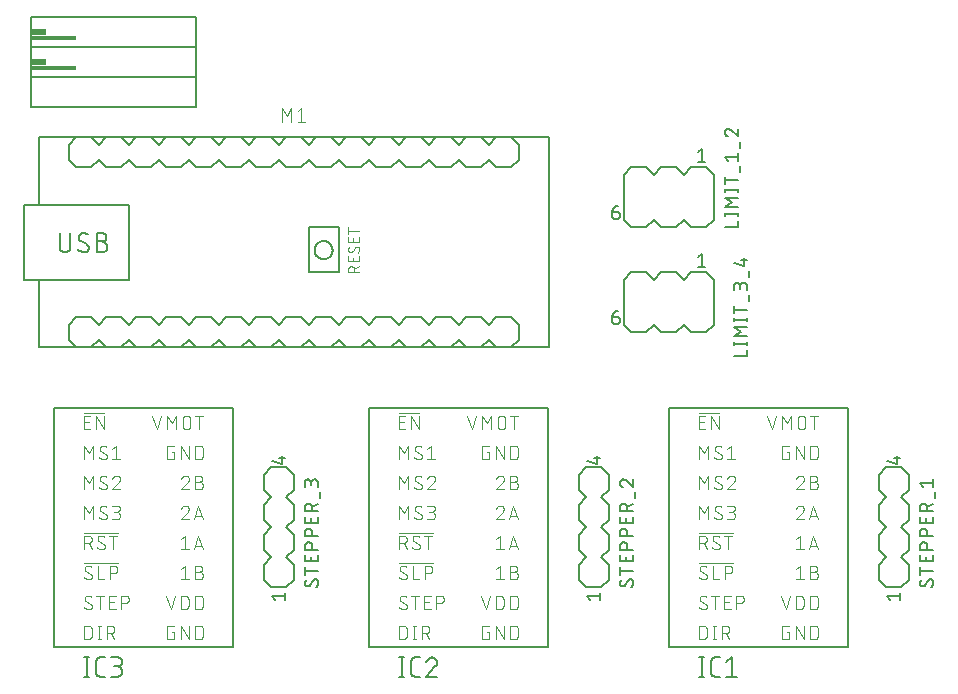
<source format=gbr>
G04 EAGLE Gerber RS-274X export*
G75*
%MOMM*%
%FSLAX34Y34*%
%LPD*%
%INSilkscreen Top*%
%IPPOS*%
%AMOC8*
5,1,8,0,0,1.08239X$1,22.5*%
G01*
%ADD10C,0.127000*%
%ADD11C,0.101600*%
%ADD12C,0.152400*%
%ADD13C,0.076200*%
%ADD14R,1.270000X0.508000*%
%ADD15R,3.810000X0.381000*%


D10*
X546300Y241200D02*
X698300Y241200D01*
X698300Y38200D01*
X546300Y38200D01*
X546300Y241200D01*
D11*
X571500Y236474D02*
X588891Y236474D01*
X577201Y222758D02*
X572008Y222758D01*
X572008Y234442D01*
X577201Y234442D01*
X575903Y229249D02*
X572008Y229249D01*
X581891Y234442D02*
X581891Y222758D01*
X588383Y222758D02*
X581891Y234442D01*
X588383Y234442D02*
X588383Y222758D01*
X572008Y209042D02*
X572008Y197358D01*
X575903Y202551D02*
X572008Y209042D01*
X575903Y202551D02*
X579797Y209042D01*
X579797Y197358D01*
X588744Y197358D02*
X588843Y197360D01*
X588943Y197366D01*
X589042Y197375D01*
X589140Y197388D01*
X589238Y197405D01*
X589336Y197426D01*
X589432Y197451D01*
X589527Y197479D01*
X589621Y197511D01*
X589714Y197546D01*
X589806Y197585D01*
X589896Y197628D01*
X589984Y197673D01*
X590071Y197723D01*
X590155Y197775D01*
X590238Y197831D01*
X590318Y197889D01*
X590396Y197951D01*
X590471Y198016D01*
X590544Y198084D01*
X590614Y198154D01*
X590682Y198227D01*
X590747Y198302D01*
X590809Y198380D01*
X590867Y198460D01*
X590923Y198543D01*
X590975Y198627D01*
X591025Y198714D01*
X591070Y198802D01*
X591113Y198892D01*
X591152Y198984D01*
X591187Y199077D01*
X591219Y199171D01*
X591247Y199266D01*
X591272Y199362D01*
X591293Y199460D01*
X591310Y199558D01*
X591323Y199656D01*
X591332Y199755D01*
X591338Y199855D01*
X591340Y199954D01*
X588744Y197358D02*
X588600Y197360D01*
X588455Y197366D01*
X588311Y197375D01*
X588168Y197388D01*
X588024Y197405D01*
X587881Y197426D01*
X587739Y197451D01*
X587598Y197479D01*
X587457Y197511D01*
X587317Y197547D01*
X587178Y197586D01*
X587040Y197629D01*
X586904Y197676D01*
X586768Y197726D01*
X586634Y197780D01*
X586502Y197837D01*
X586371Y197898D01*
X586242Y197962D01*
X586114Y198030D01*
X585988Y198100D01*
X585864Y198175D01*
X585743Y198252D01*
X585623Y198333D01*
X585505Y198416D01*
X585390Y198503D01*
X585277Y198593D01*
X585166Y198686D01*
X585058Y198781D01*
X584952Y198880D01*
X584849Y198981D01*
X585174Y206446D02*
X585176Y206545D01*
X585182Y206645D01*
X585191Y206744D01*
X585204Y206842D01*
X585221Y206940D01*
X585242Y207038D01*
X585267Y207134D01*
X585295Y207229D01*
X585327Y207323D01*
X585362Y207416D01*
X585401Y207508D01*
X585444Y207598D01*
X585489Y207686D01*
X585539Y207773D01*
X585591Y207857D01*
X585647Y207940D01*
X585705Y208020D01*
X585767Y208098D01*
X585832Y208173D01*
X585900Y208246D01*
X585970Y208316D01*
X586043Y208384D01*
X586118Y208449D01*
X586196Y208511D01*
X586276Y208569D01*
X586359Y208625D01*
X586443Y208677D01*
X586530Y208727D01*
X586618Y208772D01*
X586708Y208815D01*
X586800Y208854D01*
X586893Y208889D01*
X586987Y208921D01*
X587082Y208949D01*
X587179Y208974D01*
X587276Y208995D01*
X587374Y209012D01*
X587472Y209025D01*
X587571Y209034D01*
X587671Y209040D01*
X587770Y209042D01*
X587906Y209040D01*
X588042Y209034D01*
X588178Y209025D01*
X588314Y209012D01*
X588449Y208994D01*
X588583Y208974D01*
X588717Y208949D01*
X588851Y208921D01*
X588983Y208888D01*
X589114Y208853D01*
X589245Y208813D01*
X589374Y208770D01*
X589502Y208724D01*
X589628Y208673D01*
X589754Y208620D01*
X589877Y208562D01*
X589999Y208502D01*
X590119Y208438D01*
X590238Y208370D01*
X590354Y208300D01*
X590468Y208226D01*
X590581Y208149D01*
X590691Y208068D01*
X586472Y204174D02*
X586386Y204227D01*
X586302Y204284D01*
X586220Y204343D01*
X586140Y204406D01*
X586063Y204472D01*
X585988Y204540D01*
X585916Y204612D01*
X585847Y204686D01*
X585781Y204763D01*
X585718Y204842D01*
X585658Y204924D01*
X585601Y205008D01*
X585547Y205094D01*
X585497Y205182D01*
X585450Y205272D01*
X585406Y205363D01*
X585367Y205457D01*
X585330Y205551D01*
X585298Y205647D01*
X585269Y205745D01*
X585244Y205843D01*
X585223Y205942D01*
X585205Y206042D01*
X585192Y206142D01*
X585182Y206243D01*
X585176Y206345D01*
X585174Y206446D01*
X590042Y202226D02*
X590128Y202173D01*
X590212Y202116D01*
X590294Y202057D01*
X590374Y201994D01*
X590451Y201928D01*
X590526Y201860D01*
X590598Y201788D01*
X590667Y201714D01*
X590733Y201637D01*
X590796Y201558D01*
X590856Y201476D01*
X590913Y201392D01*
X590967Y201306D01*
X591017Y201218D01*
X591064Y201128D01*
X591108Y201037D01*
X591147Y200943D01*
X591184Y200849D01*
X591216Y200753D01*
X591245Y200655D01*
X591270Y200557D01*
X591291Y200458D01*
X591309Y200358D01*
X591322Y200258D01*
X591332Y200157D01*
X591338Y200055D01*
X591340Y199954D01*
X590042Y202226D02*
X586472Y204174D01*
X595898Y206446D02*
X599144Y209042D01*
X599144Y197358D01*
X602389Y197358D02*
X595898Y197358D01*
X572008Y183642D02*
X572008Y171958D01*
X575903Y177151D02*
X572008Y183642D01*
X575903Y177151D02*
X579797Y183642D01*
X579797Y171958D01*
X588744Y171958D02*
X588843Y171960D01*
X588943Y171966D01*
X589042Y171975D01*
X589140Y171988D01*
X589238Y172005D01*
X589336Y172026D01*
X589432Y172051D01*
X589527Y172079D01*
X589621Y172111D01*
X589714Y172146D01*
X589806Y172185D01*
X589896Y172228D01*
X589984Y172273D01*
X590071Y172323D01*
X590155Y172375D01*
X590238Y172431D01*
X590318Y172489D01*
X590396Y172551D01*
X590471Y172616D01*
X590544Y172684D01*
X590614Y172754D01*
X590682Y172827D01*
X590747Y172902D01*
X590809Y172980D01*
X590867Y173060D01*
X590923Y173143D01*
X590975Y173227D01*
X591025Y173314D01*
X591070Y173402D01*
X591113Y173492D01*
X591152Y173584D01*
X591187Y173677D01*
X591219Y173771D01*
X591247Y173866D01*
X591272Y173962D01*
X591293Y174060D01*
X591310Y174158D01*
X591323Y174256D01*
X591332Y174355D01*
X591338Y174455D01*
X591340Y174554D01*
X588744Y171958D02*
X588600Y171960D01*
X588455Y171966D01*
X588311Y171975D01*
X588168Y171988D01*
X588024Y172005D01*
X587881Y172026D01*
X587739Y172051D01*
X587598Y172079D01*
X587457Y172111D01*
X587317Y172147D01*
X587178Y172186D01*
X587040Y172229D01*
X586904Y172276D01*
X586768Y172326D01*
X586634Y172380D01*
X586502Y172437D01*
X586371Y172498D01*
X586242Y172562D01*
X586114Y172630D01*
X585988Y172700D01*
X585864Y172775D01*
X585743Y172852D01*
X585623Y172933D01*
X585505Y173016D01*
X585390Y173103D01*
X585277Y173193D01*
X585166Y173286D01*
X585058Y173381D01*
X584952Y173480D01*
X584849Y173581D01*
X585174Y181046D02*
X585176Y181145D01*
X585182Y181245D01*
X585191Y181344D01*
X585204Y181442D01*
X585221Y181540D01*
X585242Y181638D01*
X585267Y181734D01*
X585295Y181829D01*
X585327Y181923D01*
X585362Y182016D01*
X585401Y182108D01*
X585444Y182198D01*
X585489Y182286D01*
X585539Y182373D01*
X585591Y182457D01*
X585647Y182540D01*
X585705Y182620D01*
X585767Y182698D01*
X585832Y182773D01*
X585900Y182846D01*
X585970Y182916D01*
X586043Y182984D01*
X586118Y183049D01*
X586196Y183111D01*
X586276Y183169D01*
X586359Y183225D01*
X586443Y183277D01*
X586530Y183327D01*
X586618Y183372D01*
X586708Y183415D01*
X586800Y183454D01*
X586893Y183489D01*
X586987Y183521D01*
X587082Y183549D01*
X587179Y183574D01*
X587276Y183595D01*
X587374Y183612D01*
X587472Y183625D01*
X587571Y183634D01*
X587671Y183640D01*
X587770Y183642D01*
X587906Y183640D01*
X588042Y183634D01*
X588178Y183625D01*
X588314Y183612D01*
X588449Y183594D01*
X588583Y183574D01*
X588717Y183549D01*
X588851Y183521D01*
X588983Y183488D01*
X589114Y183453D01*
X589245Y183413D01*
X589374Y183370D01*
X589502Y183324D01*
X589628Y183273D01*
X589754Y183220D01*
X589877Y183162D01*
X589999Y183102D01*
X590119Y183038D01*
X590238Y182970D01*
X590354Y182900D01*
X590468Y182826D01*
X590581Y182749D01*
X590691Y182668D01*
X586472Y178774D02*
X586386Y178827D01*
X586302Y178884D01*
X586220Y178943D01*
X586140Y179006D01*
X586063Y179072D01*
X585988Y179140D01*
X585916Y179212D01*
X585847Y179286D01*
X585781Y179363D01*
X585718Y179442D01*
X585658Y179524D01*
X585601Y179608D01*
X585547Y179694D01*
X585497Y179782D01*
X585450Y179872D01*
X585406Y179963D01*
X585367Y180057D01*
X585330Y180151D01*
X585298Y180247D01*
X585269Y180345D01*
X585244Y180443D01*
X585223Y180542D01*
X585205Y180642D01*
X585192Y180742D01*
X585182Y180843D01*
X585176Y180945D01*
X585174Y181046D01*
X590042Y176826D02*
X590128Y176773D01*
X590212Y176716D01*
X590294Y176657D01*
X590374Y176594D01*
X590451Y176528D01*
X590526Y176460D01*
X590598Y176388D01*
X590667Y176314D01*
X590733Y176237D01*
X590796Y176158D01*
X590856Y176076D01*
X590913Y175992D01*
X590967Y175906D01*
X591017Y175818D01*
X591064Y175728D01*
X591108Y175637D01*
X591147Y175543D01*
X591184Y175449D01*
X591216Y175353D01*
X591245Y175255D01*
X591270Y175157D01*
X591291Y175058D01*
X591309Y174958D01*
X591322Y174858D01*
X591332Y174757D01*
X591338Y174655D01*
X591340Y174554D01*
X590042Y176826D02*
X586472Y178774D01*
X599468Y183642D02*
X599575Y183640D01*
X599681Y183634D01*
X599787Y183624D01*
X599893Y183611D01*
X599999Y183593D01*
X600103Y183572D01*
X600207Y183547D01*
X600310Y183518D01*
X600411Y183486D01*
X600511Y183449D01*
X600610Y183409D01*
X600708Y183366D01*
X600804Y183319D01*
X600898Y183268D01*
X600990Y183214D01*
X601080Y183157D01*
X601168Y183097D01*
X601253Y183033D01*
X601336Y182966D01*
X601417Y182896D01*
X601495Y182824D01*
X601571Y182748D01*
X601643Y182670D01*
X601713Y182589D01*
X601780Y182506D01*
X601844Y182421D01*
X601904Y182333D01*
X601961Y182243D01*
X602015Y182151D01*
X602066Y182057D01*
X602113Y181961D01*
X602156Y181863D01*
X602196Y181764D01*
X602233Y181664D01*
X602265Y181563D01*
X602294Y181460D01*
X602319Y181356D01*
X602340Y181252D01*
X602358Y181146D01*
X602371Y181040D01*
X602381Y180934D01*
X602387Y180828D01*
X602389Y180721D01*
X599468Y183642D02*
X599347Y183640D01*
X599226Y183634D01*
X599106Y183624D01*
X598985Y183611D01*
X598866Y183593D01*
X598746Y183572D01*
X598628Y183547D01*
X598511Y183518D01*
X598394Y183485D01*
X598279Y183449D01*
X598165Y183408D01*
X598052Y183365D01*
X597940Y183317D01*
X597831Y183266D01*
X597723Y183211D01*
X597616Y183153D01*
X597512Y183092D01*
X597410Y183027D01*
X597310Y182959D01*
X597212Y182888D01*
X597116Y182814D01*
X597023Y182737D01*
X596933Y182656D01*
X596845Y182573D01*
X596760Y182487D01*
X596677Y182398D01*
X596598Y182307D01*
X596521Y182213D01*
X596448Y182117D01*
X596378Y182019D01*
X596311Y181918D01*
X596247Y181815D01*
X596187Y181710D01*
X596130Y181603D01*
X596076Y181495D01*
X596026Y181385D01*
X595980Y181273D01*
X595937Y181160D01*
X595898Y181045D01*
X601416Y178449D02*
X601495Y178526D01*
X601571Y178607D01*
X601644Y178690D01*
X601714Y178775D01*
X601781Y178863D01*
X601845Y178953D01*
X601905Y179045D01*
X601962Y179140D01*
X602016Y179236D01*
X602067Y179334D01*
X602114Y179434D01*
X602158Y179536D01*
X602198Y179639D01*
X602234Y179743D01*
X602266Y179849D01*
X602295Y179955D01*
X602320Y180063D01*
X602342Y180171D01*
X602359Y180281D01*
X602373Y180390D01*
X602382Y180500D01*
X602388Y180611D01*
X602390Y180721D01*
X601416Y178449D02*
X595898Y171958D01*
X602389Y171958D01*
X572008Y158242D02*
X572008Y146558D01*
X575903Y151751D02*
X572008Y158242D01*
X575903Y151751D02*
X579797Y158242D01*
X579797Y146558D01*
X588744Y146558D02*
X588843Y146560D01*
X588943Y146566D01*
X589042Y146575D01*
X589140Y146588D01*
X589238Y146605D01*
X589336Y146626D01*
X589432Y146651D01*
X589527Y146679D01*
X589621Y146711D01*
X589714Y146746D01*
X589806Y146785D01*
X589896Y146828D01*
X589984Y146873D01*
X590071Y146923D01*
X590155Y146975D01*
X590238Y147031D01*
X590318Y147089D01*
X590396Y147151D01*
X590471Y147216D01*
X590544Y147284D01*
X590614Y147354D01*
X590682Y147427D01*
X590747Y147502D01*
X590809Y147580D01*
X590867Y147660D01*
X590923Y147743D01*
X590975Y147827D01*
X591025Y147914D01*
X591070Y148002D01*
X591113Y148092D01*
X591152Y148184D01*
X591187Y148277D01*
X591219Y148371D01*
X591247Y148466D01*
X591272Y148562D01*
X591293Y148660D01*
X591310Y148758D01*
X591323Y148856D01*
X591332Y148955D01*
X591338Y149055D01*
X591340Y149154D01*
X588744Y146558D02*
X588600Y146560D01*
X588455Y146566D01*
X588311Y146575D01*
X588168Y146588D01*
X588024Y146605D01*
X587881Y146626D01*
X587739Y146651D01*
X587598Y146679D01*
X587457Y146711D01*
X587317Y146747D01*
X587178Y146786D01*
X587040Y146829D01*
X586904Y146876D01*
X586768Y146926D01*
X586634Y146980D01*
X586502Y147037D01*
X586371Y147098D01*
X586242Y147162D01*
X586114Y147230D01*
X585988Y147300D01*
X585864Y147375D01*
X585743Y147452D01*
X585623Y147533D01*
X585505Y147616D01*
X585390Y147703D01*
X585277Y147793D01*
X585166Y147886D01*
X585058Y147981D01*
X584952Y148080D01*
X584849Y148181D01*
X585174Y155646D02*
X585176Y155745D01*
X585182Y155845D01*
X585191Y155944D01*
X585204Y156042D01*
X585221Y156140D01*
X585242Y156238D01*
X585267Y156334D01*
X585295Y156429D01*
X585327Y156523D01*
X585362Y156616D01*
X585401Y156708D01*
X585444Y156798D01*
X585489Y156886D01*
X585539Y156973D01*
X585591Y157057D01*
X585647Y157140D01*
X585705Y157220D01*
X585767Y157298D01*
X585832Y157373D01*
X585900Y157446D01*
X585970Y157516D01*
X586043Y157584D01*
X586118Y157649D01*
X586196Y157711D01*
X586276Y157769D01*
X586359Y157825D01*
X586443Y157877D01*
X586530Y157927D01*
X586618Y157972D01*
X586708Y158015D01*
X586800Y158054D01*
X586893Y158089D01*
X586987Y158121D01*
X587082Y158149D01*
X587179Y158174D01*
X587276Y158195D01*
X587374Y158212D01*
X587472Y158225D01*
X587571Y158234D01*
X587671Y158240D01*
X587770Y158242D01*
X587906Y158240D01*
X588042Y158234D01*
X588178Y158225D01*
X588314Y158212D01*
X588449Y158194D01*
X588583Y158174D01*
X588717Y158149D01*
X588851Y158121D01*
X588983Y158088D01*
X589114Y158053D01*
X589245Y158013D01*
X589374Y157970D01*
X589502Y157924D01*
X589628Y157873D01*
X589754Y157820D01*
X589877Y157762D01*
X589999Y157702D01*
X590119Y157638D01*
X590238Y157570D01*
X590354Y157500D01*
X590468Y157426D01*
X590581Y157349D01*
X590691Y157268D01*
X586472Y153374D02*
X586386Y153427D01*
X586302Y153484D01*
X586220Y153543D01*
X586140Y153606D01*
X586063Y153672D01*
X585988Y153740D01*
X585916Y153812D01*
X585847Y153886D01*
X585781Y153963D01*
X585718Y154042D01*
X585658Y154124D01*
X585601Y154208D01*
X585547Y154294D01*
X585497Y154382D01*
X585450Y154472D01*
X585406Y154563D01*
X585367Y154657D01*
X585330Y154751D01*
X585298Y154847D01*
X585269Y154945D01*
X585244Y155043D01*
X585223Y155142D01*
X585205Y155242D01*
X585192Y155342D01*
X585182Y155443D01*
X585176Y155545D01*
X585174Y155646D01*
X590042Y151426D02*
X590128Y151373D01*
X590212Y151316D01*
X590294Y151257D01*
X590374Y151194D01*
X590451Y151128D01*
X590526Y151060D01*
X590598Y150988D01*
X590667Y150914D01*
X590733Y150837D01*
X590796Y150758D01*
X590856Y150676D01*
X590913Y150592D01*
X590967Y150506D01*
X591017Y150418D01*
X591064Y150328D01*
X591108Y150237D01*
X591147Y150143D01*
X591184Y150049D01*
X591216Y149953D01*
X591245Y149855D01*
X591270Y149757D01*
X591291Y149658D01*
X591309Y149558D01*
X591322Y149458D01*
X591332Y149357D01*
X591338Y149255D01*
X591340Y149154D01*
X590042Y151426D02*
X586472Y153374D01*
X595898Y146558D02*
X599144Y146558D01*
X599257Y146560D01*
X599370Y146566D01*
X599483Y146576D01*
X599596Y146590D01*
X599708Y146607D01*
X599819Y146629D01*
X599929Y146654D01*
X600039Y146684D01*
X600147Y146717D01*
X600254Y146754D01*
X600360Y146794D01*
X600464Y146839D01*
X600567Y146887D01*
X600668Y146938D01*
X600767Y146993D01*
X600864Y147051D01*
X600959Y147113D01*
X601052Y147178D01*
X601142Y147246D01*
X601230Y147317D01*
X601316Y147392D01*
X601399Y147469D01*
X601479Y147549D01*
X601556Y147632D01*
X601631Y147718D01*
X601702Y147806D01*
X601770Y147896D01*
X601835Y147989D01*
X601897Y148084D01*
X601955Y148181D01*
X602010Y148280D01*
X602061Y148381D01*
X602109Y148484D01*
X602154Y148588D01*
X602194Y148694D01*
X602231Y148801D01*
X602264Y148909D01*
X602294Y149019D01*
X602319Y149129D01*
X602341Y149240D01*
X602358Y149352D01*
X602372Y149465D01*
X602382Y149578D01*
X602388Y149691D01*
X602390Y149804D01*
X602388Y149917D01*
X602382Y150030D01*
X602372Y150143D01*
X602358Y150256D01*
X602341Y150368D01*
X602319Y150479D01*
X602294Y150589D01*
X602264Y150699D01*
X602231Y150807D01*
X602194Y150914D01*
X602154Y151020D01*
X602109Y151124D01*
X602061Y151227D01*
X602010Y151328D01*
X601955Y151427D01*
X601897Y151524D01*
X601835Y151619D01*
X601770Y151712D01*
X601702Y151802D01*
X601631Y151890D01*
X601556Y151976D01*
X601479Y152059D01*
X601399Y152139D01*
X601316Y152216D01*
X601230Y152291D01*
X601142Y152362D01*
X601052Y152430D01*
X600959Y152495D01*
X600864Y152557D01*
X600767Y152615D01*
X600668Y152670D01*
X600567Y152721D01*
X600464Y152769D01*
X600360Y152814D01*
X600254Y152854D01*
X600147Y152891D01*
X600039Y152924D01*
X599929Y152954D01*
X599819Y152979D01*
X599708Y153001D01*
X599596Y153018D01*
X599483Y153032D01*
X599370Y153042D01*
X599257Y153048D01*
X599144Y153050D01*
X599793Y158242D02*
X595898Y158242D01*
X599793Y158242D02*
X599894Y158240D01*
X599994Y158234D01*
X600094Y158224D01*
X600194Y158211D01*
X600293Y158193D01*
X600392Y158172D01*
X600489Y158147D01*
X600586Y158118D01*
X600681Y158085D01*
X600775Y158049D01*
X600867Y158009D01*
X600958Y157966D01*
X601047Y157919D01*
X601134Y157869D01*
X601220Y157815D01*
X601303Y157758D01*
X601383Y157698D01*
X601462Y157635D01*
X601538Y157568D01*
X601611Y157499D01*
X601681Y157427D01*
X601749Y157353D01*
X601814Y157276D01*
X601875Y157196D01*
X601934Y157114D01*
X601989Y157030D01*
X602041Y156944D01*
X602090Y156856D01*
X602135Y156766D01*
X602177Y156674D01*
X602215Y156581D01*
X602249Y156486D01*
X602280Y156391D01*
X602307Y156294D01*
X602330Y156196D01*
X602350Y156097D01*
X602365Y155997D01*
X602377Y155897D01*
X602385Y155797D01*
X602389Y155696D01*
X602389Y155596D01*
X602385Y155495D01*
X602377Y155395D01*
X602365Y155295D01*
X602350Y155195D01*
X602330Y155096D01*
X602307Y154998D01*
X602280Y154901D01*
X602249Y154806D01*
X602215Y154711D01*
X602177Y154618D01*
X602135Y154526D01*
X602090Y154436D01*
X602041Y154348D01*
X601989Y154262D01*
X601934Y154178D01*
X601875Y154096D01*
X601814Y154016D01*
X601749Y153939D01*
X601681Y153865D01*
X601611Y153793D01*
X601538Y153724D01*
X601462Y153657D01*
X601383Y153594D01*
X601303Y153534D01*
X601220Y153477D01*
X601134Y153423D01*
X601047Y153373D01*
X600958Y153326D01*
X600867Y153283D01*
X600775Y153243D01*
X600681Y153207D01*
X600586Y153174D01*
X600489Y153145D01*
X600392Y153120D01*
X600293Y153099D01*
X600194Y153081D01*
X600094Y153068D01*
X599994Y153058D01*
X599894Y153052D01*
X599793Y153050D01*
X599793Y153049D02*
X597196Y153049D01*
X600269Y134874D02*
X571500Y134874D01*
X572008Y132842D02*
X572008Y121158D01*
X572008Y132842D02*
X575254Y132842D01*
X575367Y132840D01*
X575480Y132834D01*
X575593Y132824D01*
X575706Y132810D01*
X575818Y132793D01*
X575929Y132771D01*
X576039Y132746D01*
X576149Y132716D01*
X576257Y132683D01*
X576364Y132646D01*
X576470Y132606D01*
X576574Y132561D01*
X576677Y132513D01*
X576778Y132462D01*
X576877Y132407D01*
X576974Y132349D01*
X577069Y132287D01*
X577162Y132222D01*
X577252Y132154D01*
X577340Y132083D01*
X577426Y132008D01*
X577509Y131931D01*
X577589Y131851D01*
X577666Y131768D01*
X577741Y131682D01*
X577812Y131594D01*
X577880Y131504D01*
X577945Y131411D01*
X578007Y131316D01*
X578065Y131219D01*
X578120Y131120D01*
X578171Y131019D01*
X578219Y130916D01*
X578264Y130812D01*
X578304Y130706D01*
X578341Y130599D01*
X578374Y130491D01*
X578404Y130381D01*
X578429Y130271D01*
X578451Y130160D01*
X578468Y130048D01*
X578482Y129935D01*
X578492Y129822D01*
X578498Y129709D01*
X578500Y129596D01*
X578498Y129483D01*
X578492Y129370D01*
X578482Y129257D01*
X578468Y129144D01*
X578451Y129032D01*
X578429Y128921D01*
X578404Y128811D01*
X578374Y128701D01*
X578341Y128593D01*
X578304Y128486D01*
X578264Y128380D01*
X578219Y128276D01*
X578171Y128173D01*
X578120Y128072D01*
X578065Y127973D01*
X578007Y127876D01*
X577945Y127781D01*
X577880Y127688D01*
X577812Y127598D01*
X577741Y127510D01*
X577666Y127424D01*
X577589Y127341D01*
X577509Y127261D01*
X577426Y127184D01*
X577340Y127109D01*
X577252Y127038D01*
X577162Y126970D01*
X577069Y126905D01*
X576974Y126843D01*
X576877Y126785D01*
X576778Y126730D01*
X576677Y126679D01*
X576574Y126631D01*
X576470Y126586D01*
X576364Y126546D01*
X576257Y126509D01*
X576149Y126476D01*
X576039Y126446D01*
X575929Y126421D01*
X575818Y126399D01*
X575706Y126382D01*
X575593Y126368D01*
X575480Y126358D01*
X575367Y126352D01*
X575254Y126350D01*
X575254Y126351D02*
X572008Y126351D01*
X575903Y126351D02*
X578499Y121158D01*
X586878Y121158D02*
X586977Y121160D01*
X587077Y121166D01*
X587176Y121175D01*
X587274Y121188D01*
X587372Y121205D01*
X587470Y121226D01*
X587566Y121251D01*
X587661Y121279D01*
X587755Y121311D01*
X587848Y121346D01*
X587940Y121385D01*
X588030Y121428D01*
X588118Y121473D01*
X588205Y121523D01*
X588289Y121575D01*
X588372Y121631D01*
X588452Y121689D01*
X588530Y121751D01*
X588605Y121816D01*
X588678Y121884D01*
X588748Y121954D01*
X588816Y122027D01*
X588881Y122102D01*
X588943Y122180D01*
X589001Y122260D01*
X589057Y122343D01*
X589109Y122427D01*
X589159Y122514D01*
X589204Y122602D01*
X589247Y122692D01*
X589286Y122784D01*
X589321Y122877D01*
X589353Y122971D01*
X589381Y123066D01*
X589406Y123162D01*
X589427Y123260D01*
X589444Y123358D01*
X589457Y123456D01*
X589466Y123555D01*
X589472Y123655D01*
X589474Y123754D01*
X586878Y121158D02*
X586734Y121160D01*
X586589Y121166D01*
X586445Y121175D01*
X586302Y121188D01*
X586158Y121205D01*
X586015Y121226D01*
X585873Y121251D01*
X585732Y121279D01*
X585591Y121311D01*
X585451Y121347D01*
X585312Y121386D01*
X585174Y121429D01*
X585038Y121476D01*
X584902Y121526D01*
X584768Y121580D01*
X584636Y121637D01*
X584505Y121698D01*
X584376Y121762D01*
X584248Y121830D01*
X584122Y121900D01*
X583998Y121975D01*
X583877Y122052D01*
X583757Y122133D01*
X583639Y122216D01*
X583524Y122303D01*
X583411Y122393D01*
X583300Y122486D01*
X583192Y122581D01*
X583086Y122680D01*
X582983Y122781D01*
X583308Y130246D02*
X583310Y130345D01*
X583316Y130445D01*
X583325Y130544D01*
X583338Y130642D01*
X583355Y130740D01*
X583376Y130838D01*
X583401Y130934D01*
X583429Y131029D01*
X583461Y131123D01*
X583496Y131216D01*
X583535Y131308D01*
X583578Y131398D01*
X583623Y131486D01*
X583673Y131573D01*
X583725Y131657D01*
X583781Y131740D01*
X583839Y131820D01*
X583901Y131898D01*
X583966Y131973D01*
X584034Y132046D01*
X584104Y132116D01*
X584177Y132184D01*
X584252Y132249D01*
X584330Y132311D01*
X584410Y132369D01*
X584493Y132425D01*
X584577Y132477D01*
X584664Y132527D01*
X584752Y132572D01*
X584842Y132615D01*
X584934Y132654D01*
X585027Y132689D01*
X585121Y132721D01*
X585216Y132749D01*
X585313Y132774D01*
X585410Y132795D01*
X585508Y132812D01*
X585606Y132825D01*
X585705Y132834D01*
X585805Y132840D01*
X585904Y132842D01*
X586040Y132840D01*
X586176Y132834D01*
X586312Y132825D01*
X586448Y132812D01*
X586583Y132794D01*
X586717Y132774D01*
X586851Y132749D01*
X586985Y132721D01*
X587117Y132688D01*
X587248Y132653D01*
X587379Y132613D01*
X587508Y132570D01*
X587636Y132524D01*
X587762Y132473D01*
X587888Y132420D01*
X588011Y132362D01*
X588133Y132302D01*
X588253Y132238D01*
X588372Y132170D01*
X588488Y132100D01*
X588602Y132026D01*
X588715Y131949D01*
X588825Y131868D01*
X584606Y127974D02*
X584520Y128027D01*
X584436Y128084D01*
X584354Y128143D01*
X584274Y128206D01*
X584197Y128272D01*
X584122Y128340D01*
X584050Y128412D01*
X583981Y128486D01*
X583915Y128563D01*
X583852Y128642D01*
X583792Y128724D01*
X583735Y128808D01*
X583681Y128894D01*
X583631Y128982D01*
X583584Y129072D01*
X583540Y129163D01*
X583501Y129257D01*
X583464Y129351D01*
X583432Y129447D01*
X583403Y129545D01*
X583378Y129643D01*
X583357Y129742D01*
X583339Y129842D01*
X583326Y129942D01*
X583316Y130043D01*
X583310Y130145D01*
X583308Y130246D01*
X588176Y126026D02*
X588262Y125973D01*
X588346Y125916D01*
X588428Y125857D01*
X588508Y125794D01*
X588585Y125728D01*
X588660Y125660D01*
X588732Y125588D01*
X588801Y125514D01*
X588867Y125437D01*
X588930Y125358D01*
X588990Y125276D01*
X589047Y125192D01*
X589101Y125106D01*
X589151Y125018D01*
X589198Y124928D01*
X589242Y124837D01*
X589281Y124743D01*
X589318Y124649D01*
X589350Y124553D01*
X589379Y124455D01*
X589404Y124357D01*
X589425Y124258D01*
X589443Y124158D01*
X589456Y124058D01*
X589466Y123957D01*
X589472Y123855D01*
X589474Y123754D01*
X588176Y126026D02*
X584606Y127974D01*
X596516Y132842D02*
X596516Y121158D01*
X593270Y132842D02*
X599761Y132842D01*
X600512Y109474D02*
X571500Y109474D01*
X578499Y98354D02*
X578497Y98255D01*
X578491Y98155D01*
X578482Y98056D01*
X578469Y97958D01*
X578452Y97860D01*
X578431Y97762D01*
X578406Y97666D01*
X578378Y97571D01*
X578346Y97477D01*
X578311Y97384D01*
X578272Y97292D01*
X578229Y97202D01*
X578184Y97114D01*
X578134Y97027D01*
X578082Y96943D01*
X578026Y96860D01*
X577968Y96780D01*
X577906Y96702D01*
X577841Y96627D01*
X577773Y96554D01*
X577703Y96484D01*
X577630Y96416D01*
X577555Y96351D01*
X577477Y96289D01*
X577397Y96231D01*
X577314Y96175D01*
X577230Y96123D01*
X577143Y96073D01*
X577055Y96028D01*
X576965Y95985D01*
X576873Y95946D01*
X576780Y95911D01*
X576686Y95879D01*
X576591Y95851D01*
X576495Y95826D01*
X576397Y95805D01*
X576299Y95788D01*
X576201Y95775D01*
X576102Y95766D01*
X576002Y95760D01*
X575903Y95758D01*
X575759Y95760D01*
X575614Y95766D01*
X575470Y95775D01*
X575327Y95788D01*
X575183Y95805D01*
X575040Y95826D01*
X574898Y95851D01*
X574757Y95879D01*
X574616Y95911D01*
X574476Y95947D01*
X574337Y95986D01*
X574199Y96029D01*
X574063Y96076D01*
X573927Y96126D01*
X573793Y96180D01*
X573661Y96237D01*
X573530Y96298D01*
X573401Y96362D01*
X573273Y96430D01*
X573147Y96500D01*
X573023Y96575D01*
X572902Y96652D01*
X572782Y96733D01*
X572664Y96816D01*
X572549Y96903D01*
X572436Y96993D01*
X572325Y97086D01*
X572217Y97181D01*
X572111Y97280D01*
X572008Y97381D01*
X572333Y104846D02*
X572335Y104945D01*
X572341Y105045D01*
X572350Y105144D01*
X572363Y105242D01*
X572380Y105340D01*
X572401Y105438D01*
X572426Y105534D01*
X572454Y105629D01*
X572486Y105723D01*
X572521Y105816D01*
X572560Y105908D01*
X572603Y105998D01*
X572648Y106086D01*
X572698Y106173D01*
X572750Y106257D01*
X572806Y106340D01*
X572864Y106420D01*
X572926Y106498D01*
X572991Y106573D01*
X573059Y106646D01*
X573129Y106716D01*
X573202Y106784D01*
X573277Y106849D01*
X573355Y106911D01*
X573435Y106969D01*
X573518Y107025D01*
X573602Y107077D01*
X573689Y107127D01*
X573777Y107172D01*
X573867Y107215D01*
X573959Y107254D01*
X574052Y107289D01*
X574146Y107321D01*
X574241Y107349D01*
X574338Y107374D01*
X574435Y107395D01*
X574533Y107412D01*
X574631Y107425D01*
X574730Y107434D01*
X574830Y107440D01*
X574929Y107442D01*
X575065Y107440D01*
X575201Y107434D01*
X575337Y107425D01*
X575473Y107412D01*
X575608Y107394D01*
X575742Y107374D01*
X575876Y107349D01*
X576010Y107321D01*
X576142Y107288D01*
X576273Y107253D01*
X576404Y107213D01*
X576533Y107170D01*
X576661Y107124D01*
X576787Y107073D01*
X576913Y107020D01*
X577036Y106962D01*
X577158Y106902D01*
X577278Y106838D01*
X577397Y106770D01*
X577513Y106700D01*
X577627Y106626D01*
X577740Y106549D01*
X577850Y106468D01*
X573631Y102574D02*
X573545Y102627D01*
X573461Y102684D01*
X573379Y102743D01*
X573299Y102806D01*
X573222Y102872D01*
X573147Y102940D01*
X573075Y103012D01*
X573006Y103086D01*
X572940Y103163D01*
X572877Y103242D01*
X572817Y103324D01*
X572760Y103408D01*
X572706Y103494D01*
X572656Y103582D01*
X572609Y103672D01*
X572565Y103763D01*
X572526Y103857D01*
X572489Y103951D01*
X572457Y104047D01*
X572428Y104145D01*
X572403Y104243D01*
X572382Y104342D01*
X572364Y104442D01*
X572351Y104542D01*
X572341Y104643D01*
X572335Y104745D01*
X572333Y104846D01*
X577201Y100626D02*
X577287Y100573D01*
X577371Y100516D01*
X577453Y100457D01*
X577533Y100394D01*
X577610Y100328D01*
X577685Y100260D01*
X577757Y100188D01*
X577826Y100114D01*
X577892Y100037D01*
X577955Y99958D01*
X578015Y99876D01*
X578072Y99792D01*
X578126Y99706D01*
X578176Y99618D01*
X578223Y99528D01*
X578267Y99437D01*
X578306Y99343D01*
X578343Y99249D01*
X578375Y99153D01*
X578404Y99055D01*
X578429Y98957D01*
X578450Y98858D01*
X578468Y98758D01*
X578481Y98658D01*
X578491Y98557D01*
X578497Y98455D01*
X578499Y98354D01*
X577201Y100626D02*
X573631Y102574D01*
X583461Y107442D02*
X583461Y95758D01*
X588653Y95758D01*
X593513Y95758D02*
X593513Y107442D01*
X596759Y107442D01*
X596872Y107440D01*
X596985Y107434D01*
X597098Y107424D01*
X597211Y107410D01*
X597323Y107393D01*
X597434Y107371D01*
X597544Y107346D01*
X597654Y107316D01*
X597762Y107283D01*
X597869Y107246D01*
X597975Y107206D01*
X598079Y107161D01*
X598182Y107113D01*
X598283Y107062D01*
X598382Y107007D01*
X598479Y106949D01*
X598574Y106887D01*
X598667Y106822D01*
X598757Y106754D01*
X598845Y106683D01*
X598931Y106608D01*
X599014Y106531D01*
X599094Y106451D01*
X599171Y106368D01*
X599246Y106282D01*
X599317Y106194D01*
X599385Y106104D01*
X599450Y106011D01*
X599512Y105916D01*
X599570Y105819D01*
X599625Y105720D01*
X599676Y105619D01*
X599724Y105516D01*
X599769Y105412D01*
X599809Y105306D01*
X599846Y105199D01*
X599879Y105091D01*
X599909Y104981D01*
X599934Y104871D01*
X599956Y104760D01*
X599973Y104648D01*
X599987Y104535D01*
X599997Y104422D01*
X600003Y104309D01*
X600005Y104196D01*
X600003Y104083D01*
X599997Y103970D01*
X599987Y103857D01*
X599973Y103744D01*
X599956Y103632D01*
X599934Y103521D01*
X599909Y103411D01*
X599879Y103301D01*
X599846Y103193D01*
X599809Y103086D01*
X599769Y102980D01*
X599724Y102876D01*
X599676Y102773D01*
X599625Y102672D01*
X599570Y102573D01*
X599512Y102476D01*
X599450Y102381D01*
X599385Y102288D01*
X599317Y102198D01*
X599246Y102110D01*
X599171Y102024D01*
X599094Y101941D01*
X599014Y101861D01*
X598931Y101784D01*
X598845Y101709D01*
X598757Y101638D01*
X598667Y101570D01*
X598574Y101505D01*
X598479Y101443D01*
X598382Y101385D01*
X598283Y101330D01*
X598182Y101279D01*
X598079Y101231D01*
X597975Y101186D01*
X597869Y101146D01*
X597762Y101109D01*
X597654Y101076D01*
X597544Y101046D01*
X597434Y101021D01*
X597323Y100999D01*
X597211Y100982D01*
X597098Y100968D01*
X596985Y100958D01*
X596872Y100952D01*
X596759Y100950D01*
X596759Y100951D02*
X593513Y100951D01*
X578499Y72954D02*
X578497Y72855D01*
X578491Y72755D01*
X578482Y72656D01*
X578469Y72558D01*
X578452Y72460D01*
X578431Y72362D01*
X578406Y72266D01*
X578378Y72171D01*
X578346Y72077D01*
X578311Y71984D01*
X578272Y71892D01*
X578229Y71802D01*
X578184Y71714D01*
X578134Y71627D01*
X578082Y71543D01*
X578026Y71460D01*
X577968Y71380D01*
X577906Y71302D01*
X577841Y71227D01*
X577773Y71154D01*
X577703Y71084D01*
X577630Y71016D01*
X577555Y70951D01*
X577477Y70889D01*
X577397Y70831D01*
X577314Y70775D01*
X577230Y70723D01*
X577143Y70673D01*
X577055Y70628D01*
X576965Y70585D01*
X576873Y70546D01*
X576780Y70511D01*
X576686Y70479D01*
X576591Y70451D01*
X576495Y70426D01*
X576397Y70405D01*
X576299Y70388D01*
X576201Y70375D01*
X576102Y70366D01*
X576002Y70360D01*
X575903Y70358D01*
X575759Y70360D01*
X575614Y70366D01*
X575470Y70375D01*
X575327Y70388D01*
X575183Y70405D01*
X575040Y70426D01*
X574898Y70451D01*
X574757Y70479D01*
X574616Y70511D01*
X574476Y70547D01*
X574337Y70586D01*
X574199Y70629D01*
X574063Y70676D01*
X573927Y70726D01*
X573793Y70780D01*
X573661Y70837D01*
X573530Y70898D01*
X573401Y70962D01*
X573273Y71030D01*
X573147Y71100D01*
X573023Y71175D01*
X572902Y71252D01*
X572782Y71333D01*
X572664Y71416D01*
X572549Y71503D01*
X572436Y71593D01*
X572325Y71686D01*
X572217Y71781D01*
X572111Y71880D01*
X572008Y71981D01*
X572333Y79446D02*
X572335Y79545D01*
X572341Y79645D01*
X572350Y79744D01*
X572363Y79842D01*
X572380Y79940D01*
X572401Y80038D01*
X572426Y80134D01*
X572454Y80229D01*
X572486Y80323D01*
X572521Y80416D01*
X572560Y80508D01*
X572603Y80598D01*
X572648Y80686D01*
X572698Y80773D01*
X572750Y80857D01*
X572806Y80940D01*
X572864Y81020D01*
X572926Y81098D01*
X572991Y81173D01*
X573059Y81246D01*
X573129Y81316D01*
X573202Y81384D01*
X573277Y81449D01*
X573355Y81511D01*
X573435Y81569D01*
X573518Y81625D01*
X573602Y81677D01*
X573689Y81727D01*
X573777Y81772D01*
X573867Y81815D01*
X573959Y81854D01*
X574052Y81889D01*
X574146Y81921D01*
X574241Y81949D01*
X574338Y81974D01*
X574435Y81995D01*
X574533Y82012D01*
X574631Y82025D01*
X574730Y82034D01*
X574830Y82040D01*
X574929Y82042D01*
X575065Y82040D01*
X575201Y82034D01*
X575337Y82025D01*
X575473Y82012D01*
X575608Y81994D01*
X575742Y81974D01*
X575876Y81949D01*
X576010Y81921D01*
X576142Y81888D01*
X576273Y81853D01*
X576404Y81813D01*
X576533Y81770D01*
X576661Y81724D01*
X576787Y81673D01*
X576913Y81620D01*
X577036Y81562D01*
X577158Y81502D01*
X577278Y81438D01*
X577397Y81370D01*
X577513Y81300D01*
X577627Y81226D01*
X577740Y81149D01*
X577850Y81068D01*
X573631Y77174D02*
X573545Y77227D01*
X573461Y77284D01*
X573379Y77343D01*
X573299Y77406D01*
X573222Y77472D01*
X573147Y77540D01*
X573075Y77612D01*
X573006Y77686D01*
X572940Y77763D01*
X572877Y77842D01*
X572817Y77924D01*
X572760Y78008D01*
X572706Y78094D01*
X572656Y78182D01*
X572609Y78272D01*
X572565Y78363D01*
X572526Y78457D01*
X572489Y78551D01*
X572457Y78647D01*
X572428Y78745D01*
X572403Y78843D01*
X572382Y78942D01*
X572364Y79042D01*
X572351Y79142D01*
X572341Y79243D01*
X572335Y79345D01*
X572333Y79446D01*
X577201Y75226D02*
X577287Y75173D01*
X577371Y75116D01*
X577453Y75057D01*
X577533Y74994D01*
X577610Y74928D01*
X577685Y74860D01*
X577757Y74788D01*
X577826Y74714D01*
X577892Y74637D01*
X577955Y74558D01*
X578015Y74476D01*
X578072Y74392D01*
X578126Y74306D01*
X578176Y74218D01*
X578223Y74128D01*
X578267Y74037D01*
X578306Y73943D01*
X578343Y73849D01*
X578375Y73753D01*
X578404Y73655D01*
X578429Y73557D01*
X578450Y73458D01*
X578468Y73358D01*
X578481Y73258D01*
X578491Y73157D01*
X578497Y73055D01*
X578499Y72954D01*
X577201Y75226D02*
X573631Y77174D01*
X585541Y82042D02*
X585541Y70358D01*
X582295Y82042D02*
X588786Y82042D01*
X593367Y70358D02*
X598559Y70358D01*
X593367Y70358D02*
X593367Y82042D01*
X598559Y82042D01*
X597261Y76849D02*
X593367Y76849D01*
X603419Y82042D02*
X603419Y70358D01*
X603419Y82042D02*
X606665Y82042D01*
X606778Y82040D01*
X606891Y82034D01*
X607004Y82024D01*
X607117Y82010D01*
X607229Y81993D01*
X607340Y81971D01*
X607450Y81946D01*
X607560Y81916D01*
X607668Y81883D01*
X607775Y81846D01*
X607881Y81806D01*
X607985Y81761D01*
X608088Y81713D01*
X608189Y81662D01*
X608288Y81607D01*
X608385Y81549D01*
X608480Y81487D01*
X608573Y81422D01*
X608663Y81354D01*
X608751Y81283D01*
X608837Y81208D01*
X608920Y81131D01*
X609000Y81051D01*
X609077Y80968D01*
X609152Y80882D01*
X609223Y80794D01*
X609291Y80704D01*
X609356Y80611D01*
X609418Y80516D01*
X609476Y80419D01*
X609531Y80320D01*
X609582Y80219D01*
X609630Y80116D01*
X609675Y80012D01*
X609715Y79906D01*
X609752Y79799D01*
X609785Y79691D01*
X609815Y79581D01*
X609840Y79471D01*
X609862Y79360D01*
X609879Y79248D01*
X609893Y79135D01*
X609903Y79022D01*
X609909Y78909D01*
X609911Y78796D01*
X609909Y78683D01*
X609903Y78570D01*
X609893Y78457D01*
X609879Y78344D01*
X609862Y78232D01*
X609840Y78121D01*
X609815Y78011D01*
X609785Y77901D01*
X609752Y77793D01*
X609715Y77686D01*
X609675Y77580D01*
X609630Y77476D01*
X609582Y77373D01*
X609531Y77272D01*
X609476Y77173D01*
X609418Y77076D01*
X609356Y76981D01*
X609291Y76888D01*
X609223Y76798D01*
X609152Y76710D01*
X609077Y76624D01*
X609000Y76541D01*
X608920Y76461D01*
X608837Y76384D01*
X608751Y76309D01*
X608663Y76238D01*
X608573Y76170D01*
X608480Y76105D01*
X608385Y76043D01*
X608288Y75985D01*
X608189Y75930D01*
X608088Y75879D01*
X607985Y75831D01*
X607881Y75786D01*
X607775Y75746D01*
X607668Y75709D01*
X607560Y75676D01*
X607450Y75646D01*
X607340Y75621D01*
X607229Y75599D01*
X607117Y75582D01*
X607004Y75568D01*
X606891Y75558D01*
X606778Y75552D01*
X606665Y75550D01*
X606665Y75551D02*
X603419Y75551D01*
X572008Y56642D02*
X572008Y44958D01*
X572008Y56642D02*
X575254Y56642D01*
X575367Y56640D01*
X575480Y56634D01*
X575593Y56624D01*
X575706Y56610D01*
X575818Y56593D01*
X575929Y56571D01*
X576039Y56546D01*
X576149Y56516D01*
X576257Y56483D01*
X576364Y56446D01*
X576470Y56406D01*
X576574Y56361D01*
X576677Y56313D01*
X576778Y56262D01*
X576877Y56207D01*
X576974Y56149D01*
X577069Y56087D01*
X577162Y56022D01*
X577252Y55954D01*
X577340Y55883D01*
X577426Y55808D01*
X577509Y55731D01*
X577589Y55651D01*
X577666Y55568D01*
X577741Y55482D01*
X577812Y55394D01*
X577880Y55304D01*
X577945Y55211D01*
X578007Y55116D01*
X578065Y55019D01*
X578120Y54920D01*
X578171Y54819D01*
X578219Y54716D01*
X578264Y54612D01*
X578304Y54506D01*
X578341Y54399D01*
X578374Y54291D01*
X578404Y54181D01*
X578429Y54071D01*
X578451Y53960D01*
X578468Y53848D01*
X578482Y53735D01*
X578492Y53622D01*
X578498Y53509D01*
X578500Y53396D01*
X578499Y53396D02*
X578499Y48204D01*
X578500Y48204D02*
X578498Y48091D01*
X578492Y47978D01*
X578482Y47865D01*
X578468Y47752D01*
X578451Y47640D01*
X578429Y47529D01*
X578404Y47419D01*
X578374Y47309D01*
X578341Y47201D01*
X578304Y47094D01*
X578264Y46988D01*
X578219Y46884D01*
X578171Y46781D01*
X578120Y46680D01*
X578065Y46581D01*
X578007Y46484D01*
X577945Y46389D01*
X577880Y46296D01*
X577812Y46206D01*
X577741Y46118D01*
X577666Y46032D01*
X577589Y45949D01*
X577509Y45869D01*
X577426Y45792D01*
X577340Y45717D01*
X577252Y45646D01*
X577162Y45578D01*
X577069Y45513D01*
X576974Y45451D01*
X576877Y45393D01*
X576778Y45338D01*
X576677Y45287D01*
X576574Y45239D01*
X576470Y45194D01*
X576364Y45154D01*
X576257Y45117D01*
X576149Y45084D01*
X576039Y45054D01*
X575929Y45029D01*
X575818Y45007D01*
X575706Y44990D01*
X575593Y44976D01*
X575480Y44966D01*
X575367Y44960D01*
X575254Y44958D01*
X572008Y44958D01*
X584779Y44958D02*
X584779Y56642D01*
X583480Y44958D02*
X586077Y44958D01*
X586077Y56642D02*
X583480Y56642D01*
X591132Y56642D02*
X591132Y44958D01*
X591132Y56642D02*
X594377Y56642D01*
X594490Y56640D01*
X594603Y56634D01*
X594716Y56624D01*
X594829Y56610D01*
X594941Y56593D01*
X595052Y56571D01*
X595162Y56546D01*
X595272Y56516D01*
X595380Y56483D01*
X595487Y56446D01*
X595593Y56406D01*
X595697Y56361D01*
X595800Y56313D01*
X595901Y56262D01*
X596000Y56207D01*
X596097Y56149D01*
X596192Y56087D01*
X596285Y56022D01*
X596375Y55954D01*
X596463Y55883D01*
X596549Y55808D01*
X596632Y55731D01*
X596712Y55651D01*
X596789Y55568D01*
X596864Y55482D01*
X596935Y55394D01*
X597003Y55304D01*
X597068Y55211D01*
X597130Y55116D01*
X597188Y55019D01*
X597243Y54920D01*
X597294Y54819D01*
X597342Y54716D01*
X597387Y54612D01*
X597427Y54506D01*
X597464Y54399D01*
X597497Y54291D01*
X597527Y54181D01*
X597552Y54071D01*
X597574Y53960D01*
X597591Y53848D01*
X597605Y53735D01*
X597615Y53622D01*
X597621Y53509D01*
X597623Y53396D01*
X597621Y53283D01*
X597615Y53170D01*
X597605Y53057D01*
X597591Y52944D01*
X597574Y52832D01*
X597552Y52721D01*
X597527Y52611D01*
X597497Y52501D01*
X597464Y52393D01*
X597427Y52286D01*
X597387Y52180D01*
X597342Y52076D01*
X597294Y51973D01*
X597243Y51872D01*
X597188Y51773D01*
X597130Y51676D01*
X597068Y51581D01*
X597003Y51488D01*
X596935Y51398D01*
X596864Y51310D01*
X596789Y51224D01*
X596712Y51141D01*
X596632Y51061D01*
X596549Y50984D01*
X596463Y50909D01*
X596375Y50838D01*
X596285Y50770D01*
X596192Y50705D01*
X596097Y50643D01*
X596000Y50585D01*
X595901Y50530D01*
X595800Y50479D01*
X595697Y50431D01*
X595593Y50386D01*
X595487Y50346D01*
X595380Y50309D01*
X595272Y50276D01*
X595162Y50246D01*
X595052Y50221D01*
X594941Y50199D01*
X594829Y50182D01*
X594716Y50168D01*
X594603Y50158D01*
X594490Y50152D01*
X594377Y50150D01*
X594377Y50151D02*
X591132Y50151D01*
X595026Y50151D02*
X597623Y44958D01*
X633533Y222758D02*
X629638Y234442D01*
X637427Y234442D02*
X633533Y222758D01*
X642211Y222758D02*
X642211Y234442D01*
X646106Y227951D01*
X650000Y234442D01*
X650000Y222758D01*
X655433Y226004D02*
X655433Y231196D01*
X655432Y231196D02*
X655434Y231309D01*
X655440Y231422D01*
X655450Y231535D01*
X655464Y231648D01*
X655481Y231760D01*
X655503Y231871D01*
X655528Y231981D01*
X655558Y232091D01*
X655591Y232199D01*
X655628Y232306D01*
X655668Y232412D01*
X655713Y232516D01*
X655761Y232619D01*
X655812Y232720D01*
X655867Y232819D01*
X655925Y232916D01*
X655987Y233011D01*
X656052Y233104D01*
X656120Y233194D01*
X656191Y233282D01*
X656266Y233368D01*
X656343Y233451D01*
X656423Y233531D01*
X656506Y233608D01*
X656592Y233683D01*
X656680Y233754D01*
X656770Y233822D01*
X656863Y233887D01*
X656958Y233949D01*
X657055Y234007D01*
X657154Y234062D01*
X657255Y234113D01*
X657358Y234161D01*
X657462Y234206D01*
X657568Y234246D01*
X657675Y234283D01*
X657783Y234316D01*
X657893Y234346D01*
X658003Y234371D01*
X658114Y234393D01*
X658226Y234410D01*
X658339Y234424D01*
X658452Y234434D01*
X658565Y234440D01*
X658678Y234442D01*
X658791Y234440D01*
X658904Y234434D01*
X659017Y234424D01*
X659130Y234410D01*
X659242Y234393D01*
X659353Y234371D01*
X659463Y234346D01*
X659573Y234316D01*
X659681Y234283D01*
X659788Y234246D01*
X659894Y234206D01*
X659998Y234161D01*
X660101Y234113D01*
X660202Y234062D01*
X660301Y234007D01*
X660398Y233949D01*
X660493Y233887D01*
X660586Y233822D01*
X660676Y233754D01*
X660764Y233683D01*
X660850Y233608D01*
X660933Y233531D01*
X661013Y233451D01*
X661090Y233368D01*
X661165Y233282D01*
X661236Y233194D01*
X661304Y233104D01*
X661369Y233011D01*
X661431Y232916D01*
X661489Y232819D01*
X661544Y232720D01*
X661595Y232619D01*
X661643Y232516D01*
X661688Y232412D01*
X661728Y232306D01*
X661765Y232199D01*
X661798Y232091D01*
X661828Y231981D01*
X661853Y231871D01*
X661875Y231760D01*
X661892Y231648D01*
X661906Y231535D01*
X661916Y231422D01*
X661922Y231309D01*
X661924Y231196D01*
X661924Y226004D01*
X661922Y225891D01*
X661916Y225778D01*
X661906Y225665D01*
X661892Y225552D01*
X661875Y225440D01*
X661853Y225329D01*
X661828Y225219D01*
X661798Y225109D01*
X661765Y225001D01*
X661728Y224894D01*
X661688Y224788D01*
X661643Y224684D01*
X661595Y224581D01*
X661544Y224480D01*
X661489Y224381D01*
X661431Y224284D01*
X661369Y224189D01*
X661304Y224096D01*
X661236Y224006D01*
X661165Y223918D01*
X661090Y223832D01*
X661013Y223749D01*
X660933Y223669D01*
X660850Y223592D01*
X660764Y223517D01*
X660676Y223446D01*
X660586Y223378D01*
X660493Y223313D01*
X660398Y223251D01*
X660301Y223193D01*
X660202Y223138D01*
X660101Y223087D01*
X659998Y223039D01*
X659894Y222994D01*
X659788Y222954D01*
X659681Y222917D01*
X659573Y222884D01*
X659463Y222854D01*
X659353Y222829D01*
X659242Y222807D01*
X659130Y222790D01*
X659017Y222776D01*
X658904Y222766D01*
X658791Y222760D01*
X658678Y222758D01*
X658565Y222760D01*
X658452Y222766D01*
X658339Y222776D01*
X658226Y222790D01*
X658114Y222807D01*
X658003Y222829D01*
X657893Y222854D01*
X657783Y222884D01*
X657675Y222917D01*
X657568Y222954D01*
X657462Y222994D01*
X657358Y223039D01*
X657255Y223087D01*
X657154Y223138D01*
X657055Y223193D01*
X656958Y223251D01*
X656863Y223313D01*
X656770Y223378D01*
X656680Y223446D01*
X656592Y223517D01*
X656506Y223592D01*
X656423Y223669D01*
X656343Y223749D01*
X656266Y223832D01*
X656191Y223918D01*
X656120Y224006D01*
X656052Y224096D01*
X655987Y224189D01*
X655925Y224284D01*
X655867Y224381D01*
X655812Y224480D01*
X655761Y224581D01*
X655713Y224684D01*
X655668Y224788D01*
X655628Y224894D01*
X655591Y225001D01*
X655558Y225109D01*
X655528Y225219D01*
X655503Y225329D01*
X655481Y225440D01*
X655464Y225552D01*
X655450Y225665D01*
X655440Y225778D01*
X655434Y225891D01*
X655432Y226004D01*
X669346Y222758D02*
X669346Y234442D01*
X666101Y234442D02*
X672592Y234442D01*
X648208Y203849D02*
X646261Y203849D01*
X648208Y203849D02*
X648208Y197358D01*
X644313Y197358D01*
X644214Y197360D01*
X644114Y197366D01*
X644015Y197375D01*
X643917Y197388D01*
X643819Y197405D01*
X643721Y197426D01*
X643625Y197451D01*
X643530Y197479D01*
X643436Y197511D01*
X643343Y197546D01*
X643251Y197585D01*
X643161Y197628D01*
X643073Y197673D01*
X642986Y197723D01*
X642902Y197775D01*
X642819Y197831D01*
X642739Y197889D01*
X642661Y197951D01*
X642586Y198016D01*
X642513Y198084D01*
X642443Y198154D01*
X642375Y198227D01*
X642310Y198302D01*
X642248Y198380D01*
X642190Y198460D01*
X642134Y198543D01*
X642082Y198627D01*
X642032Y198714D01*
X641987Y198802D01*
X641944Y198892D01*
X641905Y198984D01*
X641870Y199077D01*
X641838Y199171D01*
X641810Y199266D01*
X641785Y199362D01*
X641764Y199460D01*
X641747Y199558D01*
X641734Y199656D01*
X641725Y199755D01*
X641719Y199855D01*
X641717Y199954D01*
X641717Y206446D01*
X641719Y206545D01*
X641725Y206645D01*
X641734Y206744D01*
X641747Y206842D01*
X641764Y206940D01*
X641785Y207038D01*
X641810Y207134D01*
X641838Y207229D01*
X641870Y207323D01*
X641905Y207416D01*
X641944Y207508D01*
X641987Y207598D01*
X642032Y207686D01*
X642082Y207773D01*
X642134Y207857D01*
X642190Y207940D01*
X642248Y208020D01*
X642310Y208098D01*
X642375Y208173D01*
X642443Y208246D01*
X642513Y208316D01*
X642586Y208384D01*
X642661Y208449D01*
X642739Y208511D01*
X642819Y208569D01*
X642902Y208625D01*
X642986Y208677D01*
X643073Y208727D01*
X643161Y208772D01*
X643251Y208815D01*
X643343Y208854D01*
X643435Y208889D01*
X643530Y208921D01*
X643625Y208949D01*
X643721Y208974D01*
X643819Y208995D01*
X643917Y209012D01*
X644015Y209025D01*
X644114Y209034D01*
X644214Y209040D01*
X644313Y209042D01*
X648208Y209042D01*
X653909Y209042D02*
X653909Y197358D01*
X660400Y197358D02*
X653909Y209042D01*
X660400Y209042D02*
X660400Y197358D01*
X666101Y197358D02*
X666101Y209042D01*
X669346Y209042D01*
X669459Y209040D01*
X669572Y209034D01*
X669685Y209024D01*
X669798Y209010D01*
X669910Y208993D01*
X670021Y208971D01*
X670131Y208946D01*
X670241Y208916D01*
X670349Y208883D01*
X670456Y208846D01*
X670562Y208806D01*
X670666Y208761D01*
X670769Y208713D01*
X670870Y208662D01*
X670969Y208607D01*
X671066Y208549D01*
X671161Y208487D01*
X671254Y208422D01*
X671344Y208354D01*
X671432Y208283D01*
X671518Y208208D01*
X671601Y208131D01*
X671681Y208051D01*
X671758Y207968D01*
X671833Y207882D01*
X671904Y207794D01*
X671972Y207704D01*
X672037Y207611D01*
X672099Y207516D01*
X672157Y207419D01*
X672212Y207320D01*
X672263Y207219D01*
X672311Y207116D01*
X672356Y207012D01*
X672396Y206906D01*
X672433Y206799D01*
X672466Y206691D01*
X672496Y206581D01*
X672521Y206471D01*
X672543Y206360D01*
X672560Y206248D01*
X672574Y206135D01*
X672584Y206022D01*
X672590Y205909D01*
X672592Y205796D01*
X672592Y200604D01*
X672590Y200491D01*
X672584Y200378D01*
X672574Y200265D01*
X672560Y200152D01*
X672543Y200040D01*
X672521Y199929D01*
X672496Y199819D01*
X672466Y199709D01*
X672433Y199601D01*
X672396Y199494D01*
X672356Y199388D01*
X672311Y199284D01*
X672263Y199181D01*
X672212Y199080D01*
X672157Y198981D01*
X672099Y198884D01*
X672037Y198789D01*
X671972Y198696D01*
X671904Y198606D01*
X671833Y198518D01*
X671758Y198432D01*
X671681Y198349D01*
X671601Y198269D01*
X671518Y198192D01*
X671432Y198117D01*
X671344Y198046D01*
X671254Y197978D01*
X671161Y197913D01*
X671066Y197851D01*
X670969Y197793D01*
X670870Y197738D01*
X670769Y197687D01*
X670666Y197639D01*
X670562Y197594D01*
X670456Y197554D01*
X670349Y197517D01*
X670241Y197484D01*
X670131Y197454D01*
X670021Y197429D01*
X669910Y197407D01*
X669798Y197390D01*
X669685Y197376D01*
X669572Y197366D01*
X669459Y197360D01*
X669346Y197358D01*
X666101Y197358D01*
X657691Y183642D02*
X657798Y183640D01*
X657904Y183634D01*
X658010Y183624D01*
X658116Y183611D01*
X658222Y183593D01*
X658326Y183572D01*
X658430Y183547D01*
X658533Y183518D01*
X658634Y183486D01*
X658734Y183449D01*
X658833Y183409D01*
X658931Y183366D01*
X659027Y183319D01*
X659121Y183268D01*
X659213Y183214D01*
X659303Y183157D01*
X659391Y183097D01*
X659476Y183033D01*
X659559Y182966D01*
X659640Y182896D01*
X659718Y182824D01*
X659794Y182748D01*
X659866Y182670D01*
X659936Y182589D01*
X660003Y182506D01*
X660067Y182421D01*
X660127Y182333D01*
X660184Y182243D01*
X660238Y182151D01*
X660289Y182057D01*
X660336Y181961D01*
X660379Y181863D01*
X660419Y181764D01*
X660456Y181664D01*
X660488Y181563D01*
X660517Y181460D01*
X660542Y181356D01*
X660563Y181252D01*
X660581Y181146D01*
X660594Y181040D01*
X660604Y180934D01*
X660610Y180828D01*
X660612Y180721D01*
X657691Y183642D02*
X657570Y183640D01*
X657449Y183634D01*
X657329Y183624D01*
X657208Y183611D01*
X657089Y183593D01*
X656969Y183572D01*
X656851Y183547D01*
X656734Y183518D01*
X656617Y183485D01*
X656502Y183449D01*
X656388Y183408D01*
X656275Y183365D01*
X656163Y183317D01*
X656054Y183266D01*
X655946Y183211D01*
X655839Y183153D01*
X655735Y183092D01*
X655633Y183027D01*
X655533Y182959D01*
X655435Y182888D01*
X655339Y182814D01*
X655246Y182737D01*
X655156Y182656D01*
X655068Y182573D01*
X654983Y182487D01*
X654900Y182398D01*
X654821Y182307D01*
X654744Y182213D01*
X654671Y182117D01*
X654601Y182019D01*
X654534Y181918D01*
X654470Y181815D01*
X654410Y181710D01*
X654353Y181603D01*
X654299Y181495D01*
X654249Y181385D01*
X654203Y181273D01*
X654160Y181160D01*
X654121Y181045D01*
X659638Y178449D02*
X659717Y178526D01*
X659793Y178607D01*
X659866Y178690D01*
X659936Y178775D01*
X660003Y178863D01*
X660067Y178953D01*
X660127Y179045D01*
X660184Y179140D01*
X660238Y179236D01*
X660289Y179334D01*
X660336Y179434D01*
X660380Y179536D01*
X660420Y179639D01*
X660456Y179743D01*
X660488Y179849D01*
X660517Y179955D01*
X660542Y180063D01*
X660564Y180171D01*
X660581Y180281D01*
X660595Y180390D01*
X660604Y180500D01*
X660610Y180611D01*
X660612Y180721D01*
X659638Y178449D02*
X654121Y171958D01*
X660612Y171958D01*
X666101Y178449D02*
X669346Y178449D01*
X669346Y178450D02*
X669459Y178448D01*
X669572Y178442D01*
X669685Y178432D01*
X669798Y178418D01*
X669910Y178401D01*
X670021Y178379D01*
X670131Y178354D01*
X670241Y178324D01*
X670349Y178291D01*
X670456Y178254D01*
X670562Y178214D01*
X670666Y178169D01*
X670769Y178121D01*
X670870Y178070D01*
X670969Y178015D01*
X671066Y177957D01*
X671161Y177895D01*
X671254Y177830D01*
X671344Y177762D01*
X671432Y177691D01*
X671518Y177616D01*
X671601Y177539D01*
X671681Y177459D01*
X671758Y177376D01*
X671833Y177290D01*
X671904Y177202D01*
X671972Y177112D01*
X672037Y177019D01*
X672099Y176924D01*
X672157Y176827D01*
X672212Y176728D01*
X672263Y176627D01*
X672311Y176524D01*
X672356Y176420D01*
X672396Y176314D01*
X672433Y176207D01*
X672466Y176099D01*
X672496Y175989D01*
X672521Y175879D01*
X672543Y175768D01*
X672560Y175656D01*
X672574Y175543D01*
X672584Y175430D01*
X672590Y175317D01*
X672592Y175204D01*
X672590Y175091D01*
X672584Y174978D01*
X672574Y174865D01*
X672560Y174752D01*
X672543Y174640D01*
X672521Y174529D01*
X672496Y174419D01*
X672466Y174309D01*
X672433Y174201D01*
X672396Y174094D01*
X672356Y173988D01*
X672311Y173884D01*
X672263Y173781D01*
X672212Y173680D01*
X672157Y173581D01*
X672099Y173484D01*
X672037Y173389D01*
X671972Y173296D01*
X671904Y173206D01*
X671833Y173118D01*
X671758Y173032D01*
X671681Y172949D01*
X671601Y172869D01*
X671518Y172792D01*
X671432Y172717D01*
X671344Y172646D01*
X671254Y172578D01*
X671161Y172513D01*
X671066Y172451D01*
X670969Y172393D01*
X670870Y172338D01*
X670769Y172287D01*
X670666Y172239D01*
X670562Y172194D01*
X670456Y172154D01*
X670349Y172117D01*
X670241Y172084D01*
X670131Y172054D01*
X670021Y172029D01*
X669910Y172007D01*
X669798Y171990D01*
X669685Y171976D01*
X669572Y171966D01*
X669459Y171960D01*
X669346Y171958D01*
X666101Y171958D01*
X666101Y183642D01*
X669346Y183642D01*
X669447Y183640D01*
X669547Y183634D01*
X669647Y183624D01*
X669747Y183611D01*
X669846Y183593D01*
X669945Y183572D01*
X670042Y183547D01*
X670139Y183518D01*
X670234Y183485D01*
X670328Y183449D01*
X670420Y183409D01*
X670511Y183366D01*
X670600Y183319D01*
X670687Y183269D01*
X670773Y183215D01*
X670856Y183158D01*
X670936Y183098D01*
X671015Y183035D01*
X671091Y182968D01*
X671164Y182899D01*
X671234Y182827D01*
X671302Y182753D01*
X671367Y182676D01*
X671428Y182596D01*
X671487Y182514D01*
X671542Y182430D01*
X671594Y182344D01*
X671643Y182256D01*
X671688Y182166D01*
X671730Y182074D01*
X671768Y181981D01*
X671802Y181886D01*
X671833Y181791D01*
X671860Y181694D01*
X671883Y181596D01*
X671903Y181497D01*
X671918Y181397D01*
X671930Y181297D01*
X671938Y181197D01*
X671942Y181096D01*
X671942Y180996D01*
X671938Y180895D01*
X671930Y180795D01*
X671918Y180695D01*
X671903Y180595D01*
X671883Y180496D01*
X671860Y180398D01*
X671833Y180301D01*
X671802Y180206D01*
X671768Y180111D01*
X671730Y180018D01*
X671688Y179926D01*
X671643Y179836D01*
X671594Y179748D01*
X671542Y179662D01*
X671487Y179578D01*
X671428Y179496D01*
X671367Y179416D01*
X671302Y179339D01*
X671234Y179265D01*
X671164Y179193D01*
X671091Y179124D01*
X671015Y179057D01*
X670936Y178994D01*
X670856Y178934D01*
X670773Y178877D01*
X670687Y178823D01*
X670600Y178773D01*
X670511Y178726D01*
X670420Y178683D01*
X670328Y178643D01*
X670234Y178607D01*
X670139Y178574D01*
X670042Y178545D01*
X669945Y178520D01*
X669846Y178499D01*
X669747Y178481D01*
X669647Y178468D01*
X669547Y178458D01*
X669447Y178452D01*
X669346Y178450D01*
X657592Y158242D02*
X657699Y158240D01*
X657805Y158234D01*
X657911Y158224D01*
X658017Y158211D01*
X658123Y158193D01*
X658227Y158172D01*
X658331Y158147D01*
X658434Y158118D01*
X658535Y158086D01*
X658635Y158049D01*
X658734Y158009D01*
X658832Y157966D01*
X658928Y157919D01*
X659022Y157868D01*
X659114Y157814D01*
X659204Y157757D01*
X659292Y157697D01*
X659377Y157633D01*
X659460Y157566D01*
X659541Y157496D01*
X659619Y157424D01*
X659695Y157348D01*
X659767Y157270D01*
X659837Y157189D01*
X659904Y157106D01*
X659968Y157021D01*
X660028Y156933D01*
X660085Y156843D01*
X660139Y156751D01*
X660190Y156657D01*
X660237Y156561D01*
X660280Y156463D01*
X660320Y156364D01*
X660357Y156264D01*
X660389Y156163D01*
X660418Y156060D01*
X660443Y155956D01*
X660464Y155852D01*
X660482Y155746D01*
X660495Y155640D01*
X660505Y155534D01*
X660511Y155428D01*
X660513Y155321D01*
X657592Y158242D02*
X657471Y158240D01*
X657350Y158234D01*
X657230Y158224D01*
X657109Y158211D01*
X656990Y158193D01*
X656870Y158172D01*
X656752Y158147D01*
X656635Y158118D01*
X656518Y158085D01*
X656403Y158049D01*
X656289Y158008D01*
X656176Y157965D01*
X656064Y157917D01*
X655955Y157866D01*
X655847Y157811D01*
X655740Y157753D01*
X655636Y157692D01*
X655534Y157627D01*
X655434Y157559D01*
X655336Y157488D01*
X655240Y157414D01*
X655147Y157337D01*
X655057Y157256D01*
X654969Y157173D01*
X654884Y157087D01*
X654801Y156998D01*
X654722Y156907D01*
X654645Y156813D01*
X654572Y156717D01*
X654502Y156619D01*
X654435Y156518D01*
X654371Y156415D01*
X654311Y156310D01*
X654254Y156203D01*
X654200Y156095D01*
X654150Y155985D01*
X654104Y155873D01*
X654061Y155760D01*
X654022Y155645D01*
X659539Y153049D02*
X659618Y153126D01*
X659694Y153207D01*
X659767Y153290D01*
X659837Y153375D01*
X659904Y153463D01*
X659968Y153553D01*
X660028Y153645D01*
X660085Y153740D01*
X660139Y153836D01*
X660190Y153934D01*
X660237Y154034D01*
X660281Y154136D01*
X660321Y154239D01*
X660357Y154343D01*
X660389Y154449D01*
X660418Y154555D01*
X660443Y154663D01*
X660465Y154771D01*
X660482Y154881D01*
X660496Y154990D01*
X660505Y155100D01*
X660511Y155211D01*
X660513Y155321D01*
X659539Y153049D02*
X654022Y146558D01*
X660513Y146558D01*
X664803Y146558D02*
X668697Y158242D01*
X672592Y146558D01*
X671618Y149479D02*
X665776Y149479D01*
X657267Y132842D02*
X654022Y130246D01*
X657267Y132842D02*
X657267Y121158D01*
X654022Y121158D02*
X660513Y121158D01*
X664803Y121158D02*
X668697Y132842D01*
X672592Y121158D01*
X671618Y124079D02*
X665776Y124079D01*
X657366Y107442D02*
X654121Y104846D01*
X657366Y107442D02*
X657366Y95758D01*
X654121Y95758D02*
X660612Y95758D01*
X666101Y102249D02*
X669346Y102249D01*
X669346Y102250D02*
X669459Y102248D01*
X669572Y102242D01*
X669685Y102232D01*
X669798Y102218D01*
X669910Y102201D01*
X670021Y102179D01*
X670131Y102154D01*
X670241Y102124D01*
X670349Y102091D01*
X670456Y102054D01*
X670562Y102014D01*
X670666Y101969D01*
X670769Y101921D01*
X670870Y101870D01*
X670969Y101815D01*
X671066Y101757D01*
X671161Y101695D01*
X671254Y101630D01*
X671344Y101562D01*
X671432Y101491D01*
X671518Y101416D01*
X671601Y101339D01*
X671681Y101259D01*
X671758Y101176D01*
X671833Y101090D01*
X671904Y101002D01*
X671972Y100912D01*
X672037Y100819D01*
X672099Y100724D01*
X672157Y100627D01*
X672212Y100528D01*
X672263Y100427D01*
X672311Y100324D01*
X672356Y100220D01*
X672396Y100114D01*
X672433Y100007D01*
X672466Y99899D01*
X672496Y99789D01*
X672521Y99679D01*
X672543Y99568D01*
X672560Y99456D01*
X672574Y99343D01*
X672584Y99230D01*
X672590Y99117D01*
X672592Y99004D01*
X672590Y98891D01*
X672584Y98778D01*
X672574Y98665D01*
X672560Y98552D01*
X672543Y98440D01*
X672521Y98329D01*
X672496Y98219D01*
X672466Y98109D01*
X672433Y98001D01*
X672396Y97894D01*
X672356Y97788D01*
X672311Y97684D01*
X672263Y97581D01*
X672212Y97480D01*
X672157Y97381D01*
X672099Y97284D01*
X672037Y97189D01*
X671972Y97096D01*
X671904Y97006D01*
X671833Y96918D01*
X671758Y96832D01*
X671681Y96749D01*
X671601Y96669D01*
X671518Y96592D01*
X671432Y96517D01*
X671344Y96446D01*
X671254Y96378D01*
X671161Y96313D01*
X671066Y96251D01*
X670969Y96193D01*
X670870Y96138D01*
X670769Y96087D01*
X670666Y96039D01*
X670562Y95994D01*
X670456Y95954D01*
X670349Y95917D01*
X670241Y95884D01*
X670131Y95854D01*
X670021Y95829D01*
X669910Y95807D01*
X669798Y95790D01*
X669685Y95776D01*
X669572Y95766D01*
X669459Y95760D01*
X669346Y95758D01*
X666101Y95758D01*
X666101Y107442D01*
X669346Y107442D01*
X669447Y107440D01*
X669547Y107434D01*
X669647Y107424D01*
X669747Y107411D01*
X669846Y107393D01*
X669945Y107372D01*
X670042Y107347D01*
X670139Y107318D01*
X670234Y107285D01*
X670328Y107249D01*
X670420Y107209D01*
X670511Y107166D01*
X670600Y107119D01*
X670687Y107069D01*
X670773Y107015D01*
X670856Y106958D01*
X670936Y106898D01*
X671015Y106835D01*
X671091Y106768D01*
X671164Y106699D01*
X671234Y106627D01*
X671302Y106553D01*
X671367Y106476D01*
X671428Y106396D01*
X671487Y106314D01*
X671542Y106230D01*
X671594Y106144D01*
X671643Y106056D01*
X671688Y105966D01*
X671730Y105874D01*
X671768Y105781D01*
X671802Y105686D01*
X671833Y105591D01*
X671860Y105494D01*
X671883Y105396D01*
X671903Y105297D01*
X671918Y105197D01*
X671930Y105097D01*
X671938Y104997D01*
X671942Y104896D01*
X671942Y104796D01*
X671938Y104695D01*
X671930Y104595D01*
X671918Y104495D01*
X671903Y104395D01*
X671883Y104296D01*
X671860Y104198D01*
X671833Y104101D01*
X671802Y104006D01*
X671768Y103911D01*
X671730Y103818D01*
X671688Y103726D01*
X671643Y103636D01*
X671594Y103548D01*
X671542Y103462D01*
X671487Y103378D01*
X671428Y103296D01*
X671367Y103216D01*
X671302Y103139D01*
X671234Y103065D01*
X671164Y102993D01*
X671091Y102924D01*
X671015Y102857D01*
X670936Y102794D01*
X670856Y102734D01*
X670773Y102677D01*
X670687Y102623D01*
X670600Y102573D01*
X670511Y102526D01*
X670420Y102483D01*
X670328Y102443D01*
X670234Y102407D01*
X670139Y102374D01*
X670042Y102345D01*
X669945Y102320D01*
X669846Y102299D01*
X669747Y102281D01*
X669647Y102268D01*
X669547Y102258D01*
X669447Y102252D01*
X669346Y102250D01*
X641449Y82042D02*
X645344Y70358D01*
X649238Y82042D01*
X653909Y82042D02*
X653909Y70358D01*
X653909Y82042D02*
X657154Y82042D01*
X657267Y82040D01*
X657380Y82034D01*
X657493Y82024D01*
X657606Y82010D01*
X657718Y81993D01*
X657829Y81971D01*
X657939Y81946D01*
X658049Y81916D01*
X658157Y81883D01*
X658264Y81846D01*
X658370Y81806D01*
X658474Y81761D01*
X658577Y81713D01*
X658678Y81662D01*
X658777Y81607D01*
X658874Y81549D01*
X658969Y81487D01*
X659062Y81422D01*
X659152Y81354D01*
X659240Y81283D01*
X659326Y81208D01*
X659409Y81131D01*
X659489Y81051D01*
X659566Y80968D01*
X659641Y80882D01*
X659712Y80794D01*
X659780Y80704D01*
X659845Y80611D01*
X659907Y80516D01*
X659965Y80419D01*
X660020Y80320D01*
X660071Y80219D01*
X660119Y80116D01*
X660164Y80012D01*
X660204Y79906D01*
X660241Y79799D01*
X660274Y79691D01*
X660304Y79581D01*
X660329Y79471D01*
X660351Y79360D01*
X660368Y79248D01*
X660382Y79135D01*
X660392Y79022D01*
X660398Y78909D01*
X660400Y78796D01*
X660400Y73604D01*
X660401Y73604D02*
X660399Y73491D01*
X660393Y73378D01*
X660383Y73265D01*
X660369Y73152D01*
X660352Y73040D01*
X660330Y72929D01*
X660305Y72819D01*
X660275Y72709D01*
X660242Y72601D01*
X660205Y72494D01*
X660165Y72388D01*
X660120Y72284D01*
X660072Y72181D01*
X660021Y72080D01*
X659966Y71981D01*
X659908Y71884D01*
X659846Y71789D01*
X659781Y71696D01*
X659713Y71606D01*
X659642Y71518D01*
X659567Y71432D01*
X659490Y71349D01*
X659410Y71269D01*
X659327Y71192D01*
X659241Y71117D01*
X659153Y71046D01*
X659063Y70978D01*
X658970Y70913D01*
X658875Y70851D01*
X658778Y70793D01*
X658679Y70738D01*
X658578Y70687D01*
X658475Y70639D01*
X658371Y70594D01*
X658265Y70554D01*
X658158Y70517D01*
X658050Y70484D01*
X657940Y70454D01*
X657830Y70429D01*
X657719Y70407D01*
X657607Y70390D01*
X657494Y70376D01*
X657381Y70366D01*
X657268Y70360D01*
X657155Y70358D01*
X657154Y70358D02*
X653909Y70358D01*
X666101Y70358D02*
X666101Y82042D01*
X669346Y82042D01*
X669459Y82040D01*
X669572Y82034D01*
X669685Y82024D01*
X669798Y82010D01*
X669910Y81993D01*
X670021Y81971D01*
X670131Y81946D01*
X670241Y81916D01*
X670349Y81883D01*
X670456Y81846D01*
X670562Y81806D01*
X670666Y81761D01*
X670769Y81713D01*
X670870Y81662D01*
X670969Y81607D01*
X671066Y81549D01*
X671161Y81487D01*
X671254Y81422D01*
X671344Y81354D01*
X671432Y81283D01*
X671518Y81208D01*
X671601Y81131D01*
X671681Y81051D01*
X671758Y80968D01*
X671833Y80882D01*
X671904Y80794D01*
X671972Y80704D01*
X672037Y80611D01*
X672099Y80516D01*
X672157Y80419D01*
X672212Y80320D01*
X672263Y80219D01*
X672311Y80116D01*
X672356Y80012D01*
X672396Y79906D01*
X672433Y79799D01*
X672466Y79691D01*
X672496Y79581D01*
X672521Y79471D01*
X672543Y79360D01*
X672560Y79248D01*
X672574Y79135D01*
X672584Y79022D01*
X672590Y78909D01*
X672592Y78796D01*
X672592Y73604D01*
X672590Y73491D01*
X672584Y73378D01*
X672574Y73265D01*
X672560Y73152D01*
X672543Y73040D01*
X672521Y72929D01*
X672496Y72819D01*
X672466Y72709D01*
X672433Y72601D01*
X672396Y72494D01*
X672356Y72388D01*
X672311Y72284D01*
X672263Y72181D01*
X672212Y72080D01*
X672157Y71981D01*
X672099Y71884D01*
X672037Y71789D01*
X671972Y71696D01*
X671904Y71606D01*
X671833Y71518D01*
X671758Y71432D01*
X671681Y71349D01*
X671601Y71269D01*
X671518Y71192D01*
X671432Y71117D01*
X671344Y71046D01*
X671254Y70978D01*
X671161Y70913D01*
X671066Y70851D01*
X670969Y70793D01*
X670870Y70738D01*
X670769Y70687D01*
X670666Y70639D01*
X670562Y70594D01*
X670456Y70554D01*
X670349Y70517D01*
X670241Y70484D01*
X670131Y70454D01*
X670021Y70429D01*
X669910Y70407D01*
X669798Y70390D01*
X669685Y70376D01*
X669572Y70366D01*
X669459Y70360D01*
X669346Y70358D01*
X666101Y70358D01*
X648208Y51449D02*
X646261Y51449D01*
X648208Y51449D02*
X648208Y44958D01*
X644313Y44958D01*
X644214Y44960D01*
X644114Y44966D01*
X644015Y44975D01*
X643917Y44988D01*
X643819Y45005D01*
X643721Y45026D01*
X643625Y45051D01*
X643530Y45079D01*
X643436Y45111D01*
X643343Y45146D01*
X643251Y45185D01*
X643161Y45228D01*
X643073Y45273D01*
X642986Y45323D01*
X642902Y45375D01*
X642819Y45431D01*
X642739Y45489D01*
X642661Y45551D01*
X642586Y45616D01*
X642513Y45684D01*
X642443Y45754D01*
X642375Y45827D01*
X642310Y45902D01*
X642248Y45980D01*
X642190Y46060D01*
X642134Y46143D01*
X642082Y46227D01*
X642032Y46314D01*
X641987Y46402D01*
X641944Y46492D01*
X641905Y46584D01*
X641870Y46677D01*
X641838Y46771D01*
X641810Y46866D01*
X641785Y46962D01*
X641764Y47060D01*
X641747Y47158D01*
X641734Y47256D01*
X641725Y47355D01*
X641719Y47455D01*
X641717Y47554D01*
X641717Y54046D01*
X641719Y54145D01*
X641725Y54245D01*
X641734Y54344D01*
X641747Y54442D01*
X641764Y54540D01*
X641785Y54638D01*
X641810Y54734D01*
X641838Y54829D01*
X641870Y54923D01*
X641905Y55016D01*
X641944Y55108D01*
X641987Y55198D01*
X642032Y55286D01*
X642082Y55373D01*
X642134Y55457D01*
X642190Y55540D01*
X642248Y55620D01*
X642310Y55698D01*
X642375Y55773D01*
X642443Y55846D01*
X642513Y55916D01*
X642586Y55984D01*
X642661Y56049D01*
X642739Y56111D01*
X642819Y56169D01*
X642902Y56225D01*
X642986Y56277D01*
X643073Y56327D01*
X643161Y56372D01*
X643251Y56415D01*
X643343Y56454D01*
X643435Y56489D01*
X643530Y56521D01*
X643625Y56549D01*
X643721Y56574D01*
X643819Y56595D01*
X643917Y56612D01*
X644015Y56625D01*
X644114Y56634D01*
X644214Y56640D01*
X644313Y56642D01*
X648208Y56642D01*
X653909Y56642D02*
X653909Y44958D01*
X660400Y44958D02*
X653909Y56642D01*
X660400Y56642D02*
X660400Y44958D01*
X666101Y44958D02*
X666101Y56642D01*
X669346Y56642D01*
X669459Y56640D01*
X669572Y56634D01*
X669685Y56624D01*
X669798Y56610D01*
X669910Y56593D01*
X670021Y56571D01*
X670131Y56546D01*
X670241Y56516D01*
X670349Y56483D01*
X670456Y56446D01*
X670562Y56406D01*
X670666Y56361D01*
X670769Y56313D01*
X670870Y56262D01*
X670969Y56207D01*
X671066Y56149D01*
X671161Y56087D01*
X671254Y56022D01*
X671344Y55954D01*
X671432Y55883D01*
X671518Y55808D01*
X671601Y55731D01*
X671681Y55651D01*
X671758Y55568D01*
X671833Y55482D01*
X671904Y55394D01*
X671972Y55304D01*
X672037Y55211D01*
X672099Y55116D01*
X672157Y55019D01*
X672212Y54920D01*
X672263Y54819D01*
X672311Y54716D01*
X672356Y54612D01*
X672396Y54506D01*
X672433Y54399D01*
X672466Y54291D01*
X672496Y54181D01*
X672521Y54071D01*
X672543Y53960D01*
X672560Y53848D01*
X672574Y53735D01*
X672584Y53622D01*
X672590Y53509D01*
X672592Y53396D01*
X672592Y48204D01*
X672590Y48091D01*
X672584Y47978D01*
X672574Y47865D01*
X672560Y47752D01*
X672543Y47640D01*
X672521Y47529D01*
X672496Y47419D01*
X672466Y47309D01*
X672433Y47201D01*
X672396Y47094D01*
X672356Y46988D01*
X672311Y46884D01*
X672263Y46781D01*
X672212Y46680D01*
X672157Y46581D01*
X672099Y46484D01*
X672037Y46389D01*
X671972Y46296D01*
X671904Y46206D01*
X671833Y46118D01*
X671758Y46032D01*
X671681Y45949D01*
X671601Y45869D01*
X671518Y45792D01*
X671432Y45717D01*
X671344Y45646D01*
X671254Y45578D01*
X671161Y45513D01*
X671066Y45451D01*
X670969Y45393D01*
X670870Y45338D01*
X670769Y45287D01*
X670666Y45239D01*
X670562Y45194D01*
X670456Y45154D01*
X670349Y45117D01*
X670241Y45084D01*
X670131Y45054D01*
X670021Y45029D01*
X669910Y45007D01*
X669798Y44990D01*
X669685Y44976D01*
X669572Y44966D01*
X669459Y44960D01*
X669346Y44958D01*
X666101Y44958D01*
D12*
X574068Y29718D02*
X574068Y13462D01*
X572262Y13462D02*
X575874Y13462D01*
X575874Y29718D02*
X572262Y29718D01*
X585631Y13462D02*
X589243Y13462D01*
X585631Y13462D02*
X585513Y13464D01*
X585395Y13470D01*
X585277Y13479D01*
X585160Y13493D01*
X585043Y13510D01*
X584926Y13531D01*
X584811Y13556D01*
X584696Y13585D01*
X584582Y13618D01*
X584470Y13654D01*
X584359Y13694D01*
X584249Y13737D01*
X584140Y13784D01*
X584033Y13834D01*
X583928Y13889D01*
X583825Y13946D01*
X583724Y14007D01*
X583624Y14071D01*
X583527Y14138D01*
X583432Y14208D01*
X583340Y14282D01*
X583249Y14358D01*
X583162Y14438D01*
X583077Y14520D01*
X582995Y14605D01*
X582915Y14692D01*
X582839Y14783D01*
X582765Y14875D01*
X582695Y14970D01*
X582628Y15067D01*
X582564Y15167D01*
X582503Y15268D01*
X582446Y15371D01*
X582391Y15476D01*
X582341Y15583D01*
X582294Y15692D01*
X582251Y15802D01*
X582211Y15913D01*
X582175Y16025D01*
X582142Y16139D01*
X582113Y16254D01*
X582088Y16369D01*
X582067Y16486D01*
X582050Y16603D01*
X582036Y16720D01*
X582027Y16838D01*
X582021Y16956D01*
X582019Y17074D01*
X582018Y17074D02*
X582018Y26106D01*
X582019Y26106D02*
X582021Y26224D01*
X582027Y26342D01*
X582036Y26460D01*
X582050Y26577D01*
X582067Y26694D01*
X582088Y26811D01*
X582113Y26926D01*
X582142Y27041D01*
X582175Y27155D01*
X582211Y27267D01*
X582251Y27378D01*
X582294Y27488D01*
X582341Y27597D01*
X582391Y27704D01*
X582445Y27809D01*
X582503Y27912D01*
X582564Y28013D01*
X582628Y28113D01*
X582695Y28210D01*
X582765Y28305D01*
X582839Y28397D01*
X582915Y28488D01*
X582995Y28575D01*
X583077Y28660D01*
X583162Y28742D01*
X583249Y28822D01*
X583340Y28898D01*
X583432Y28972D01*
X583527Y29042D01*
X583624Y29109D01*
X583724Y29173D01*
X583825Y29234D01*
X583928Y29291D01*
X584033Y29345D01*
X584140Y29396D01*
X584249Y29443D01*
X584359Y29486D01*
X584470Y29526D01*
X584582Y29562D01*
X584696Y29595D01*
X584811Y29624D01*
X584926Y29649D01*
X585043Y29670D01*
X585160Y29687D01*
X585277Y29701D01*
X585395Y29710D01*
X585513Y29716D01*
X585631Y29718D01*
X589243Y29718D01*
X595084Y26106D02*
X599599Y29718D01*
X599599Y13462D01*
X595084Y13462D02*
X604115Y13462D01*
D10*
X444300Y241200D02*
X292300Y241200D01*
X444300Y241200D02*
X444300Y38200D01*
X292300Y38200D01*
X292300Y241200D01*
D11*
X317500Y236474D02*
X334891Y236474D01*
X323201Y222758D02*
X318008Y222758D01*
X318008Y234442D01*
X323201Y234442D01*
X321903Y229249D02*
X318008Y229249D01*
X327891Y234442D02*
X327891Y222758D01*
X334383Y222758D02*
X327891Y234442D01*
X334383Y234442D02*
X334383Y222758D01*
X318008Y209042D02*
X318008Y197358D01*
X321903Y202551D02*
X318008Y209042D01*
X321903Y202551D02*
X325797Y209042D01*
X325797Y197358D01*
X334744Y197358D02*
X334843Y197360D01*
X334943Y197366D01*
X335042Y197375D01*
X335140Y197388D01*
X335238Y197405D01*
X335336Y197426D01*
X335432Y197451D01*
X335527Y197479D01*
X335621Y197511D01*
X335714Y197546D01*
X335806Y197585D01*
X335896Y197628D01*
X335984Y197673D01*
X336071Y197723D01*
X336155Y197775D01*
X336238Y197831D01*
X336318Y197889D01*
X336396Y197951D01*
X336471Y198016D01*
X336544Y198084D01*
X336614Y198154D01*
X336682Y198227D01*
X336747Y198302D01*
X336809Y198380D01*
X336867Y198460D01*
X336923Y198543D01*
X336975Y198627D01*
X337025Y198714D01*
X337070Y198802D01*
X337113Y198892D01*
X337152Y198984D01*
X337187Y199077D01*
X337219Y199171D01*
X337247Y199266D01*
X337272Y199362D01*
X337293Y199460D01*
X337310Y199558D01*
X337323Y199656D01*
X337332Y199755D01*
X337338Y199855D01*
X337340Y199954D01*
X334744Y197358D02*
X334600Y197360D01*
X334455Y197366D01*
X334311Y197375D01*
X334168Y197388D01*
X334024Y197405D01*
X333881Y197426D01*
X333739Y197451D01*
X333598Y197479D01*
X333457Y197511D01*
X333317Y197547D01*
X333178Y197586D01*
X333040Y197629D01*
X332904Y197676D01*
X332768Y197726D01*
X332634Y197780D01*
X332502Y197837D01*
X332371Y197898D01*
X332242Y197962D01*
X332114Y198030D01*
X331988Y198100D01*
X331864Y198175D01*
X331743Y198252D01*
X331623Y198333D01*
X331505Y198416D01*
X331390Y198503D01*
X331277Y198593D01*
X331166Y198686D01*
X331058Y198781D01*
X330952Y198880D01*
X330849Y198981D01*
X331174Y206446D02*
X331176Y206545D01*
X331182Y206645D01*
X331191Y206744D01*
X331204Y206842D01*
X331221Y206940D01*
X331242Y207038D01*
X331267Y207134D01*
X331295Y207229D01*
X331327Y207323D01*
X331362Y207416D01*
X331401Y207508D01*
X331444Y207598D01*
X331489Y207686D01*
X331539Y207773D01*
X331591Y207857D01*
X331647Y207940D01*
X331705Y208020D01*
X331767Y208098D01*
X331832Y208173D01*
X331900Y208246D01*
X331970Y208316D01*
X332043Y208384D01*
X332118Y208449D01*
X332196Y208511D01*
X332276Y208569D01*
X332359Y208625D01*
X332443Y208677D01*
X332530Y208727D01*
X332618Y208772D01*
X332708Y208815D01*
X332800Y208854D01*
X332893Y208889D01*
X332987Y208921D01*
X333082Y208949D01*
X333179Y208974D01*
X333276Y208995D01*
X333374Y209012D01*
X333472Y209025D01*
X333571Y209034D01*
X333671Y209040D01*
X333770Y209042D01*
X333906Y209040D01*
X334042Y209034D01*
X334178Y209025D01*
X334314Y209012D01*
X334449Y208994D01*
X334583Y208974D01*
X334717Y208949D01*
X334851Y208921D01*
X334983Y208888D01*
X335114Y208853D01*
X335245Y208813D01*
X335374Y208770D01*
X335502Y208724D01*
X335628Y208673D01*
X335754Y208620D01*
X335877Y208562D01*
X335999Y208502D01*
X336119Y208438D01*
X336238Y208370D01*
X336354Y208300D01*
X336468Y208226D01*
X336581Y208149D01*
X336691Y208068D01*
X332472Y204174D02*
X332386Y204227D01*
X332302Y204284D01*
X332220Y204343D01*
X332140Y204406D01*
X332063Y204472D01*
X331988Y204540D01*
X331916Y204612D01*
X331847Y204686D01*
X331781Y204763D01*
X331718Y204842D01*
X331658Y204924D01*
X331601Y205008D01*
X331547Y205094D01*
X331497Y205182D01*
X331450Y205272D01*
X331406Y205363D01*
X331367Y205457D01*
X331330Y205551D01*
X331298Y205647D01*
X331269Y205745D01*
X331244Y205843D01*
X331223Y205942D01*
X331205Y206042D01*
X331192Y206142D01*
X331182Y206243D01*
X331176Y206345D01*
X331174Y206446D01*
X336042Y202226D02*
X336128Y202173D01*
X336212Y202116D01*
X336294Y202057D01*
X336374Y201994D01*
X336451Y201928D01*
X336526Y201860D01*
X336598Y201788D01*
X336667Y201714D01*
X336733Y201637D01*
X336796Y201558D01*
X336856Y201476D01*
X336913Y201392D01*
X336967Y201306D01*
X337017Y201218D01*
X337064Y201128D01*
X337108Y201037D01*
X337147Y200943D01*
X337184Y200849D01*
X337216Y200753D01*
X337245Y200655D01*
X337270Y200557D01*
X337291Y200458D01*
X337309Y200358D01*
X337322Y200258D01*
X337332Y200157D01*
X337338Y200055D01*
X337340Y199954D01*
X336042Y202226D02*
X332472Y204174D01*
X341898Y206446D02*
X345144Y209042D01*
X345144Y197358D01*
X348389Y197358D02*
X341898Y197358D01*
X318008Y183642D02*
X318008Y171958D01*
X321903Y177151D02*
X318008Y183642D01*
X321903Y177151D02*
X325797Y183642D01*
X325797Y171958D01*
X334744Y171958D02*
X334843Y171960D01*
X334943Y171966D01*
X335042Y171975D01*
X335140Y171988D01*
X335238Y172005D01*
X335336Y172026D01*
X335432Y172051D01*
X335527Y172079D01*
X335621Y172111D01*
X335714Y172146D01*
X335806Y172185D01*
X335896Y172228D01*
X335984Y172273D01*
X336071Y172323D01*
X336155Y172375D01*
X336238Y172431D01*
X336318Y172489D01*
X336396Y172551D01*
X336471Y172616D01*
X336544Y172684D01*
X336614Y172754D01*
X336682Y172827D01*
X336747Y172902D01*
X336809Y172980D01*
X336867Y173060D01*
X336923Y173143D01*
X336975Y173227D01*
X337025Y173314D01*
X337070Y173402D01*
X337113Y173492D01*
X337152Y173584D01*
X337187Y173677D01*
X337219Y173771D01*
X337247Y173866D01*
X337272Y173962D01*
X337293Y174060D01*
X337310Y174158D01*
X337323Y174256D01*
X337332Y174355D01*
X337338Y174455D01*
X337340Y174554D01*
X334744Y171958D02*
X334600Y171960D01*
X334455Y171966D01*
X334311Y171975D01*
X334168Y171988D01*
X334024Y172005D01*
X333881Y172026D01*
X333739Y172051D01*
X333598Y172079D01*
X333457Y172111D01*
X333317Y172147D01*
X333178Y172186D01*
X333040Y172229D01*
X332904Y172276D01*
X332768Y172326D01*
X332634Y172380D01*
X332502Y172437D01*
X332371Y172498D01*
X332242Y172562D01*
X332114Y172630D01*
X331988Y172700D01*
X331864Y172775D01*
X331743Y172852D01*
X331623Y172933D01*
X331505Y173016D01*
X331390Y173103D01*
X331277Y173193D01*
X331166Y173286D01*
X331058Y173381D01*
X330952Y173480D01*
X330849Y173581D01*
X331174Y181046D02*
X331176Y181145D01*
X331182Y181245D01*
X331191Y181344D01*
X331204Y181442D01*
X331221Y181540D01*
X331242Y181638D01*
X331267Y181734D01*
X331295Y181829D01*
X331327Y181923D01*
X331362Y182016D01*
X331401Y182108D01*
X331444Y182198D01*
X331489Y182286D01*
X331539Y182373D01*
X331591Y182457D01*
X331647Y182540D01*
X331705Y182620D01*
X331767Y182698D01*
X331832Y182773D01*
X331900Y182846D01*
X331970Y182916D01*
X332043Y182984D01*
X332118Y183049D01*
X332196Y183111D01*
X332276Y183169D01*
X332359Y183225D01*
X332443Y183277D01*
X332530Y183327D01*
X332618Y183372D01*
X332708Y183415D01*
X332800Y183454D01*
X332893Y183489D01*
X332987Y183521D01*
X333082Y183549D01*
X333179Y183574D01*
X333276Y183595D01*
X333374Y183612D01*
X333472Y183625D01*
X333571Y183634D01*
X333671Y183640D01*
X333770Y183642D01*
X333906Y183640D01*
X334042Y183634D01*
X334178Y183625D01*
X334314Y183612D01*
X334449Y183594D01*
X334583Y183574D01*
X334717Y183549D01*
X334851Y183521D01*
X334983Y183488D01*
X335114Y183453D01*
X335245Y183413D01*
X335374Y183370D01*
X335502Y183324D01*
X335628Y183273D01*
X335754Y183220D01*
X335877Y183162D01*
X335999Y183102D01*
X336119Y183038D01*
X336238Y182970D01*
X336354Y182900D01*
X336468Y182826D01*
X336581Y182749D01*
X336691Y182668D01*
X332472Y178774D02*
X332386Y178827D01*
X332302Y178884D01*
X332220Y178943D01*
X332140Y179006D01*
X332063Y179072D01*
X331988Y179140D01*
X331916Y179212D01*
X331847Y179286D01*
X331781Y179363D01*
X331718Y179442D01*
X331658Y179524D01*
X331601Y179608D01*
X331547Y179694D01*
X331497Y179782D01*
X331450Y179872D01*
X331406Y179963D01*
X331367Y180057D01*
X331330Y180151D01*
X331298Y180247D01*
X331269Y180345D01*
X331244Y180443D01*
X331223Y180542D01*
X331205Y180642D01*
X331192Y180742D01*
X331182Y180843D01*
X331176Y180945D01*
X331174Y181046D01*
X336042Y176826D02*
X336128Y176773D01*
X336212Y176716D01*
X336294Y176657D01*
X336374Y176594D01*
X336451Y176528D01*
X336526Y176460D01*
X336598Y176388D01*
X336667Y176314D01*
X336733Y176237D01*
X336796Y176158D01*
X336856Y176076D01*
X336913Y175992D01*
X336967Y175906D01*
X337017Y175818D01*
X337064Y175728D01*
X337108Y175637D01*
X337147Y175543D01*
X337184Y175449D01*
X337216Y175353D01*
X337245Y175255D01*
X337270Y175157D01*
X337291Y175058D01*
X337309Y174958D01*
X337322Y174858D01*
X337332Y174757D01*
X337338Y174655D01*
X337340Y174554D01*
X336042Y176826D02*
X332472Y178774D01*
X345468Y183642D02*
X345575Y183640D01*
X345681Y183634D01*
X345787Y183624D01*
X345893Y183611D01*
X345999Y183593D01*
X346103Y183572D01*
X346207Y183547D01*
X346310Y183518D01*
X346411Y183486D01*
X346511Y183449D01*
X346610Y183409D01*
X346708Y183366D01*
X346804Y183319D01*
X346898Y183268D01*
X346990Y183214D01*
X347080Y183157D01*
X347168Y183097D01*
X347253Y183033D01*
X347336Y182966D01*
X347417Y182896D01*
X347495Y182824D01*
X347571Y182748D01*
X347643Y182670D01*
X347713Y182589D01*
X347780Y182506D01*
X347844Y182421D01*
X347904Y182333D01*
X347961Y182243D01*
X348015Y182151D01*
X348066Y182057D01*
X348113Y181961D01*
X348156Y181863D01*
X348196Y181764D01*
X348233Y181664D01*
X348265Y181563D01*
X348294Y181460D01*
X348319Y181356D01*
X348340Y181252D01*
X348358Y181146D01*
X348371Y181040D01*
X348381Y180934D01*
X348387Y180828D01*
X348389Y180721D01*
X345468Y183642D02*
X345347Y183640D01*
X345226Y183634D01*
X345106Y183624D01*
X344985Y183611D01*
X344866Y183593D01*
X344746Y183572D01*
X344628Y183547D01*
X344511Y183518D01*
X344394Y183485D01*
X344279Y183449D01*
X344165Y183408D01*
X344052Y183365D01*
X343940Y183317D01*
X343831Y183266D01*
X343723Y183211D01*
X343616Y183153D01*
X343512Y183092D01*
X343410Y183027D01*
X343310Y182959D01*
X343212Y182888D01*
X343116Y182814D01*
X343023Y182737D01*
X342933Y182656D01*
X342845Y182573D01*
X342760Y182487D01*
X342677Y182398D01*
X342598Y182307D01*
X342521Y182213D01*
X342448Y182117D01*
X342378Y182019D01*
X342311Y181918D01*
X342247Y181815D01*
X342187Y181710D01*
X342130Y181603D01*
X342076Y181495D01*
X342026Y181385D01*
X341980Y181273D01*
X341937Y181160D01*
X341898Y181045D01*
X347416Y178449D02*
X347495Y178526D01*
X347571Y178607D01*
X347644Y178690D01*
X347714Y178775D01*
X347781Y178863D01*
X347845Y178953D01*
X347905Y179045D01*
X347962Y179140D01*
X348016Y179236D01*
X348067Y179334D01*
X348114Y179434D01*
X348158Y179536D01*
X348198Y179639D01*
X348234Y179743D01*
X348266Y179849D01*
X348295Y179955D01*
X348320Y180063D01*
X348342Y180171D01*
X348359Y180281D01*
X348373Y180390D01*
X348382Y180500D01*
X348388Y180611D01*
X348390Y180721D01*
X347416Y178449D02*
X341898Y171958D01*
X348389Y171958D01*
X318008Y158242D02*
X318008Y146558D01*
X321903Y151751D02*
X318008Y158242D01*
X321903Y151751D02*
X325797Y158242D01*
X325797Y146558D01*
X334744Y146558D02*
X334843Y146560D01*
X334943Y146566D01*
X335042Y146575D01*
X335140Y146588D01*
X335238Y146605D01*
X335336Y146626D01*
X335432Y146651D01*
X335527Y146679D01*
X335621Y146711D01*
X335714Y146746D01*
X335806Y146785D01*
X335896Y146828D01*
X335984Y146873D01*
X336071Y146923D01*
X336155Y146975D01*
X336238Y147031D01*
X336318Y147089D01*
X336396Y147151D01*
X336471Y147216D01*
X336544Y147284D01*
X336614Y147354D01*
X336682Y147427D01*
X336747Y147502D01*
X336809Y147580D01*
X336867Y147660D01*
X336923Y147743D01*
X336975Y147827D01*
X337025Y147914D01*
X337070Y148002D01*
X337113Y148092D01*
X337152Y148184D01*
X337187Y148277D01*
X337219Y148371D01*
X337247Y148466D01*
X337272Y148562D01*
X337293Y148660D01*
X337310Y148758D01*
X337323Y148856D01*
X337332Y148955D01*
X337338Y149055D01*
X337340Y149154D01*
X334744Y146558D02*
X334600Y146560D01*
X334455Y146566D01*
X334311Y146575D01*
X334168Y146588D01*
X334024Y146605D01*
X333881Y146626D01*
X333739Y146651D01*
X333598Y146679D01*
X333457Y146711D01*
X333317Y146747D01*
X333178Y146786D01*
X333040Y146829D01*
X332904Y146876D01*
X332768Y146926D01*
X332634Y146980D01*
X332502Y147037D01*
X332371Y147098D01*
X332242Y147162D01*
X332114Y147230D01*
X331988Y147300D01*
X331864Y147375D01*
X331743Y147452D01*
X331623Y147533D01*
X331505Y147616D01*
X331390Y147703D01*
X331277Y147793D01*
X331166Y147886D01*
X331058Y147981D01*
X330952Y148080D01*
X330849Y148181D01*
X331174Y155646D02*
X331176Y155745D01*
X331182Y155845D01*
X331191Y155944D01*
X331204Y156042D01*
X331221Y156140D01*
X331242Y156238D01*
X331267Y156334D01*
X331295Y156429D01*
X331327Y156523D01*
X331362Y156616D01*
X331401Y156708D01*
X331444Y156798D01*
X331489Y156886D01*
X331539Y156973D01*
X331591Y157057D01*
X331647Y157140D01*
X331705Y157220D01*
X331767Y157298D01*
X331832Y157373D01*
X331900Y157446D01*
X331970Y157516D01*
X332043Y157584D01*
X332118Y157649D01*
X332196Y157711D01*
X332276Y157769D01*
X332359Y157825D01*
X332443Y157877D01*
X332530Y157927D01*
X332618Y157972D01*
X332708Y158015D01*
X332800Y158054D01*
X332893Y158089D01*
X332987Y158121D01*
X333082Y158149D01*
X333179Y158174D01*
X333276Y158195D01*
X333374Y158212D01*
X333472Y158225D01*
X333571Y158234D01*
X333671Y158240D01*
X333770Y158242D01*
X333906Y158240D01*
X334042Y158234D01*
X334178Y158225D01*
X334314Y158212D01*
X334449Y158194D01*
X334583Y158174D01*
X334717Y158149D01*
X334851Y158121D01*
X334983Y158088D01*
X335114Y158053D01*
X335245Y158013D01*
X335374Y157970D01*
X335502Y157924D01*
X335628Y157873D01*
X335754Y157820D01*
X335877Y157762D01*
X335999Y157702D01*
X336119Y157638D01*
X336238Y157570D01*
X336354Y157500D01*
X336468Y157426D01*
X336581Y157349D01*
X336691Y157268D01*
X332472Y153374D02*
X332386Y153427D01*
X332302Y153484D01*
X332220Y153543D01*
X332140Y153606D01*
X332063Y153672D01*
X331988Y153740D01*
X331916Y153812D01*
X331847Y153886D01*
X331781Y153963D01*
X331718Y154042D01*
X331658Y154124D01*
X331601Y154208D01*
X331547Y154294D01*
X331497Y154382D01*
X331450Y154472D01*
X331406Y154563D01*
X331367Y154657D01*
X331330Y154751D01*
X331298Y154847D01*
X331269Y154945D01*
X331244Y155043D01*
X331223Y155142D01*
X331205Y155242D01*
X331192Y155342D01*
X331182Y155443D01*
X331176Y155545D01*
X331174Y155646D01*
X336042Y151426D02*
X336128Y151373D01*
X336212Y151316D01*
X336294Y151257D01*
X336374Y151194D01*
X336451Y151128D01*
X336526Y151060D01*
X336598Y150988D01*
X336667Y150914D01*
X336733Y150837D01*
X336796Y150758D01*
X336856Y150676D01*
X336913Y150592D01*
X336967Y150506D01*
X337017Y150418D01*
X337064Y150328D01*
X337108Y150237D01*
X337147Y150143D01*
X337184Y150049D01*
X337216Y149953D01*
X337245Y149855D01*
X337270Y149757D01*
X337291Y149658D01*
X337309Y149558D01*
X337322Y149458D01*
X337332Y149357D01*
X337338Y149255D01*
X337340Y149154D01*
X336042Y151426D02*
X332472Y153374D01*
X341898Y146558D02*
X345144Y146558D01*
X345257Y146560D01*
X345370Y146566D01*
X345483Y146576D01*
X345596Y146590D01*
X345708Y146607D01*
X345819Y146629D01*
X345929Y146654D01*
X346039Y146684D01*
X346147Y146717D01*
X346254Y146754D01*
X346360Y146794D01*
X346464Y146839D01*
X346567Y146887D01*
X346668Y146938D01*
X346767Y146993D01*
X346864Y147051D01*
X346959Y147113D01*
X347052Y147178D01*
X347142Y147246D01*
X347230Y147317D01*
X347316Y147392D01*
X347399Y147469D01*
X347479Y147549D01*
X347556Y147632D01*
X347631Y147718D01*
X347702Y147806D01*
X347770Y147896D01*
X347835Y147989D01*
X347897Y148084D01*
X347955Y148181D01*
X348010Y148280D01*
X348061Y148381D01*
X348109Y148484D01*
X348154Y148588D01*
X348194Y148694D01*
X348231Y148801D01*
X348264Y148909D01*
X348294Y149019D01*
X348319Y149129D01*
X348341Y149240D01*
X348358Y149352D01*
X348372Y149465D01*
X348382Y149578D01*
X348388Y149691D01*
X348390Y149804D01*
X348388Y149917D01*
X348382Y150030D01*
X348372Y150143D01*
X348358Y150256D01*
X348341Y150368D01*
X348319Y150479D01*
X348294Y150589D01*
X348264Y150699D01*
X348231Y150807D01*
X348194Y150914D01*
X348154Y151020D01*
X348109Y151124D01*
X348061Y151227D01*
X348010Y151328D01*
X347955Y151427D01*
X347897Y151524D01*
X347835Y151619D01*
X347770Y151712D01*
X347702Y151802D01*
X347631Y151890D01*
X347556Y151976D01*
X347479Y152059D01*
X347399Y152139D01*
X347316Y152216D01*
X347230Y152291D01*
X347142Y152362D01*
X347052Y152430D01*
X346959Y152495D01*
X346864Y152557D01*
X346767Y152615D01*
X346668Y152670D01*
X346567Y152721D01*
X346464Y152769D01*
X346360Y152814D01*
X346254Y152854D01*
X346147Y152891D01*
X346039Y152924D01*
X345929Y152954D01*
X345819Y152979D01*
X345708Y153001D01*
X345596Y153018D01*
X345483Y153032D01*
X345370Y153042D01*
X345257Y153048D01*
X345144Y153050D01*
X345793Y158242D02*
X341898Y158242D01*
X345793Y158242D02*
X345894Y158240D01*
X345994Y158234D01*
X346094Y158224D01*
X346194Y158211D01*
X346293Y158193D01*
X346392Y158172D01*
X346489Y158147D01*
X346586Y158118D01*
X346681Y158085D01*
X346775Y158049D01*
X346867Y158009D01*
X346958Y157966D01*
X347047Y157919D01*
X347134Y157869D01*
X347220Y157815D01*
X347303Y157758D01*
X347383Y157698D01*
X347462Y157635D01*
X347538Y157568D01*
X347611Y157499D01*
X347681Y157427D01*
X347749Y157353D01*
X347814Y157276D01*
X347875Y157196D01*
X347934Y157114D01*
X347989Y157030D01*
X348041Y156944D01*
X348090Y156856D01*
X348135Y156766D01*
X348177Y156674D01*
X348215Y156581D01*
X348249Y156486D01*
X348280Y156391D01*
X348307Y156294D01*
X348330Y156196D01*
X348350Y156097D01*
X348365Y155997D01*
X348377Y155897D01*
X348385Y155797D01*
X348389Y155696D01*
X348389Y155596D01*
X348385Y155495D01*
X348377Y155395D01*
X348365Y155295D01*
X348350Y155195D01*
X348330Y155096D01*
X348307Y154998D01*
X348280Y154901D01*
X348249Y154806D01*
X348215Y154711D01*
X348177Y154618D01*
X348135Y154526D01*
X348090Y154436D01*
X348041Y154348D01*
X347989Y154262D01*
X347934Y154178D01*
X347875Y154096D01*
X347814Y154016D01*
X347749Y153939D01*
X347681Y153865D01*
X347611Y153793D01*
X347538Y153724D01*
X347462Y153657D01*
X347383Y153594D01*
X347303Y153534D01*
X347220Y153477D01*
X347134Y153423D01*
X347047Y153373D01*
X346958Y153326D01*
X346867Y153283D01*
X346775Y153243D01*
X346681Y153207D01*
X346586Y153174D01*
X346489Y153145D01*
X346392Y153120D01*
X346293Y153099D01*
X346194Y153081D01*
X346094Y153068D01*
X345994Y153058D01*
X345894Y153052D01*
X345793Y153050D01*
X345793Y153049D02*
X343196Y153049D01*
X346269Y134874D02*
X317500Y134874D01*
X318008Y132842D02*
X318008Y121158D01*
X318008Y132842D02*
X321254Y132842D01*
X321367Y132840D01*
X321480Y132834D01*
X321593Y132824D01*
X321706Y132810D01*
X321818Y132793D01*
X321929Y132771D01*
X322039Y132746D01*
X322149Y132716D01*
X322257Y132683D01*
X322364Y132646D01*
X322470Y132606D01*
X322574Y132561D01*
X322677Y132513D01*
X322778Y132462D01*
X322877Y132407D01*
X322974Y132349D01*
X323069Y132287D01*
X323162Y132222D01*
X323252Y132154D01*
X323340Y132083D01*
X323426Y132008D01*
X323509Y131931D01*
X323589Y131851D01*
X323666Y131768D01*
X323741Y131682D01*
X323812Y131594D01*
X323880Y131504D01*
X323945Y131411D01*
X324007Y131316D01*
X324065Y131219D01*
X324120Y131120D01*
X324171Y131019D01*
X324219Y130916D01*
X324264Y130812D01*
X324304Y130706D01*
X324341Y130599D01*
X324374Y130491D01*
X324404Y130381D01*
X324429Y130271D01*
X324451Y130160D01*
X324468Y130048D01*
X324482Y129935D01*
X324492Y129822D01*
X324498Y129709D01*
X324500Y129596D01*
X324498Y129483D01*
X324492Y129370D01*
X324482Y129257D01*
X324468Y129144D01*
X324451Y129032D01*
X324429Y128921D01*
X324404Y128811D01*
X324374Y128701D01*
X324341Y128593D01*
X324304Y128486D01*
X324264Y128380D01*
X324219Y128276D01*
X324171Y128173D01*
X324120Y128072D01*
X324065Y127973D01*
X324007Y127876D01*
X323945Y127781D01*
X323880Y127688D01*
X323812Y127598D01*
X323741Y127510D01*
X323666Y127424D01*
X323589Y127341D01*
X323509Y127261D01*
X323426Y127184D01*
X323340Y127109D01*
X323252Y127038D01*
X323162Y126970D01*
X323069Y126905D01*
X322974Y126843D01*
X322877Y126785D01*
X322778Y126730D01*
X322677Y126679D01*
X322574Y126631D01*
X322470Y126586D01*
X322364Y126546D01*
X322257Y126509D01*
X322149Y126476D01*
X322039Y126446D01*
X321929Y126421D01*
X321818Y126399D01*
X321706Y126382D01*
X321593Y126368D01*
X321480Y126358D01*
X321367Y126352D01*
X321254Y126350D01*
X321254Y126351D02*
X318008Y126351D01*
X321903Y126351D02*
X324499Y121158D01*
X332878Y121158D02*
X332977Y121160D01*
X333077Y121166D01*
X333176Y121175D01*
X333274Y121188D01*
X333372Y121205D01*
X333470Y121226D01*
X333566Y121251D01*
X333661Y121279D01*
X333755Y121311D01*
X333848Y121346D01*
X333940Y121385D01*
X334030Y121428D01*
X334118Y121473D01*
X334205Y121523D01*
X334289Y121575D01*
X334372Y121631D01*
X334452Y121689D01*
X334530Y121751D01*
X334605Y121816D01*
X334678Y121884D01*
X334748Y121954D01*
X334816Y122027D01*
X334881Y122102D01*
X334943Y122180D01*
X335001Y122260D01*
X335057Y122343D01*
X335109Y122427D01*
X335159Y122514D01*
X335204Y122602D01*
X335247Y122692D01*
X335286Y122784D01*
X335321Y122877D01*
X335353Y122971D01*
X335381Y123066D01*
X335406Y123162D01*
X335427Y123260D01*
X335444Y123358D01*
X335457Y123456D01*
X335466Y123555D01*
X335472Y123655D01*
X335474Y123754D01*
X332878Y121158D02*
X332734Y121160D01*
X332589Y121166D01*
X332445Y121175D01*
X332302Y121188D01*
X332158Y121205D01*
X332015Y121226D01*
X331873Y121251D01*
X331732Y121279D01*
X331591Y121311D01*
X331451Y121347D01*
X331312Y121386D01*
X331174Y121429D01*
X331038Y121476D01*
X330902Y121526D01*
X330768Y121580D01*
X330636Y121637D01*
X330505Y121698D01*
X330376Y121762D01*
X330248Y121830D01*
X330122Y121900D01*
X329998Y121975D01*
X329877Y122052D01*
X329757Y122133D01*
X329639Y122216D01*
X329524Y122303D01*
X329411Y122393D01*
X329300Y122486D01*
X329192Y122581D01*
X329086Y122680D01*
X328983Y122781D01*
X329308Y130246D02*
X329310Y130345D01*
X329316Y130445D01*
X329325Y130544D01*
X329338Y130642D01*
X329355Y130740D01*
X329376Y130838D01*
X329401Y130934D01*
X329429Y131029D01*
X329461Y131123D01*
X329496Y131216D01*
X329535Y131308D01*
X329578Y131398D01*
X329623Y131486D01*
X329673Y131573D01*
X329725Y131657D01*
X329781Y131740D01*
X329839Y131820D01*
X329901Y131898D01*
X329966Y131973D01*
X330034Y132046D01*
X330104Y132116D01*
X330177Y132184D01*
X330252Y132249D01*
X330330Y132311D01*
X330410Y132369D01*
X330493Y132425D01*
X330577Y132477D01*
X330664Y132527D01*
X330752Y132572D01*
X330842Y132615D01*
X330934Y132654D01*
X331027Y132689D01*
X331121Y132721D01*
X331216Y132749D01*
X331313Y132774D01*
X331410Y132795D01*
X331508Y132812D01*
X331606Y132825D01*
X331705Y132834D01*
X331805Y132840D01*
X331904Y132842D01*
X332040Y132840D01*
X332176Y132834D01*
X332312Y132825D01*
X332448Y132812D01*
X332583Y132794D01*
X332717Y132774D01*
X332851Y132749D01*
X332985Y132721D01*
X333117Y132688D01*
X333248Y132653D01*
X333379Y132613D01*
X333508Y132570D01*
X333636Y132524D01*
X333762Y132473D01*
X333888Y132420D01*
X334011Y132362D01*
X334133Y132302D01*
X334253Y132238D01*
X334372Y132170D01*
X334488Y132100D01*
X334602Y132026D01*
X334715Y131949D01*
X334825Y131868D01*
X330606Y127974D02*
X330520Y128027D01*
X330436Y128084D01*
X330354Y128143D01*
X330274Y128206D01*
X330197Y128272D01*
X330122Y128340D01*
X330050Y128412D01*
X329981Y128486D01*
X329915Y128563D01*
X329852Y128642D01*
X329792Y128724D01*
X329735Y128808D01*
X329681Y128894D01*
X329631Y128982D01*
X329584Y129072D01*
X329540Y129163D01*
X329501Y129257D01*
X329464Y129351D01*
X329432Y129447D01*
X329403Y129545D01*
X329378Y129643D01*
X329357Y129742D01*
X329339Y129842D01*
X329326Y129942D01*
X329316Y130043D01*
X329310Y130145D01*
X329308Y130246D01*
X334176Y126026D02*
X334262Y125973D01*
X334346Y125916D01*
X334428Y125857D01*
X334508Y125794D01*
X334585Y125728D01*
X334660Y125660D01*
X334732Y125588D01*
X334801Y125514D01*
X334867Y125437D01*
X334930Y125358D01*
X334990Y125276D01*
X335047Y125192D01*
X335101Y125106D01*
X335151Y125018D01*
X335198Y124928D01*
X335242Y124837D01*
X335281Y124743D01*
X335318Y124649D01*
X335350Y124553D01*
X335379Y124455D01*
X335404Y124357D01*
X335425Y124258D01*
X335443Y124158D01*
X335456Y124058D01*
X335466Y123957D01*
X335472Y123855D01*
X335474Y123754D01*
X334176Y126026D02*
X330606Y127974D01*
X342516Y132842D02*
X342516Y121158D01*
X339270Y132842D02*
X345761Y132842D01*
X346512Y109474D02*
X317500Y109474D01*
X324499Y98354D02*
X324497Y98255D01*
X324491Y98155D01*
X324482Y98056D01*
X324469Y97958D01*
X324452Y97860D01*
X324431Y97762D01*
X324406Y97666D01*
X324378Y97571D01*
X324346Y97477D01*
X324311Y97384D01*
X324272Y97292D01*
X324229Y97202D01*
X324184Y97114D01*
X324134Y97027D01*
X324082Y96943D01*
X324026Y96860D01*
X323968Y96780D01*
X323906Y96702D01*
X323841Y96627D01*
X323773Y96554D01*
X323703Y96484D01*
X323630Y96416D01*
X323555Y96351D01*
X323477Y96289D01*
X323397Y96231D01*
X323314Y96175D01*
X323230Y96123D01*
X323143Y96073D01*
X323055Y96028D01*
X322965Y95985D01*
X322873Y95946D01*
X322780Y95911D01*
X322686Y95879D01*
X322591Y95851D01*
X322495Y95826D01*
X322397Y95805D01*
X322299Y95788D01*
X322201Y95775D01*
X322102Y95766D01*
X322002Y95760D01*
X321903Y95758D01*
X321759Y95760D01*
X321614Y95766D01*
X321470Y95775D01*
X321327Y95788D01*
X321183Y95805D01*
X321040Y95826D01*
X320898Y95851D01*
X320757Y95879D01*
X320616Y95911D01*
X320476Y95947D01*
X320337Y95986D01*
X320199Y96029D01*
X320063Y96076D01*
X319927Y96126D01*
X319793Y96180D01*
X319661Y96237D01*
X319530Y96298D01*
X319401Y96362D01*
X319273Y96430D01*
X319147Y96500D01*
X319023Y96575D01*
X318902Y96652D01*
X318782Y96733D01*
X318664Y96816D01*
X318549Y96903D01*
X318436Y96993D01*
X318325Y97086D01*
X318217Y97181D01*
X318111Y97280D01*
X318008Y97381D01*
X318333Y104846D02*
X318335Y104945D01*
X318341Y105045D01*
X318350Y105144D01*
X318363Y105242D01*
X318380Y105340D01*
X318401Y105438D01*
X318426Y105534D01*
X318454Y105629D01*
X318486Y105723D01*
X318521Y105816D01*
X318560Y105908D01*
X318603Y105998D01*
X318648Y106086D01*
X318698Y106173D01*
X318750Y106257D01*
X318806Y106340D01*
X318864Y106420D01*
X318926Y106498D01*
X318991Y106573D01*
X319059Y106646D01*
X319129Y106716D01*
X319202Y106784D01*
X319277Y106849D01*
X319355Y106911D01*
X319435Y106969D01*
X319518Y107025D01*
X319602Y107077D01*
X319689Y107127D01*
X319777Y107172D01*
X319867Y107215D01*
X319959Y107254D01*
X320052Y107289D01*
X320146Y107321D01*
X320241Y107349D01*
X320338Y107374D01*
X320435Y107395D01*
X320533Y107412D01*
X320631Y107425D01*
X320730Y107434D01*
X320830Y107440D01*
X320929Y107442D01*
X321065Y107440D01*
X321201Y107434D01*
X321337Y107425D01*
X321473Y107412D01*
X321608Y107394D01*
X321742Y107374D01*
X321876Y107349D01*
X322010Y107321D01*
X322142Y107288D01*
X322273Y107253D01*
X322404Y107213D01*
X322533Y107170D01*
X322661Y107124D01*
X322787Y107073D01*
X322913Y107020D01*
X323036Y106962D01*
X323158Y106902D01*
X323278Y106838D01*
X323397Y106770D01*
X323513Y106700D01*
X323627Y106626D01*
X323740Y106549D01*
X323850Y106468D01*
X319631Y102574D02*
X319545Y102627D01*
X319461Y102684D01*
X319379Y102743D01*
X319299Y102806D01*
X319222Y102872D01*
X319147Y102940D01*
X319075Y103012D01*
X319006Y103086D01*
X318940Y103163D01*
X318877Y103242D01*
X318817Y103324D01*
X318760Y103408D01*
X318706Y103494D01*
X318656Y103582D01*
X318609Y103672D01*
X318565Y103763D01*
X318526Y103857D01*
X318489Y103951D01*
X318457Y104047D01*
X318428Y104145D01*
X318403Y104243D01*
X318382Y104342D01*
X318364Y104442D01*
X318351Y104542D01*
X318341Y104643D01*
X318335Y104745D01*
X318333Y104846D01*
X323201Y100626D02*
X323287Y100573D01*
X323371Y100516D01*
X323453Y100457D01*
X323533Y100394D01*
X323610Y100328D01*
X323685Y100260D01*
X323757Y100188D01*
X323826Y100114D01*
X323892Y100037D01*
X323955Y99958D01*
X324015Y99876D01*
X324072Y99792D01*
X324126Y99706D01*
X324176Y99618D01*
X324223Y99528D01*
X324267Y99437D01*
X324306Y99343D01*
X324343Y99249D01*
X324375Y99153D01*
X324404Y99055D01*
X324429Y98957D01*
X324450Y98858D01*
X324468Y98758D01*
X324481Y98658D01*
X324491Y98557D01*
X324497Y98455D01*
X324499Y98354D01*
X323201Y100626D02*
X319631Y102574D01*
X329461Y107442D02*
X329461Y95758D01*
X334653Y95758D01*
X339513Y95758D02*
X339513Y107442D01*
X342759Y107442D01*
X342872Y107440D01*
X342985Y107434D01*
X343098Y107424D01*
X343211Y107410D01*
X343323Y107393D01*
X343434Y107371D01*
X343544Y107346D01*
X343654Y107316D01*
X343762Y107283D01*
X343869Y107246D01*
X343975Y107206D01*
X344079Y107161D01*
X344182Y107113D01*
X344283Y107062D01*
X344382Y107007D01*
X344479Y106949D01*
X344574Y106887D01*
X344667Y106822D01*
X344757Y106754D01*
X344845Y106683D01*
X344931Y106608D01*
X345014Y106531D01*
X345094Y106451D01*
X345171Y106368D01*
X345246Y106282D01*
X345317Y106194D01*
X345385Y106104D01*
X345450Y106011D01*
X345512Y105916D01*
X345570Y105819D01*
X345625Y105720D01*
X345676Y105619D01*
X345724Y105516D01*
X345769Y105412D01*
X345809Y105306D01*
X345846Y105199D01*
X345879Y105091D01*
X345909Y104981D01*
X345934Y104871D01*
X345956Y104760D01*
X345973Y104648D01*
X345987Y104535D01*
X345997Y104422D01*
X346003Y104309D01*
X346005Y104196D01*
X346003Y104083D01*
X345997Y103970D01*
X345987Y103857D01*
X345973Y103744D01*
X345956Y103632D01*
X345934Y103521D01*
X345909Y103411D01*
X345879Y103301D01*
X345846Y103193D01*
X345809Y103086D01*
X345769Y102980D01*
X345724Y102876D01*
X345676Y102773D01*
X345625Y102672D01*
X345570Y102573D01*
X345512Y102476D01*
X345450Y102381D01*
X345385Y102288D01*
X345317Y102198D01*
X345246Y102110D01*
X345171Y102024D01*
X345094Y101941D01*
X345014Y101861D01*
X344931Y101784D01*
X344845Y101709D01*
X344757Y101638D01*
X344667Y101570D01*
X344574Y101505D01*
X344479Y101443D01*
X344382Y101385D01*
X344283Y101330D01*
X344182Y101279D01*
X344079Y101231D01*
X343975Y101186D01*
X343869Y101146D01*
X343762Y101109D01*
X343654Y101076D01*
X343544Y101046D01*
X343434Y101021D01*
X343323Y100999D01*
X343211Y100982D01*
X343098Y100968D01*
X342985Y100958D01*
X342872Y100952D01*
X342759Y100950D01*
X342759Y100951D02*
X339513Y100951D01*
X324499Y72954D02*
X324497Y72855D01*
X324491Y72755D01*
X324482Y72656D01*
X324469Y72558D01*
X324452Y72460D01*
X324431Y72362D01*
X324406Y72266D01*
X324378Y72171D01*
X324346Y72077D01*
X324311Y71984D01*
X324272Y71892D01*
X324229Y71802D01*
X324184Y71714D01*
X324134Y71627D01*
X324082Y71543D01*
X324026Y71460D01*
X323968Y71380D01*
X323906Y71302D01*
X323841Y71227D01*
X323773Y71154D01*
X323703Y71084D01*
X323630Y71016D01*
X323555Y70951D01*
X323477Y70889D01*
X323397Y70831D01*
X323314Y70775D01*
X323230Y70723D01*
X323143Y70673D01*
X323055Y70628D01*
X322965Y70585D01*
X322873Y70546D01*
X322780Y70511D01*
X322686Y70479D01*
X322591Y70451D01*
X322495Y70426D01*
X322397Y70405D01*
X322299Y70388D01*
X322201Y70375D01*
X322102Y70366D01*
X322002Y70360D01*
X321903Y70358D01*
X321759Y70360D01*
X321614Y70366D01*
X321470Y70375D01*
X321327Y70388D01*
X321183Y70405D01*
X321040Y70426D01*
X320898Y70451D01*
X320757Y70479D01*
X320616Y70511D01*
X320476Y70547D01*
X320337Y70586D01*
X320199Y70629D01*
X320063Y70676D01*
X319927Y70726D01*
X319793Y70780D01*
X319661Y70837D01*
X319530Y70898D01*
X319401Y70962D01*
X319273Y71030D01*
X319147Y71100D01*
X319023Y71175D01*
X318902Y71252D01*
X318782Y71333D01*
X318664Y71416D01*
X318549Y71503D01*
X318436Y71593D01*
X318325Y71686D01*
X318217Y71781D01*
X318111Y71880D01*
X318008Y71981D01*
X318333Y79446D02*
X318335Y79545D01*
X318341Y79645D01*
X318350Y79744D01*
X318363Y79842D01*
X318380Y79940D01*
X318401Y80038D01*
X318426Y80134D01*
X318454Y80229D01*
X318486Y80323D01*
X318521Y80416D01*
X318560Y80508D01*
X318603Y80598D01*
X318648Y80686D01*
X318698Y80773D01*
X318750Y80857D01*
X318806Y80940D01*
X318864Y81020D01*
X318926Y81098D01*
X318991Y81173D01*
X319059Y81246D01*
X319129Y81316D01*
X319202Y81384D01*
X319277Y81449D01*
X319355Y81511D01*
X319435Y81569D01*
X319518Y81625D01*
X319602Y81677D01*
X319689Y81727D01*
X319777Y81772D01*
X319867Y81815D01*
X319959Y81854D01*
X320052Y81889D01*
X320146Y81921D01*
X320241Y81949D01*
X320338Y81974D01*
X320435Y81995D01*
X320533Y82012D01*
X320631Y82025D01*
X320730Y82034D01*
X320830Y82040D01*
X320929Y82042D01*
X321065Y82040D01*
X321201Y82034D01*
X321337Y82025D01*
X321473Y82012D01*
X321608Y81994D01*
X321742Y81974D01*
X321876Y81949D01*
X322010Y81921D01*
X322142Y81888D01*
X322273Y81853D01*
X322404Y81813D01*
X322533Y81770D01*
X322661Y81724D01*
X322787Y81673D01*
X322913Y81620D01*
X323036Y81562D01*
X323158Y81502D01*
X323278Y81438D01*
X323397Y81370D01*
X323513Y81300D01*
X323627Y81226D01*
X323740Y81149D01*
X323850Y81068D01*
X319631Y77174D02*
X319545Y77227D01*
X319461Y77284D01*
X319379Y77343D01*
X319299Y77406D01*
X319222Y77472D01*
X319147Y77540D01*
X319075Y77612D01*
X319006Y77686D01*
X318940Y77763D01*
X318877Y77842D01*
X318817Y77924D01*
X318760Y78008D01*
X318706Y78094D01*
X318656Y78182D01*
X318609Y78272D01*
X318565Y78363D01*
X318526Y78457D01*
X318489Y78551D01*
X318457Y78647D01*
X318428Y78745D01*
X318403Y78843D01*
X318382Y78942D01*
X318364Y79042D01*
X318351Y79142D01*
X318341Y79243D01*
X318335Y79345D01*
X318333Y79446D01*
X323201Y75226D02*
X323287Y75173D01*
X323371Y75116D01*
X323453Y75057D01*
X323533Y74994D01*
X323610Y74928D01*
X323685Y74860D01*
X323757Y74788D01*
X323826Y74714D01*
X323892Y74637D01*
X323955Y74558D01*
X324015Y74476D01*
X324072Y74392D01*
X324126Y74306D01*
X324176Y74218D01*
X324223Y74128D01*
X324267Y74037D01*
X324306Y73943D01*
X324343Y73849D01*
X324375Y73753D01*
X324404Y73655D01*
X324429Y73557D01*
X324450Y73458D01*
X324468Y73358D01*
X324481Y73258D01*
X324491Y73157D01*
X324497Y73055D01*
X324499Y72954D01*
X323201Y75226D02*
X319631Y77174D01*
X331541Y82042D02*
X331541Y70358D01*
X328295Y82042D02*
X334786Y82042D01*
X339367Y70358D02*
X344559Y70358D01*
X339367Y70358D02*
X339367Y82042D01*
X344559Y82042D01*
X343261Y76849D02*
X339367Y76849D01*
X349419Y82042D02*
X349419Y70358D01*
X349419Y82042D02*
X352665Y82042D01*
X352778Y82040D01*
X352891Y82034D01*
X353004Y82024D01*
X353117Y82010D01*
X353229Y81993D01*
X353340Y81971D01*
X353450Y81946D01*
X353560Y81916D01*
X353668Y81883D01*
X353775Y81846D01*
X353881Y81806D01*
X353985Y81761D01*
X354088Y81713D01*
X354189Y81662D01*
X354288Y81607D01*
X354385Y81549D01*
X354480Y81487D01*
X354573Y81422D01*
X354663Y81354D01*
X354751Y81283D01*
X354837Y81208D01*
X354920Y81131D01*
X355000Y81051D01*
X355077Y80968D01*
X355152Y80882D01*
X355223Y80794D01*
X355291Y80704D01*
X355356Y80611D01*
X355418Y80516D01*
X355476Y80419D01*
X355531Y80320D01*
X355582Y80219D01*
X355630Y80116D01*
X355675Y80012D01*
X355715Y79906D01*
X355752Y79799D01*
X355785Y79691D01*
X355815Y79581D01*
X355840Y79471D01*
X355862Y79360D01*
X355879Y79248D01*
X355893Y79135D01*
X355903Y79022D01*
X355909Y78909D01*
X355911Y78796D01*
X355909Y78683D01*
X355903Y78570D01*
X355893Y78457D01*
X355879Y78344D01*
X355862Y78232D01*
X355840Y78121D01*
X355815Y78011D01*
X355785Y77901D01*
X355752Y77793D01*
X355715Y77686D01*
X355675Y77580D01*
X355630Y77476D01*
X355582Y77373D01*
X355531Y77272D01*
X355476Y77173D01*
X355418Y77076D01*
X355356Y76981D01*
X355291Y76888D01*
X355223Y76798D01*
X355152Y76710D01*
X355077Y76624D01*
X355000Y76541D01*
X354920Y76461D01*
X354837Y76384D01*
X354751Y76309D01*
X354663Y76238D01*
X354573Y76170D01*
X354480Y76105D01*
X354385Y76043D01*
X354288Y75985D01*
X354189Y75930D01*
X354088Y75879D01*
X353985Y75831D01*
X353881Y75786D01*
X353775Y75746D01*
X353668Y75709D01*
X353560Y75676D01*
X353450Y75646D01*
X353340Y75621D01*
X353229Y75599D01*
X353117Y75582D01*
X353004Y75568D01*
X352891Y75558D01*
X352778Y75552D01*
X352665Y75550D01*
X352665Y75551D02*
X349419Y75551D01*
X318008Y56642D02*
X318008Y44958D01*
X318008Y56642D02*
X321254Y56642D01*
X321367Y56640D01*
X321480Y56634D01*
X321593Y56624D01*
X321706Y56610D01*
X321818Y56593D01*
X321929Y56571D01*
X322039Y56546D01*
X322149Y56516D01*
X322257Y56483D01*
X322364Y56446D01*
X322470Y56406D01*
X322574Y56361D01*
X322677Y56313D01*
X322778Y56262D01*
X322877Y56207D01*
X322974Y56149D01*
X323069Y56087D01*
X323162Y56022D01*
X323252Y55954D01*
X323340Y55883D01*
X323426Y55808D01*
X323509Y55731D01*
X323589Y55651D01*
X323666Y55568D01*
X323741Y55482D01*
X323812Y55394D01*
X323880Y55304D01*
X323945Y55211D01*
X324007Y55116D01*
X324065Y55019D01*
X324120Y54920D01*
X324171Y54819D01*
X324219Y54716D01*
X324264Y54612D01*
X324304Y54506D01*
X324341Y54399D01*
X324374Y54291D01*
X324404Y54181D01*
X324429Y54071D01*
X324451Y53960D01*
X324468Y53848D01*
X324482Y53735D01*
X324492Y53622D01*
X324498Y53509D01*
X324500Y53396D01*
X324499Y53396D02*
X324499Y48204D01*
X324500Y48204D02*
X324498Y48091D01*
X324492Y47978D01*
X324482Y47865D01*
X324468Y47752D01*
X324451Y47640D01*
X324429Y47529D01*
X324404Y47419D01*
X324374Y47309D01*
X324341Y47201D01*
X324304Y47094D01*
X324264Y46988D01*
X324219Y46884D01*
X324171Y46781D01*
X324120Y46680D01*
X324065Y46581D01*
X324007Y46484D01*
X323945Y46389D01*
X323880Y46296D01*
X323812Y46206D01*
X323741Y46118D01*
X323666Y46032D01*
X323589Y45949D01*
X323509Y45869D01*
X323426Y45792D01*
X323340Y45717D01*
X323252Y45646D01*
X323162Y45578D01*
X323069Y45513D01*
X322974Y45451D01*
X322877Y45393D01*
X322778Y45338D01*
X322677Y45287D01*
X322574Y45239D01*
X322470Y45194D01*
X322364Y45154D01*
X322257Y45117D01*
X322149Y45084D01*
X322039Y45054D01*
X321929Y45029D01*
X321818Y45007D01*
X321706Y44990D01*
X321593Y44976D01*
X321480Y44966D01*
X321367Y44960D01*
X321254Y44958D01*
X318008Y44958D01*
X330779Y44958D02*
X330779Y56642D01*
X329480Y44958D02*
X332077Y44958D01*
X332077Y56642D02*
X329480Y56642D01*
X337132Y56642D02*
X337132Y44958D01*
X337132Y56642D02*
X340377Y56642D01*
X340490Y56640D01*
X340603Y56634D01*
X340716Y56624D01*
X340829Y56610D01*
X340941Y56593D01*
X341052Y56571D01*
X341162Y56546D01*
X341272Y56516D01*
X341380Y56483D01*
X341487Y56446D01*
X341593Y56406D01*
X341697Y56361D01*
X341800Y56313D01*
X341901Y56262D01*
X342000Y56207D01*
X342097Y56149D01*
X342192Y56087D01*
X342285Y56022D01*
X342375Y55954D01*
X342463Y55883D01*
X342549Y55808D01*
X342632Y55731D01*
X342712Y55651D01*
X342789Y55568D01*
X342864Y55482D01*
X342935Y55394D01*
X343003Y55304D01*
X343068Y55211D01*
X343130Y55116D01*
X343188Y55019D01*
X343243Y54920D01*
X343294Y54819D01*
X343342Y54716D01*
X343387Y54612D01*
X343427Y54506D01*
X343464Y54399D01*
X343497Y54291D01*
X343527Y54181D01*
X343552Y54071D01*
X343574Y53960D01*
X343591Y53848D01*
X343605Y53735D01*
X343615Y53622D01*
X343621Y53509D01*
X343623Y53396D01*
X343621Y53283D01*
X343615Y53170D01*
X343605Y53057D01*
X343591Y52944D01*
X343574Y52832D01*
X343552Y52721D01*
X343527Y52611D01*
X343497Y52501D01*
X343464Y52393D01*
X343427Y52286D01*
X343387Y52180D01*
X343342Y52076D01*
X343294Y51973D01*
X343243Y51872D01*
X343188Y51773D01*
X343130Y51676D01*
X343068Y51581D01*
X343003Y51488D01*
X342935Y51398D01*
X342864Y51310D01*
X342789Y51224D01*
X342712Y51141D01*
X342632Y51061D01*
X342549Y50984D01*
X342463Y50909D01*
X342375Y50838D01*
X342285Y50770D01*
X342192Y50705D01*
X342097Y50643D01*
X342000Y50585D01*
X341901Y50530D01*
X341800Y50479D01*
X341697Y50431D01*
X341593Y50386D01*
X341487Y50346D01*
X341380Y50309D01*
X341272Y50276D01*
X341162Y50246D01*
X341052Y50221D01*
X340941Y50199D01*
X340829Y50182D01*
X340716Y50168D01*
X340603Y50158D01*
X340490Y50152D01*
X340377Y50150D01*
X340377Y50151D02*
X337132Y50151D01*
X341026Y50151D02*
X343623Y44958D01*
X379533Y222758D02*
X375638Y234442D01*
X383427Y234442D02*
X379533Y222758D01*
X388211Y222758D02*
X388211Y234442D01*
X392106Y227951D01*
X396000Y234442D01*
X396000Y222758D01*
X401433Y226004D02*
X401433Y231196D01*
X401432Y231196D02*
X401434Y231309D01*
X401440Y231422D01*
X401450Y231535D01*
X401464Y231648D01*
X401481Y231760D01*
X401503Y231871D01*
X401528Y231981D01*
X401558Y232091D01*
X401591Y232199D01*
X401628Y232306D01*
X401668Y232412D01*
X401713Y232516D01*
X401761Y232619D01*
X401812Y232720D01*
X401867Y232819D01*
X401925Y232916D01*
X401987Y233011D01*
X402052Y233104D01*
X402120Y233194D01*
X402191Y233282D01*
X402266Y233368D01*
X402343Y233451D01*
X402423Y233531D01*
X402506Y233608D01*
X402592Y233683D01*
X402680Y233754D01*
X402770Y233822D01*
X402863Y233887D01*
X402958Y233949D01*
X403055Y234007D01*
X403154Y234062D01*
X403255Y234113D01*
X403358Y234161D01*
X403462Y234206D01*
X403568Y234246D01*
X403675Y234283D01*
X403783Y234316D01*
X403893Y234346D01*
X404003Y234371D01*
X404114Y234393D01*
X404226Y234410D01*
X404339Y234424D01*
X404452Y234434D01*
X404565Y234440D01*
X404678Y234442D01*
X404791Y234440D01*
X404904Y234434D01*
X405017Y234424D01*
X405130Y234410D01*
X405242Y234393D01*
X405353Y234371D01*
X405463Y234346D01*
X405573Y234316D01*
X405681Y234283D01*
X405788Y234246D01*
X405894Y234206D01*
X405998Y234161D01*
X406101Y234113D01*
X406202Y234062D01*
X406301Y234007D01*
X406398Y233949D01*
X406493Y233887D01*
X406586Y233822D01*
X406676Y233754D01*
X406764Y233683D01*
X406850Y233608D01*
X406933Y233531D01*
X407013Y233451D01*
X407090Y233368D01*
X407165Y233282D01*
X407236Y233194D01*
X407304Y233104D01*
X407369Y233011D01*
X407431Y232916D01*
X407489Y232819D01*
X407544Y232720D01*
X407595Y232619D01*
X407643Y232516D01*
X407688Y232412D01*
X407728Y232306D01*
X407765Y232199D01*
X407798Y232091D01*
X407828Y231981D01*
X407853Y231871D01*
X407875Y231760D01*
X407892Y231648D01*
X407906Y231535D01*
X407916Y231422D01*
X407922Y231309D01*
X407924Y231196D01*
X407924Y226004D01*
X407922Y225891D01*
X407916Y225778D01*
X407906Y225665D01*
X407892Y225552D01*
X407875Y225440D01*
X407853Y225329D01*
X407828Y225219D01*
X407798Y225109D01*
X407765Y225001D01*
X407728Y224894D01*
X407688Y224788D01*
X407643Y224684D01*
X407595Y224581D01*
X407544Y224480D01*
X407489Y224381D01*
X407431Y224284D01*
X407369Y224189D01*
X407304Y224096D01*
X407236Y224006D01*
X407165Y223918D01*
X407090Y223832D01*
X407013Y223749D01*
X406933Y223669D01*
X406850Y223592D01*
X406764Y223517D01*
X406676Y223446D01*
X406586Y223378D01*
X406493Y223313D01*
X406398Y223251D01*
X406301Y223193D01*
X406202Y223138D01*
X406101Y223087D01*
X405998Y223039D01*
X405894Y222994D01*
X405788Y222954D01*
X405681Y222917D01*
X405573Y222884D01*
X405463Y222854D01*
X405353Y222829D01*
X405242Y222807D01*
X405130Y222790D01*
X405017Y222776D01*
X404904Y222766D01*
X404791Y222760D01*
X404678Y222758D01*
X404565Y222760D01*
X404452Y222766D01*
X404339Y222776D01*
X404226Y222790D01*
X404114Y222807D01*
X404003Y222829D01*
X403893Y222854D01*
X403783Y222884D01*
X403675Y222917D01*
X403568Y222954D01*
X403462Y222994D01*
X403358Y223039D01*
X403255Y223087D01*
X403154Y223138D01*
X403055Y223193D01*
X402958Y223251D01*
X402863Y223313D01*
X402770Y223378D01*
X402680Y223446D01*
X402592Y223517D01*
X402506Y223592D01*
X402423Y223669D01*
X402343Y223749D01*
X402266Y223832D01*
X402191Y223918D01*
X402120Y224006D01*
X402052Y224096D01*
X401987Y224189D01*
X401925Y224284D01*
X401867Y224381D01*
X401812Y224480D01*
X401761Y224581D01*
X401713Y224684D01*
X401668Y224788D01*
X401628Y224894D01*
X401591Y225001D01*
X401558Y225109D01*
X401528Y225219D01*
X401503Y225329D01*
X401481Y225440D01*
X401464Y225552D01*
X401450Y225665D01*
X401440Y225778D01*
X401434Y225891D01*
X401432Y226004D01*
X415346Y222758D02*
X415346Y234442D01*
X412101Y234442D02*
X418592Y234442D01*
X394208Y203849D02*
X392261Y203849D01*
X394208Y203849D02*
X394208Y197358D01*
X390313Y197358D01*
X390214Y197360D01*
X390114Y197366D01*
X390015Y197375D01*
X389917Y197388D01*
X389819Y197405D01*
X389721Y197426D01*
X389625Y197451D01*
X389530Y197479D01*
X389436Y197511D01*
X389343Y197546D01*
X389251Y197585D01*
X389161Y197628D01*
X389073Y197673D01*
X388986Y197723D01*
X388902Y197775D01*
X388819Y197831D01*
X388739Y197889D01*
X388661Y197951D01*
X388586Y198016D01*
X388513Y198084D01*
X388443Y198154D01*
X388375Y198227D01*
X388310Y198302D01*
X388248Y198380D01*
X388190Y198460D01*
X388134Y198543D01*
X388082Y198627D01*
X388032Y198714D01*
X387987Y198802D01*
X387944Y198892D01*
X387905Y198984D01*
X387870Y199077D01*
X387838Y199171D01*
X387810Y199266D01*
X387785Y199362D01*
X387764Y199460D01*
X387747Y199558D01*
X387734Y199656D01*
X387725Y199755D01*
X387719Y199855D01*
X387717Y199954D01*
X387717Y206446D01*
X387719Y206545D01*
X387725Y206645D01*
X387734Y206744D01*
X387747Y206842D01*
X387764Y206940D01*
X387785Y207038D01*
X387810Y207134D01*
X387838Y207229D01*
X387870Y207323D01*
X387905Y207416D01*
X387944Y207508D01*
X387987Y207598D01*
X388032Y207686D01*
X388082Y207773D01*
X388134Y207857D01*
X388190Y207940D01*
X388248Y208020D01*
X388310Y208098D01*
X388375Y208173D01*
X388443Y208246D01*
X388513Y208316D01*
X388586Y208384D01*
X388661Y208449D01*
X388739Y208511D01*
X388819Y208569D01*
X388902Y208625D01*
X388986Y208677D01*
X389073Y208727D01*
X389161Y208772D01*
X389251Y208815D01*
X389343Y208854D01*
X389435Y208889D01*
X389530Y208921D01*
X389625Y208949D01*
X389721Y208974D01*
X389819Y208995D01*
X389917Y209012D01*
X390015Y209025D01*
X390114Y209034D01*
X390214Y209040D01*
X390313Y209042D01*
X394208Y209042D01*
X399909Y209042D02*
X399909Y197358D01*
X406400Y197358D02*
X399909Y209042D01*
X406400Y209042D02*
X406400Y197358D01*
X412101Y197358D02*
X412101Y209042D01*
X415346Y209042D01*
X415459Y209040D01*
X415572Y209034D01*
X415685Y209024D01*
X415798Y209010D01*
X415910Y208993D01*
X416021Y208971D01*
X416131Y208946D01*
X416241Y208916D01*
X416349Y208883D01*
X416456Y208846D01*
X416562Y208806D01*
X416666Y208761D01*
X416769Y208713D01*
X416870Y208662D01*
X416969Y208607D01*
X417066Y208549D01*
X417161Y208487D01*
X417254Y208422D01*
X417344Y208354D01*
X417432Y208283D01*
X417518Y208208D01*
X417601Y208131D01*
X417681Y208051D01*
X417758Y207968D01*
X417833Y207882D01*
X417904Y207794D01*
X417972Y207704D01*
X418037Y207611D01*
X418099Y207516D01*
X418157Y207419D01*
X418212Y207320D01*
X418263Y207219D01*
X418311Y207116D01*
X418356Y207012D01*
X418396Y206906D01*
X418433Y206799D01*
X418466Y206691D01*
X418496Y206581D01*
X418521Y206471D01*
X418543Y206360D01*
X418560Y206248D01*
X418574Y206135D01*
X418584Y206022D01*
X418590Y205909D01*
X418592Y205796D01*
X418592Y200604D01*
X418590Y200491D01*
X418584Y200378D01*
X418574Y200265D01*
X418560Y200152D01*
X418543Y200040D01*
X418521Y199929D01*
X418496Y199819D01*
X418466Y199709D01*
X418433Y199601D01*
X418396Y199494D01*
X418356Y199388D01*
X418311Y199284D01*
X418263Y199181D01*
X418212Y199080D01*
X418157Y198981D01*
X418099Y198884D01*
X418037Y198789D01*
X417972Y198696D01*
X417904Y198606D01*
X417833Y198518D01*
X417758Y198432D01*
X417681Y198349D01*
X417601Y198269D01*
X417518Y198192D01*
X417432Y198117D01*
X417344Y198046D01*
X417254Y197978D01*
X417161Y197913D01*
X417066Y197851D01*
X416969Y197793D01*
X416870Y197738D01*
X416769Y197687D01*
X416666Y197639D01*
X416562Y197594D01*
X416456Y197554D01*
X416349Y197517D01*
X416241Y197484D01*
X416131Y197454D01*
X416021Y197429D01*
X415910Y197407D01*
X415798Y197390D01*
X415685Y197376D01*
X415572Y197366D01*
X415459Y197360D01*
X415346Y197358D01*
X412101Y197358D01*
X403691Y183642D02*
X403798Y183640D01*
X403904Y183634D01*
X404010Y183624D01*
X404116Y183611D01*
X404222Y183593D01*
X404326Y183572D01*
X404430Y183547D01*
X404533Y183518D01*
X404634Y183486D01*
X404734Y183449D01*
X404833Y183409D01*
X404931Y183366D01*
X405027Y183319D01*
X405121Y183268D01*
X405213Y183214D01*
X405303Y183157D01*
X405391Y183097D01*
X405476Y183033D01*
X405559Y182966D01*
X405640Y182896D01*
X405718Y182824D01*
X405794Y182748D01*
X405866Y182670D01*
X405936Y182589D01*
X406003Y182506D01*
X406067Y182421D01*
X406127Y182333D01*
X406184Y182243D01*
X406238Y182151D01*
X406289Y182057D01*
X406336Y181961D01*
X406379Y181863D01*
X406419Y181764D01*
X406456Y181664D01*
X406488Y181563D01*
X406517Y181460D01*
X406542Y181356D01*
X406563Y181252D01*
X406581Y181146D01*
X406594Y181040D01*
X406604Y180934D01*
X406610Y180828D01*
X406612Y180721D01*
X403691Y183642D02*
X403570Y183640D01*
X403449Y183634D01*
X403329Y183624D01*
X403208Y183611D01*
X403089Y183593D01*
X402969Y183572D01*
X402851Y183547D01*
X402734Y183518D01*
X402617Y183485D01*
X402502Y183449D01*
X402388Y183408D01*
X402275Y183365D01*
X402163Y183317D01*
X402054Y183266D01*
X401946Y183211D01*
X401839Y183153D01*
X401735Y183092D01*
X401633Y183027D01*
X401533Y182959D01*
X401435Y182888D01*
X401339Y182814D01*
X401246Y182737D01*
X401156Y182656D01*
X401068Y182573D01*
X400983Y182487D01*
X400900Y182398D01*
X400821Y182307D01*
X400744Y182213D01*
X400671Y182117D01*
X400601Y182019D01*
X400534Y181918D01*
X400470Y181815D01*
X400410Y181710D01*
X400353Y181603D01*
X400299Y181495D01*
X400249Y181385D01*
X400203Y181273D01*
X400160Y181160D01*
X400121Y181045D01*
X405638Y178449D02*
X405717Y178526D01*
X405793Y178607D01*
X405866Y178690D01*
X405936Y178775D01*
X406003Y178863D01*
X406067Y178953D01*
X406127Y179045D01*
X406184Y179140D01*
X406238Y179236D01*
X406289Y179334D01*
X406336Y179434D01*
X406380Y179536D01*
X406420Y179639D01*
X406456Y179743D01*
X406488Y179849D01*
X406517Y179955D01*
X406542Y180063D01*
X406564Y180171D01*
X406581Y180281D01*
X406595Y180390D01*
X406604Y180500D01*
X406610Y180611D01*
X406612Y180721D01*
X405638Y178449D02*
X400121Y171958D01*
X406612Y171958D01*
X412101Y178449D02*
X415346Y178449D01*
X415346Y178450D02*
X415459Y178448D01*
X415572Y178442D01*
X415685Y178432D01*
X415798Y178418D01*
X415910Y178401D01*
X416021Y178379D01*
X416131Y178354D01*
X416241Y178324D01*
X416349Y178291D01*
X416456Y178254D01*
X416562Y178214D01*
X416666Y178169D01*
X416769Y178121D01*
X416870Y178070D01*
X416969Y178015D01*
X417066Y177957D01*
X417161Y177895D01*
X417254Y177830D01*
X417344Y177762D01*
X417432Y177691D01*
X417518Y177616D01*
X417601Y177539D01*
X417681Y177459D01*
X417758Y177376D01*
X417833Y177290D01*
X417904Y177202D01*
X417972Y177112D01*
X418037Y177019D01*
X418099Y176924D01*
X418157Y176827D01*
X418212Y176728D01*
X418263Y176627D01*
X418311Y176524D01*
X418356Y176420D01*
X418396Y176314D01*
X418433Y176207D01*
X418466Y176099D01*
X418496Y175989D01*
X418521Y175879D01*
X418543Y175768D01*
X418560Y175656D01*
X418574Y175543D01*
X418584Y175430D01*
X418590Y175317D01*
X418592Y175204D01*
X418590Y175091D01*
X418584Y174978D01*
X418574Y174865D01*
X418560Y174752D01*
X418543Y174640D01*
X418521Y174529D01*
X418496Y174419D01*
X418466Y174309D01*
X418433Y174201D01*
X418396Y174094D01*
X418356Y173988D01*
X418311Y173884D01*
X418263Y173781D01*
X418212Y173680D01*
X418157Y173581D01*
X418099Y173484D01*
X418037Y173389D01*
X417972Y173296D01*
X417904Y173206D01*
X417833Y173118D01*
X417758Y173032D01*
X417681Y172949D01*
X417601Y172869D01*
X417518Y172792D01*
X417432Y172717D01*
X417344Y172646D01*
X417254Y172578D01*
X417161Y172513D01*
X417066Y172451D01*
X416969Y172393D01*
X416870Y172338D01*
X416769Y172287D01*
X416666Y172239D01*
X416562Y172194D01*
X416456Y172154D01*
X416349Y172117D01*
X416241Y172084D01*
X416131Y172054D01*
X416021Y172029D01*
X415910Y172007D01*
X415798Y171990D01*
X415685Y171976D01*
X415572Y171966D01*
X415459Y171960D01*
X415346Y171958D01*
X412101Y171958D01*
X412101Y183642D01*
X415346Y183642D01*
X415447Y183640D01*
X415547Y183634D01*
X415647Y183624D01*
X415747Y183611D01*
X415846Y183593D01*
X415945Y183572D01*
X416042Y183547D01*
X416139Y183518D01*
X416234Y183485D01*
X416328Y183449D01*
X416420Y183409D01*
X416511Y183366D01*
X416600Y183319D01*
X416687Y183269D01*
X416773Y183215D01*
X416856Y183158D01*
X416936Y183098D01*
X417015Y183035D01*
X417091Y182968D01*
X417164Y182899D01*
X417234Y182827D01*
X417302Y182753D01*
X417367Y182676D01*
X417428Y182596D01*
X417487Y182514D01*
X417542Y182430D01*
X417594Y182344D01*
X417643Y182256D01*
X417688Y182166D01*
X417730Y182074D01*
X417768Y181981D01*
X417802Y181886D01*
X417833Y181791D01*
X417860Y181694D01*
X417883Y181596D01*
X417903Y181497D01*
X417918Y181397D01*
X417930Y181297D01*
X417938Y181197D01*
X417942Y181096D01*
X417942Y180996D01*
X417938Y180895D01*
X417930Y180795D01*
X417918Y180695D01*
X417903Y180595D01*
X417883Y180496D01*
X417860Y180398D01*
X417833Y180301D01*
X417802Y180206D01*
X417768Y180111D01*
X417730Y180018D01*
X417688Y179926D01*
X417643Y179836D01*
X417594Y179748D01*
X417542Y179662D01*
X417487Y179578D01*
X417428Y179496D01*
X417367Y179416D01*
X417302Y179339D01*
X417234Y179265D01*
X417164Y179193D01*
X417091Y179124D01*
X417015Y179057D01*
X416936Y178994D01*
X416856Y178934D01*
X416773Y178877D01*
X416687Y178823D01*
X416600Y178773D01*
X416511Y178726D01*
X416420Y178683D01*
X416328Y178643D01*
X416234Y178607D01*
X416139Y178574D01*
X416042Y178545D01*
X415945Y178520D01*
X415846Y178499D01*
X415747Y178481D01*
X415647Y178468D01*
X415547Y178458D01*
X415447Y178452D01*
X415346Y178450D01*
X403592Y158242D02*
X403699Y158240D01*
X403805Y158234D01*
X403911Y158224D01*
X404017Y158211D01*
X404123Y158193D01*
X404227Y158172D01*
X404331Y158147D01*
X404434Y158118D01*
X404535Y158086D01*
X404635Y158049D01*
X404734Y158009D01*
X404832Y157966D01*
X404928Y157919D01*
X405022Y157868D01*
X405114Y157814D01*
X405204Y157757D01*
X405292Y157697D01*
X405377Y157633D01*
X405460Y157566D01*
X405541Y157496D01*
X405619Y157424D01*
X405695Y157348D01*
X405767Y157270D01*
X405837Y157189D01*
X405904Y157106D01*
X405968Y157021D01*
X406028Y156933D01*
X406085Y156843D01*
X406139Y156751D01*
X406190Y156657D01*
X406237Y156561D01*
X406280Y156463D01*
X406320Y156364D01*
X406357Y156264D01*
X406389Y156163D01*
X406418Y156060D01*
X406443Y155956D01*
X406464Y155852D01*
X406482Y155746D01*
X406495Y155640D01*
X406505Y155534D01*
X406511Y155428D01*
X406513Y155321D01*
X403592Y158242D02*
X403471Y158240D01*
X403350Y158234D01*
X403230Y158224D01*
X403109Y158211D01*
X402990Y158193D01*
X402870Y158172D01*
X402752Y158147D01*
X402635Y158118D01*
X402518Y158085D01*
X402403Y158049D01*
X402289Y158008D01*
X402176Y157965D01*
X402064Y157917D01*
X401955Y157866D01*
X401847Y157811D01*
X401740Y157753D01*
X401636Y157692D01*
X401534Y157627D01*
X401434Y157559D01*
X401336Y157488D01*
X401240Y157414D01*
X401147Y157337D01*
X401057Y157256D01*
X400969Y157173D01*
X400884Y157087D01*
X400801Y156998D01*
X400722Y156907D01*
X400645Y156813D01*
X400572Y156717D01*
X400502Y156619D01*
X400435Y156518D01*
X400371Y156415D01*
X400311Y156310D01*
X400254Y156203D01*
X400200Y156095D01*
X400150Y155985D01*
X400104Y155873D01*
X400061Y155760D01*
X400022Y155645D01*
X405539Y153049D02*
X405618Y153126D01*
X405694Y153207D01*
X405767Y153290D01*
X405837Y153375D01*
X405904Y153463D01*
X405968Y153553D01*
X406028Y153645D01*
X406085Y153740D01*
X406139Y153836D01*
X406190Y153934D01*
X406237Y154034D01*
X406281Y154136D01*
X406321Y154239D01*
X406357Y154343D01*
X406389Y154449D01*
X406418Y154555D01*
X406443Y154663D01*
X406465Y154771D01*
X406482Y154881D01*
X406496Y154990D01*
X406505Y155100D01*
X406511Y155211D01*
X406513Y155321D01*
X405539Y153049D02*
X400022Y146558D01*
X406513Y146558D01*
X410803Y146558D02*
X414697Y158242D01*
X418592Y146558D01*
X417618Y149479D02*
X411776Y149479D01*
X403267Y132842D02*
X400022Y130246D01*
X403267Y132842D02*
X403267Y121158D01*
X400022Y121158D02*
X406513Y121158D01*
X410803Y121158D02*
X414697Y132842D01*
X418592Y121158D01*
X417618Y124079D02*
X411776Y124079D01*
X403366Y107442D02*
X400121Y104846D01*
X403366Y107442D02*
X403366Y95758D01*
X400121Y95758D02*
X406612Y95758D01*
X412101Y102249D02*
X415346Y102249D01*
X415346Y102250D02*
X415459Y102248D01*
X415572Y102242D01*
X415685Y102232D01*
X415798Y102218D01*
X415910Y102201D01*
X416021Y102179D01*
X416131Y102154D01*
X416241Y102124D01*
X416349Y102091D01*
X416456Y102054D01*
X416562Y102014D01*
X416666Y101969D01*
X416769Y101921D01*
X416870Y101870D01*
X416969Y101815D01*
X417066Y101757D01*
X417161Y101695D01*
X417254Y101630D01*
X417344Y101562D01*
X417432Y101491D01*
X417518Y101416D01*
X417601Y101339D01*
X417681Y101259D01*
X417758Y101176D01*
X417833Y101090D01*
X417904Y101002D01*
X417972Y100912D01*
X418037Y100819D01*
X418099Y100724D01*
X418157Y100627D01*
X418212Y100528D01*
X418263Y100427D01*
X418311Y100324D01*
X418356Y100220D01*
X418396Y100114D01*
X418433Y100007D01*
X418466Y99899D01*
X418496Y99789D01*
X418521Y99679D01*
X418543Y99568D01*
X418560Y99456D01*
X418574Y99343D01*
X418584Y99230D01*
X418590Y99117D01*
X418592Y99004D01*
X418590Y98891D01*
X418584Y98778D01*
X418574Y98665D01*
X418560Y98552D01*
X418543Y98440D01*
X418521Y98329D01*
X418496Y98219D01*
X418466Y98109D01*
X418433Y98001D01*
X418396Y97894D01*
X418356Y97788D01*
X418311Y97684D01*
X418263Y97581D01*
X418212Y97480D01*
X418157Y97381D01*
X418099Y97284D01*
X418037Y97189D01*
X417972Y97096D01*
X417904Y97006D01*
X417833Y96918D01*
X417758Y96832D01*
X417681Y96749D01*
X417601Y96669D01*
X417518Y96592D01*
X417432Y96517D01*
X417344Y96446D01*
X417254Y96378D01*
X417161Y96313D01*
X417066Y96251D01*
X416969Y96193D01*
X416870Y96138D01*
X416769Y96087D01*
X416666Y96039D01*
X416562Y95994D01*
X416456Y95954D01*
X416349Y95917D01*
X416241Y95884D01*
X416131Y95854D01*
X416021Y95829D01*
X415910Y95807D01*
X415798Y95790D01*
X415685Y95776D01*
X415572Y95766D01*
X415459Y95760D01*
X415346Y95758D01*
X412101Y95758D01*
X412101Y107442D01*
X415346Y107442D01*
X415447Y107440D01*
X415547Y107434D01*
X415647Y107424D01*
X415747Y107411D01*
X415846Y107393D01*
X415945Y107372D01*
X416042Y107347D01*
X416139Y107318D01*
X416234Y107285D01*
X416328Y107249D01*
X416420Y107209D01*
X416511Y107166D01*
X416600Y107119D01*
X416687Y107069D01*
X416773Y107015D01*
X416856Y106958D01*
X416936Y106898D01*
X417015Y106835D01*
X417091Y106768D01*
X417164Y106699D01*
X417234Y106627D01*
X417302Y106553D01*
X417367Y106476D01*
X417428Y106396D01*
X417487Y106314D01*
X417542Y106230D01*
X417594Y106144D01*
X417643Y106056D01*
X417688Y105966D01*
X417730Y105874D01*
X417768Y105781D01*
X417802Y105686D01*
X417833Y105591D01*
X417860Y105494D01*
X417883Y105396D01*
X417903Y105297D01*
X417918Y105197D01*
X417930Y105097D01*
X417938Y104997D01*
X417942Y104896D01*
X417942Y104796D01*
X417938Y104695D01*
X417930Y104595D01*
X417918Y104495D01*
X417903Y104395D01*
X417883Y104296D01*
X417860Y104198D01*
X417833Y104101D01*
X417802Y104006D01*
X417768Y103911D01*
X417730Y103818D01*
X417688Y103726D01*
X417643Y103636D01*
X417594Y103548D01*
X417542Y103462D01*
X417487Y103378D01*
X417428Y103296D01*
X417367Y103216D01*
X417302Y103139D01*
X417234Y103065D01*
X417164Y102993D01*
X417091Y102924D01*
X417015Y102857D01*
X416936Y102794D01*
X416856Y102734D01*
X416773Y102677D01*
X416687Y102623D01*
X416600Y102573D01*
X416511Y102526D01*
X416420Y102483D01*
X416328Y102443D01*
X416234Y102407D01*
X416139Y102374D01*
X416042Y102345D01*
X415945Y102320D01*
X415846Y102299D01*
X415747Y102281D01*
X415647Y102268D01*
X415547Y102258D01*
X415447Y102252D01*
X415346Y102250D01*
X387449Y82042D02*
X391344Y70358D01*
X395238Y82042D01*
X399909Y82042D02*
X399909Y70358D01*
X399909Y82042D02*
X403154Y82042D01*
X403267Y82040D01*
X403380Y82034D01*
X403493Y82024D01*
X403606Y82010D01*
X403718Y81993D01*
X403829Y81971D01*
X403939Y81946D01*
X404049Y81916D01*
X404157Y81883D01*
X404264Y81846D01*
X404370Y81806D01*
X404474Y81761D01*
X404577Y81713D01*
X404678Y81662D01*
X404777Y81607D01*
X404874Y81549D01*
X404969Y81487D01*
X405062Y81422D01*
X405152Y81354D01*
X405240Y81283D01*
X405326Y81208D01*
X405409Y81131D01*
X405489Y81051D01*
X405566Y80968D01*
X405641Y80882D01*
X405712Y80794D01*
X405780Y80704D01*
X405845Y80611D01*
X405907Y80516D01*
X405965Y80419D01*
X406020Y80320D01*
X406071Y80219D01*
X406119Y80116D01*
X406164Y80012D01*
X406204Y79906D01*
X406241Y79799D01*
X406274Y79691D01*
X406304Y79581D01*
X406329Y79471D01*
X406351Y79360D01*
X406368Y79248D01*
X406382Y79135D01*
X406392Y79022D01*
X406398Y78909D01*
X406400Y78796D01*
X406400Y73604D01*
X406401Y73604D02*
X406399Y73491D01*
X406393Y73378D01*
X406383Y73265D01*
X406369Y73152D01*
X406352Y73040D01*
X406330Y72929D01*
X406305Y72819D01*
X406275Y72709D01*
X406242Y72601D01*
X406205Y72494D01*
X406165Y72388D01*
X406120Y72284D01*
X406072Y72181D01*
X406021Y72080D01*
X405966Y71981D01*
X405908Y71884D01*
X405846Y71789D01*
X405781Y71696D01*
X405713Y71606D01*
X405642Y71518D01*
X405567Y71432D01*
X405490Y71349D01*
X405410Y71269D01*
X405327Y71192D01*
X405241Y71117D01*
X405153Y71046D01*
X405063Y70978D01*
X404970Y70913D01*
X404875Y70851D01*
X404778Y70793D01*
X404679Y70738D01*
X404578Y70687D01*
X404475Y70639D01*
X404371Y70594D01*
X404265Y70554D01*
X404158Y70517D01*
X404050Y70484D01*
X403940Y70454D01*
X403830Y70429D01*
X403719Y70407D01*
X403607Y70390D01*
X403494Y70376D01*
X403381Y70366D01*
X403268Y70360D01*
X403155Y70358D01*
X403154Y70358D02*
X399909Y70358D01*
X412101Y70358D02*
X412101Y82042D01*
X415346Y82042D01*
X415459Y82040D01*
X415572Y82034D01*
X415685Y82024D01*
X415798Y82010D01*
X415910Y81993D01*
X416021Y81971D01*
X416131Y81946D01*
X416241Y81916D01*
X416349Y81883D01*
X416456Y81846D01*
X416562Y81806D01*
X416666Y81761D01*
X416769Y81713D01*
X416870Y81662D01*
X416969Y81607D01*
X417066Y81549D01*
X417161Y81487D01*
X417254Y81422D01*
X417344Y81354D01*
X417432Y81283D01*
X417518Y81208D01*
X417601Y81131D01*
X417681Y81051D01*
X417758Y80968D01*
X417833Y80882D01*
X417904Y80794D01*
X417972Y80704D01*
X418037Y80611D01*
X418099Y80516D01*
X418157Y80419D01*
X418212Y80320D01*
X418263Y80219D01*
X418311Y80116D01*
X418356Y80012D01*
X418396Y79906D01*
X418433Y79799D01*
X418466Y79691D01*
X418496Y79581D01*
X418521Y79471D01*
X418543Y79360D01*
X418560Y79248D01*
X418574Y79135D01*
X418584Y79022D01*
X418590Y78909D01*
X418592Y78796D01*
X418592Y73604D01*
X418590Y73491D01*
X418584Y73378D01*
X418574Y73265D01*
X418560Y73152D01*
X418543Y73040D01*
X418521Y72929D01*
X418496Y72819D01*
X418466Y72709D01*
X418433Y72601D01*
X418396Y72494D01*
X418356Y72388D01*
X418311Y72284D01*
X418263Y72181D01*
X418212Y72080D01*
X418157Y71981D01*
X418099Y71884D01*
X418037Y71789D01*
X417972Y71696D01*
X417904Y71606D01*
X417833Y71518D01*
X417758Y71432D01*
X417681Y71349D01*
X417601Y71269D01*
X417518Y71192D01*
X417432Y71117D01*
X417344Y71046D01*
X417254Y70978D01*
X417161Y70913D01*
X417066Y70851D01*
X416969Y70793D01*
X416870Y70738D01*
X416769Y70687D01*
X416666Y70639D01*
X416562Y70594D01*
X416456Y70554D01*
X416349Y70517D01*
X416241Y70484D01*
X416131Y70454D01*
X416021Y70429D01*
X415910Y70407D01*
X415798Y70390D01*
X415685Y70376D01*
X415572Y70366D01*
X415459Y70360D01*
X415346Y70358D01*
X412101Y70358D01*
X394208Y51449D02*
X392261Y51449D01*
X394208Y51449D02*
X394208Y44958D01*
X390313Y44958D01*
X390214Y44960D01*
X390114Y44966D01*
X390015Y44975D01*
X389917Y44988D01*
X389819Y45005D01*
X389721Y45026D01*
X389625Y45051D01*
X389530Y45079D01*
X389436Y45111D01*
X389343Y45146D01*
X389251Y45185D01*
X389161Y45228D01*
X389073Y45273D01*
X388986Y45323D01*
X388902Y45375D01*
X388819Y45431D01*
X388739Y45489D01*
X388661Y45551D01*
X388586Y45616D01*
X388513Y45684D01*
X388443Y45754D01*
X388375Y45827D01*
X388310Y45902D01*
X388248Y45980D01*
X388190Y46060D01*
X388134Y46143D01*
X388082Y46227D01*
X388032Y46314D01*
X387987Y46402D01*
X387944Y46492D01*
X387905Y46584D01*
X387870Y46677D01*
X387838Y46771D01*
X387810Y46866D01*
X387785Y46962D01*
X387764Y47060D01*
X387747Y47158D01*
X387734Y47256D01*
X387725Y47355D01*
X387719Y47455D01*
X387717Y47554D01*
X387717Y54046D01*
X387719Y54145D01*
X387725Y54245D01*
X387734Y54344D01*
X387747Y54442D01*
X387764Y54540D01*
X387785Y54638D01*
X387810Y54734D01*
X387838Y54829D01*
X387870Y54923D01*
X387905Y55016D01*
X387944Y55108D01*
X387987Y55198D01*
X388032Y55286D01*
X388082Y55373D01*
X388134Y55457D01*
X388190Y55540D01*
X388248Y55620D01*
X388310Y55698D01*
X388375Y55773D01*
X388443Y55846D01*
X388513Y55916D01*
X388586Y55984D01*
X388661Y56049D01*
X388739Y56111D01*
X388819Y56169D01*
X388902Y56225D01*
X388986Y56277D01*
X389073Y56327D01*
X389161Y56372D01*
X389251Y56415D01*
X389343Y56454D01*
X389435Y56489D01*
X389530Y56521D01*
X389625Y56549D01*
X389721Y56574D01*
X389819Y56595D01*
X389917Y56612D01*
X390015Y56625D01*
X390114Y56634D01*
X390214Y56640D01*
X390313Y56642D01*
X394208Y56642D01*
X399909Y56642D02*
X399909Y44958D01*
X406400Y44958D02*
X399909Y56642D01*
X406400Y56642D02*
X406400Y44958D01*
X412101Y44958D02*
X412101Y56642D01*
X415346Y56642D01*
X415459Y56640D01*
X415572Y56634D01*
X415685Y56624D01*
X415798Y56610D01*
X415910Y56593D01*
X416021Y56571D01*
X416131Y56546D01*
X416241Y56516D01*
X416349Y56483D01*
X416456Y56446D01*
X416562Y56406D01*
X416666Y56361D01*
X416769Y56313D01*
X416870Y56262D01*
X416969Y56207D01*
X417066Y56149D01*
X417161Y56087D01*
X417254Y56022D01*
X417344Y55954D01*
X417432Y55883D01*
X417518Y55808D01*
X417601Y55731D01*
X417681Y55651D01*
X417758Y55568D01*
X417833Y55482D01*
X417904Y55394D01*
X417972Y55304D01*
X418037Y55211D01*
X418099Y55116D01*
X418157Y55019D01*
X418212Y54920D01*
X418263Y54819D01*
X418311Y54716D01*
X418356Y54612D01*
X418396Y54506D01*
X418433Y54399D01*
X418466Y54291D01*
X418496Y54181D01*
X418521Y54071D01*
X418543Y53960D01*
X418560Y53848D01*
X418574Y53735D01*
X418584Y53622D01*
X418590Y53509D01*
X418592Y53396D01*
X418592Y48204D01*
X418590Y48091D01*
X418584Y47978D01*
X418574Y47865D01*
X418560Y47752D01*
X418543Y47640D01*
X418521Y47529D01*
X418496Y47419D01*
X418466Y47309D01*
X418433Y47201D01*
X418396Y47094D01*
X418356Y46988D01*
X418311Y46884D01*
X418263Y46781D01*
X418212Y46680D01*
X418157Y46581D01*
X418099Y46484D01*
X418037Y46389D01*
X417972Y46296D01*
X417904Y46206D01*
X417833Y46118D01*
X417758Y46032D01*
X417681Y45949D01*
X417601Y45869D01*
X417518Y45792D01*
X417432Y45717D01*
X417344Y45646D01*
X417254Y45578D01*
X417161Y45513D01*
X417066Y45451D01*
X416969Y45393D01*
X416870Y45338D01*
X416769Y45287D01*
X416666Y45239D01*
X416562Y45194D01*
X416456Y45154D01*
X416349Y45117D01*
X416241Y45084D01*
X416131Y45054D01*
X416021Y45029D01*
X415910Y45007D01*
X415798Y44990D01*
X415685Y44976D01*
X415572Y44966D01*
X415459Y44960D01*
X415346Y44958D01*
X412101Y44958D01*
D12*
X320068Y29718D02*
X320068Y13462D01*
X318262Y13462D02*
X321874Y13462D01*
X321874Y29718D02*
X318262Y29718D01*
X331631Y13462D02*
X335243Y13462D01*
X331631Y13462D02*
X331513Y13464D01*
X331395Y13470D01*
X331277Y13479D01*
X331160Y13493D01*
X331043Y13510D01*
X330926Y13531D01*
X330811Y13556D01*
X330696Y13585D01*
X330582Y13618D01*
X330470Y13654D01*
X330359Y13694D01*
X330249Y13737D01*
X330140Y13784D01*
X330033Y13834D01*
X329928Y13889D01*
X329825Y13946D01*
X329724Y14007D01*
X329624Y14071D01*
X329527Y14138D01*
X329432Y14208D01*
X329340Y14282D01*
X329249Y14358D01*
X329162Y14438D01*
X329077Y14520D01*
X328995Y14605D01*
X328915Y14692D01*
X328839Y14783D01*
X328765Y14875D01*
X328695Y14970D01*
X328628Y15067D01*
X328564Y15167D01*
X328503Y15268D01*
X328446Y15371D01*
X328391Y15476D01*
X328341Y15583D01*
X328294Y15692D01*
X328251Y15802D01*
X328211Y15913D01*
X328175Y16025D01*
X328142Y16139D01*
X328113Y16254D01*
X328088Y16369D01*
X328067Y16486D01*
X328050Y16603D01*
X328036Y16720D01*
X328027Y16838D01*
X328021Y16956D01*
X328019Y17074D01*
X328018Y17074D02*
X328018Y26106D01*
X328019Y26106D02*
X328021Y26224D01*
X328027Y26342D01*
X328036Y26460D01*
X328050Y26577D01*
X328067Y26694D01*
X328088Y26811D01*
X328113Y26926D01*
X328142Y27041D01*
X328175Y27155D01*
X328211Y27267D01*
X328251Y27378D01*
X328294Y27488D01*
X328341Y27597D01*
X328391Y27704D01*
X328445Y27809D01*
X328503Y27912D01*
X328564Y28013D01*
X328628Y28113D01*
X328695Y28210D01*
X328765Y28305D01*
X328839Y28397D01*
X328915Y28488D01*
X328995Y28575D01*
X329077Y28660D01*
X329162Y28742D01*
X329249Y28822D01*
X329340Y28898D01*
X329432Y28972D01*
X329527Y29042D01*
X329624Y29109D01*
X329724Y29173D01*
X329825Y29234D01*
X329928Y29291D01*
X330033Y29345D01*
X330140Y29396D01*
X330249Y29443D01*
X330359Y29486D01*
X330470Y29526D01*
X330582Y29562D01*
X330696Y29595D01*
X330811Y29624D01*
X330926Y29649D01*
X331043Y29670D01*
X331160Y29687D01*
X331277Y29701D01*
X331395Y29710D01*
X331513Y29716D01*
X331631Y29718D01*
X335243Y29718D01*
X346051Y29718D02*
X346176Y29716D01*
X346301Y29710D01*
X346426Y29701D01*
X346550Y29687D01*
X346674Y29670D01*
X346798Y29649D01*
X346920Y29624D01*
X347042Y29595D01*
X347163Y29563D01*
X347283Y29527D01*
X347402Y29487D01*
X347519Y29444D01*
X347635Y29397D01*
X347750Y29346D01*
X347862Y29292D01*
X347974Y29234D01*
X348083Y29174D01*
X348190Y29109D01*
X348296Y29042D01*
X348399Y28971D01*
X348500Y28897D01*
X348599Y28820D01*
X348695Y28740D01*
X348789Y28657D01*
X348880Y28572D01*
X348969Y28483D01*
X349054Y28392D01*
X349137Y28298D01*
X349217Y28202D01*
X349294Y28103D01*
X349368Y28002D01*
X349439Y27899D01*
X349506Y27793D01*
X349571Y27686D01*
X349631Y27577D01*
X349689Y27465D01*
X349743Y27353D01*
X349794Y27238D01*
X349841Y27122D01*
X349884Y27005D01*
X349924Y26886D01*
X349960Y26766D01*
X349992Y26645D01*
X350021Y26523D01*
X350046Y26401D01*
X350067Y26277D01*
X350084Y26153D01*
X350098Y26029D01*
X350107Y25904D01*
X350113Y25779D01*
X350115Y25654D01*
X346051Y29718D02*
X345908Y29716D01*
X345766Y29710D01*
X345623Y29700D01*
X345481Y29687D01*
X345340Y29669D01*
X345198Y29648D01*
X345058Y29623D01*
X344918Y29594D01*
X344779Y29561D01*
X344641Y29524D01*
X344504Y29484D01*
X344369Y29440D01*
X344234Y29392D01*
X344101Y29340D01*
X343969Y29285D01*
X343839Y29226D01*
X343711Y29164D01*
X343584Y29098D01*
X343459Y29029D01*
X343336Y28957D01*
X343216Y28881D01*
X343097Y28802D01*
X342980Y28719D01*
X342866Y28634D01*
X342754Y28545D01*
X342645Y28454D01*
X342538Y28359D01*
X342433Y28262D01*
X342332Y28161D01*
X342233Y28058D01*
X342137Y27953D01*
X342044Y27844D01*
X341954Y27733D01*
X341867Y27620D01*
X341783Y27505D01*
X341703Y27387D01*
X341625Y27267D01*
X341551Y27145D01*
X341481Y27021D01*
X341413Y26895D01*
X341350Y26767D01*
X341289Y26638D01*
X341232Y26507D01*
X341179Y26375D01*
X341130Y26241D01*
X341084Y26106D01*
X348760Y22493D02*
X348854Y22585D01*
X348944Y22679D01*
X349032Y22776D01*
X349117Y22876D01*
X349199Y22978D01*
X349278Y23083D01*
X349353Y23190D01*
X349425Y23299D01*
X349494Y23410D01*
X349560Y23524D01*
X349622Y23639D01*
X349681Y23756D01*
X349736Y23875D01*
X349787Y23995D01*
X349835Y24117D01*
X349880Y24240D01*
X349920Y24364D01*
X349957Y24490D01*
X349990Y24617D01*
X350019Y24744D01*
X350045Y24873D01*
X350066Y25002D01*
X350084Y25132D01*
X350097Y25262D01*
X350107Y25392D01*
X350113Y25523D01*
X350115Y25654D01*
X348760Y22493D02*
X341084Y13462D01*
X350115Y13462D01*
D10*
X177600Y241200D02*
X25600Y241200D01*
X177600Y241200D02*
X177600Y38200D01*
X25600Y38200D01*
X25600Y241200D01*
D11*
X50800Y236474D02*
X68191Y236474D01*
X56501Y222758D02*
X51308Y222758D01*
X51308Y234442D01*
X56501Y234442D01*
X55203Y229249D02*
X51308Y229249D01*
X61191Y234442D02*
X61191Y222758D01*
X67683Y222758D02*
X61191Y234442D01*
X67683Y234442D02*
X67683Y222758D01*
X51308Y209042D02*
X51308Y197358D01*
X55203Y202551D02*
X51308Y209042D01*
X55203Y202551D02*
X59097Y209042D01*
X59097Y197358D01*
X68044Y197358D02*
X68143Y197360D01*
X68243Y197366D01*
X68342Y197375D01*
X68440Y197388D01*
X68538Y197405D01*
X68636Y197426D01*
X68732Y197451D01*
X68827Y197479D01*
X68921Y197511D01*
X69014Y197546D01*
X69106Y197585D01*
X69196Y197628D01*
X69284Y197673D01*
X69371Y197723D01*
X69455Y197775D01*
X69538Y197831D01*
X69618Y197889D01*
X69696Y197951D01*
X69771Y198016D01*
X69844Y198084D01*
X69914Y198154D01*
X69982Y198227D01*
X70047Y198302D01*
X70109Y198380D01*
X70167Y198460D01*
X70223Y198543D01*
X70275Y198627D01*
X70325Y198714D01*
X70370Y198802D01*
X70413Y198892D01*
X70452Y198984D01*
X70487Y199077D01*
X70519Y199171D01*
X70547Y199266D01*
X70572Y199362D01*
X70593Y199460D01*
X70610Y199558D01*
X70623Y199656D01*
X70632Y199755D01*
X70638Y199855D01*
X70640Y199954D01*
X68044Y197358D02*
X67900Y197360D01*
X67755Y197366D01*
X67611Y197375D01*
X67468Y197388D01*
X67324Y197405D01*
X67181Y197426D01*
X67039Y197451D01*
X66898Y197479D01*
X66757Y197511D01*
X66617Y197547D01*
X66478Y197586D01*
X66340Y197629D01*
X66204Y197676D01*
X66068Y197726D01*
X65934Y197780D01*
X65802Y197837D01*
X65671Y197898D01*
X65542Y197962D01*
X65414Y198030D01*
X65288Y198100D01*
X65164Y198175D01*
X65043Y198252D01*
X64923Y198333D01*
X64805Y198416D01*
X64690Y198503D01*
X64577Y198593D01*
X64466Y198686D01*
X64358Y198781D01*
X64252Y198880D01*
X64149Y198981D01*
X64474Y206446D02*
X64476Y206545D01*
X64482Y206645D01*
X64491Y206744D01*
X64504Y206842D01*
X64521Y206940D01*
X64542Y207038D01*
X64567Y207134D01*
X64595Y207229D01*
X64627Y207323D01*
X64662Y207416D01*
X64701Y207508D01*
X64744Y207598D01*
X64789Y207686D01*
X64839Y207773D01*
X64891Y207857D01*
X64947Y207940D01*
X65005Y208020D01*
X65067Y208098D01*
X65132Y208173D01*
X65200Y208246D01*
X65270Y208316D01*
X65343Y208384D01*
X65418Y208449D01*
X65496Y208511D01*
X65576Y208569D01*
X65659Y208625D01*
X65743Y208677D01*
X65830Y208727D01*
X65918Y208772D01*
X66008Y208815D01*
X66100Y208854D01*
X66193Y208889D01*
X66287Y208921D01*
X66382Y208949D01*
X66479Y208974D01*
X66576Y208995D01*
X66674Y209012D01*
X66772Y209025D01*
X66871Y209034D01*
X66971Y209040D01*
X67070Y209042D01*
X67206Y209040D01*
X67342Y209034D01*
X67478Y209025D01*
X67614Y209012D01*
X67749Y208994D01*
X67883Y208974D01*
X68017Y208949D01*
X68151Y208921D01*
X68283Y208888D01*
X68414Y208853D01*
X68545Y208813D01*
X68674Y208770D01*
X68802Y208724D01*
X68928Y208673D01*
X69054Y208620D01*
X69177Y208562D01*
X69299Y208502D01*
X69419Y208438D01*
X69538Y208370D01*
X69654Y208300D01*
X69768Y208226D01*
X69881Y208149D01*
X69991Y208068D01*
X65772Y204174D02*
X65686Y204227D01*
X65602Y204284D01*
X65520Y204343D01*
X65440Y204406D01*
X65363Y204472D01*
X65288Y204540D01*
X65216Y204612D01*
X65147Y204686D01*
X65081Y204763D01*
X65018Y204842D01*
X64958Y204924D01*
X64901Y205008D01*
X64847Y205094D01*
X64797Y205182D01*
X64750Y205272D01*
X64706Y205363D01*
X64667Y205457D01*
X64630Y205551D01*
X64598Y205647D01*
X64569Y205745D01*
X64544Y205843D01*
X64523Y205942D01*
X64505Y206042D01*
X64492Y206142D01*
X64482Y206243D01*
X64476Y206345D01*
X64474Y206446D01*
X69342Y202226D02*
X69428Y202173D01*
X69512Y202116D01*
X69594Y202057D01*
X69674Y201994D01*
X69751Y201928D01*
X69826Y201860D01*
X69898Y201788D01*
X69967Y201714D01*
X70033Y201637D01*
X70096Y201558D01*
X70156Y201476D01*
X70213Y201392D01*
X70267Y201306D01*
X70317Y201218D01*
X70364Y201128D01*
X70408Y201037D01*
X70447Y200943D01*
X70484Y200849D01*
X70516Y200753D01*
X70545Y200655D01*
X70570Y200557D01*
X70591Y200458D01*
X70609Y200358D01*
X70622Y200258D01*
X70632Y200157D01*
X70638Y200055D01*
X70640Y199954D01*
X69342Y202226D02*
X65772Y204174D01*
X75198Y206446D02*
X78444Y209042D01*
X78444Y197358D01*
X81689Y197358D02*
X75198Y197358D01*
X51308Y183642D02*
X51308Y171958D01*
X55203Y177151D02*
X51308Y183642D01*
X55203Y177151D02*
X59097Y183642D01*
X59097Y171958D01*
X68044Y171958D02*
X68143Y171960D01*
X68243Y171966D01*
X68342Y171975D01*
X68440Y171988D01*
X68538Y172005D01*
X68636Y172026D01*
X68732Y172051D01*
X68827Y172079D01*
X68921Y172111D01*
X69014Y172146D01*
X69106Y172185D01*
X69196Y172228D01*
X69284Y172273D01*
X69371Y172323D01*
X69455Y172375D01*
X69538Y172431D01*
X69618Y172489D01*
X69696Y172551D01*
X69771Y172616D01*
X69844Y172684D01*
X69914Y172754D01*
X69982Y172827D01*
X70047Y172902D01*
X70109Y172980D01*
X70167Y173060D01*
X70223Y173143D01*
X70275Y173227D01*
X70325Y173314D01*
X70370Y173402D01*
X70413Y173492D01*
X70452Y173584D01*
X70487Y173677D01*
X70519Y173771D01*
X70547Y173866D01*
X70572Y173962D01*
X70593Y174060D01*
X70610Y174158D01*
X70623Y174256D01*
X70632Y174355D01*
X70638Y174455D01*
X70640Y174554D01*
X68044Y171958D02*
X67900Y171960D01*
X67755Y171966D01*
X67611Y171975D01*
X67468Y171988D01*
X67324Y172005D01*
X67181Y172026D01*
X67039Y172051D01*
X66898Y172079D01*
X66757Y172111D01*
X66617Y172147D01*
X66478Y172186D01*
X66340Y172229D01*
X66204Y172276D01*
X66068Y172326D01*
X65934Y172380D01*
X65802Y172437D01*
X65671Y172498D01*
X65542Y172562D01*
X65414Y172630D01*
X65288Y172700D01*
X65164Y172775D01*
X65043Y172852D01*
X64923Y172933D01*
X64805Y173016D01*
X64690Y173103D01*
X64577Y173193D01*
X64466Y173286D01*
X64358Y173381D01*
X64252Y173480D01*
X64149Y173581D01*
X64474Y181046D02*
X64476Y181145D01*
X64482Y181245D01*
X64491Y181344D01*
X64504Y181442D01*
X64521Y181540D01*
X64542Y181638D01*
X64567Y181734D01*
X64595Y181829D01*
X64627Y181923D01*
X64662Y182016D01*
X64701Y182108D01*
X64744Y182198D01*
X64789Y182286D01*
X64839Y182373D01*
X64891Y182457D01*
X64947Y182540D01*
X65005Y182620D01*
X65067Y182698D01*
X65132Y182773D01*
X65200Y182846D01*
X65270Y182916D01*
X65343Y182984D01*
X65418Y183049D01*
X65496Y183111D01*
X65576Y183169D01*
X65659Y183225D01*
X65743Y183277D01*
X65830Y183327D01*
X65918Y183372D01*
X66008Y183415D01*
X66100Y183454D01*
X66193Y183489D01*
X66287Y183521D01*
X66382Y183549D01*
X66479Y183574D01*
X66576Y183595D01*
X66674Y183612D01*
X66772Y183625D01*
X66871Y183634D01*
X66971Y183640D01*
X67070Y183642D01*
X67206Y183640D01*
X67342Y183634D01*
X67478Y183625D01*
X67614Y183612D01*
X67749Y183594D01*
X67883Y183574D01*
X68017Y183549D01*
X68151Y183521D01*
X68283Y183488D01*
X68414Y183453D01*
X68545Y183413D01*
X68674Y183370D01*
X68802Y183324D01*
X68928Y183273D01*
X69054Y183220D01*
X69177Y183162D01*
X69299Y183102D01*
X69419Y183038D01*
X69538Y182970D01*
X69654Y182900D01*
X69768Y182826D01*
X69881Y182749D01*
X69991Y182668D01*
X65772Y178774D02*
X65686Y178827D01*
X65602Y178884D01*
X65520Y178943D01*
X65440Y179006D01*
X65363Y179072D01*
X65288Y179140D01*
X65216Y179212D01*
X65147Y179286D01*
X65081Y179363D01*
X65018Y179442D01*
X64958Y179524D01*
X64901Y179608D01*
X64847Y179694D01*
X64797Y179782D01*
X64750Y179872D01*
X64706Y179963D01*
X64667Y180057D01*
X64630Y180151D01*
X64598Y180247D01*
X64569Y180345D01*
X64544Y180443D01*
X64523Y180542D01*
X64505Y180642D01*
X64492Y180742D01*
X64482Y180843D01*
X64476Y180945D01*
X64474Y181046D01*
X69342Y176826D02*
X69428Y176773D01*
X69512Y176716D01*
X69594Y176657D01*
X69674Y176594D01*
X69751Y176528D01*
X69826Y176460D01*
X69898Y176388D01*
X69967Y176314D01*
X70033Y176237D01*
X70096Y176158D01*
X70156Y176076D01*
X70213Y175992D01*
X70267Y175906D01*
X70317Y175818D01*
X70364Y175728D01*
X70408Y175637D01*
X70447Y175543D01*
X70484Y175449D01*
X70516Y175353D01*
X70545Y175255D01*
X70570Y175157D01*
X70591Y175058D01*
X70609Y174958D01*
X70622Y174858D01*
X70632Y174757D01*
X70638Y174655D01*
X70640Y174554D01*
X69342Y176826D02*
X65772Y178774D01*
X78768Y183642D02*
X78875Y183640D01*
X78981Y183634D01*
X79087Y183624D01*
X79193Y183611D01*
X79299Y183593D01*
X79403Y183572D01*
X79507Y183547D01*
X79610Y183518D01*
X79711Y183486D01*
X79811Y183449D01*
X79910Y183409D01*
X80008Y183366D01*
X80104Y183319D01*
X80198Y183268D01*
X80290Y183214D01*
X80380Y183157D01*
X80468Y183097D01*
X80553Y183033D01*
X80636Y182966D01*
X80717Y182896D01*
X80795Y182824D01*
X80871Y182748D01*
X80943Y182670D01*
X81013Y182589D01*
X81080Y182506D01*
X81144Y182421D01*
X81204Y182333D01*
X81261Y182243D01*
X81315Y182151D01*
X81366Y182057D01*
X81413Y181961D01*
X81456Y181863D01*
X81496Y181764D01*
X81533Y181664D01*
X81565Y181563D01*
X81594Y181460D01*
X81619Y181356D01*
X81640Y181252D01*
X81658Y181146D01*
X81671Y181040D01*
X81681Y180934D01*
X81687Y180828D01*
X81689Y180721D01*
X78768Y183642D02*
X78647Y183640D01*
X78526Y183634D01*
X78406Y183624D01*
X78285Y183611D01*
X78166Y183593D01*
X78046Y183572D01*
X77928Y183547D01*
X77811Y183518D01*
X77694Y183485D01*
X77579Y183449D01*
X77465Y183408D01*
X77352Y183365D01*
X77240Y183317D01*
X77131Y183266D01*
X77023Y183211D01*
X76916Y183153D01*
X76812Y183092D01*
X76710Y183027D01*
X76610Y182959D01*
X76512Y182888D01*
X76416Y182814D01*
X76323Y182737D01*
X76233Y182656D01*
X76145Y182573D01*
X76060Y182487D01*
X75977Y182398D01*
X75898Y182307D01*
X75821Y182213D01*
X75748Y182117D01*
X75678Y182019D01*
X75611Y181918D01*
X75547Y181815D01*
X75487Y181710D01*
X75430Y181603D01*
X75376Y181495D01*
X75326Y181385D01*
X75280Y181273D01*
X75237Y181160D01*
X75198Y181045D01*
X80716Y178449D02*
X80795Y178526D01*
X80871Y178607D01*
X80944Y178690D01*
X81014Y178775D01*
X81081Y178863D01*
X81145Y178953D01*
X81205Y179045D01*
X81262Y179140D01*
X81316Y179236D01*
X81367Y179334D01*
X81414Y179434D01*
X81458Y179536D01*
X81498Y179639D01*
X81534Y179743D01*
X81566Y179849D01*
X81595Y179955D01*
X81620Y180063D01*
X81642Y180171D01*
X81659Y180281D01*
X81673Y180390D01*
X81682Y180500D01*
X81688Y180611D01*
X81690Y180721D01*
X80716Y178449D02*
X75198Y171958D01*
X81689Y171958D01*
X51308Y158242D02*
X51308Y146558D01*
X55203Y151751D02*
X51308Y158242D01*
X55203Y151751D02*
X59097Y158242D01*
X59097Y146558D01*
X68044Y146558D02*
X68143Y146560D01*
X68243Y146566D01*
X68342Y146575D01*
X68440Y146588D01*
X68538Y146605D01*
X68636Y146626D01*
X68732Y146651D01*
X68827Y146679D01*
X68921Y146711D01*
X69014Y146746D01*
X69106Y146785D01*
X69196Y146828D01*
X69284Y146873D01*
X69371Y146923D01*
X69455Y146975D01*
X69538Y147031D01*
X69618Y147089D01*
X69696Y147151D01*
X69771Y147216D01*
X69844Y147284D01*
X69914Y147354D01*
X69982Y147427D01*
X70047Y147502D01*
X70109Y147580D01*
X70167Y147660D01*
X70223Y147743D01*
X70275Y147827D01*
X70325Y147914D01*
X70370Y148002D01*
X70413Y148092D01*
X70452Y148184D01*
X70487Y148277D01*
X70519Y148371D01*
X70547Y148466D01*
X70572Y148562D01*
X70593Y148660D01*
X70610Y148758D01*
X70623Y148856D01*
X70632Y148955D01*
X70638Y149055D01*
X70640Y149154D01*
X68044Y146558D02*
X67900Y146560D01*
X67755Y146566D01*
X67611Y146575D01*
X67468Y146588D01*
X67324Y146605D01*
X67181Y146626D01*
X67039Y146651D01*
X66898Y146679D01*
X66757Y146711D01*
X66617Y146747D01*
X66478Y146786D01*
X66340Y146829D01*
X66204Y146876D01*
X66068Y146926D01*
X65934Y146980D01*
X65802Y147037D01*
X65671Y147098D01*
X65542Y147162D01*
X65414Y147230D01*
X65288Y147300D01*
X65164Y147375D01*
X65043Y147452D01*
X64923Y147533D01*
X64805Y147616D01*
X64690Y147703D01*
X64577Y147793D01*
X64466Y147886D01*
X64358Y147981D01*
X64252Y148080D01*
X64149Y148181D01*
X64474Y155646D02*
X64476Y155745D01*
X64482Y155845D01*
X64491Y155944D01*
X64504Y156042D01*
X64521Y156140D01*
X64542Y156238D01*
X64567Y156334D01*
X64595Y156429D01*
X64627Y156523D01*
X64662Y156616D01*
X64701Y156708D01*
X64744Y156798D01*
X64789Y156886D01*
X64839Y156973D01*
X64891Y157057D01*
X64947Y157140D01*
X65005Y157220D01*
X65067Y157298D01*
X65132Y157373D01*
X65200Y157446D01*
X65270Y157516D01*
X65343Y157584D01*
X65418Y157649D01*
X65496Y157711D01*
X65576Y157769D01*
X65659Y157825D01*
X65743Y157877D01*
X65830Y157927D01*
X65918Y157972D01*
X66008Y158015D01*
X66100Y158054D01*
X66193Y158089D01*
X66287Y158121D01*
X66382Y158149D01*
X66479Y158174D01*
X66576Y158195D01*
X66674Y158212D01*
X66772Y158225D01*
X66871Y158234D01*
X66971Y158240D01*
X67070Y158242D01*
X67206Y158240D01*
X67342Y158234D01*
X67478Y158225D01*
X67614Y158212D01*
X67749Y158194D01*
X67883Y158174D01*
X68017Y158149D01*
X68151Y158121D01*
X68283Y158088D01*
X68414Y158053D01*
X68545Y158013D01*
X68674Y157970D01*
X68802Y157924D01*
X68928Y157873D01*
X69054Y157820D01*
X69177Y157762D01*
X69299Y157702D01*
X69419Y157638D01*
X69538Y157570D01*
X69654Y157500D01*
X69768Y157426D01*
X69881Y157349D01*
X69991Y157268D01*
X65772Y153374D02*
X65686Y153427D01*
X65602Y153484D01*
X65520Y153543D01*
X65440Y153606D01*
X65363Y153672D01*
X65288Y153740D01*
X65216Y153812D01*
X65147Y153886D01*
X65081Y153963D01*
X65018Y154042D01*
X64958Y154124D01*
X64901Y154208D01*
X64847Y154294D01*
X64797Y154382D01*
X64750Y154472D01*
X64706Y154563D01*
X64667Y154657D01*
X64630Y154751D01*
X64598Y154847D01*
X64569Y154945D01*
X64544Y155043D01*
X64523Y155142D01*
X64505Y155242D01*
X64492Y155342D01*
X64482Y155443D01*
X64476Y155545D01*
X64474Y155646D01*
X69342Y151426D02*
X69428Y151373D01*
X69512Y151316D01*
X69594Y151257D01*
X69674Y151194D01*
X69751Y151128D01*
X69826Y151060D01*
X69898Y150988D01*
X69967Y150914D01*
X70033Y150837D01*
X70096Y150758D01*
X70156Y150676D01*
X70213Y150592D01*
X70267Y150506D01*
X70317Y150418D01*
X70364Y150328D01*
X70408Y150237D01*
X70447Y150143D01*
X70484Y150049D01*
X70516Y149953D01*
X70545Y149855D01*
X70570Y149757D01*
X70591Y149658D01*
X70609Y149558D01*
X70622Y149458D01*
X70632Y149357D01*
X70638Y149255D01*
X70640Y149154D01*
X69342Y151426D02*
X65772Y153374D01*
X75198Y146558D02*
X78444Y146558D01*
X78557Y146560D01*
X78670Y146566D01*
X78783Y146576D01*
X78896Y146590D01*
X79008Y146607D01*
X79119Y146629D01*
X79229Y146654D01*
X79339Y146684D01*
X79447Y146717D01*
X79554Y146754D01*
X79660Y146794D01*
X79764Y146839D01*
X79867Y146887D01*
X79968Y146938D01*
X80067Y146993D01*
X80164Y147051D01*
X80259Y147113D01*
X80352Y147178D01*
X80442Y147246D01*
X80530Y147317D01*
X80616Y147392D01*
X80699Y147469D01*
X80779Y147549D01*
X80856Y147632D01*
X80931Y147718D01*
X81002Y147806D01*
X81070Y147896D01*
X81135Y147989D01*
X81197Y148084D01*
X81255Y148181D01*
X81310Y148280D01*
X81361Y148381D01*
X81409Y148484D01*
X81454Y148588D01*
X81494Y148694D01*
X81531Y148801D01*
X81564Y148909D01*
X81594Y149019D01*
X81619Y149129D01*
X81641Y149240D01*
X81658Y149352D01*
X81672Y149465D01*
X81682Y149578D01*
X81688Y149691D01*
X81690Y149804D01*
X81688Y149917D01*
X81682Y150030D01*
X81672Y150143D01*
X81658Y150256D01*
X81641Y150368D01*
X81619Y150479D01*
X81594Y150589D01*
X81564Y150699D01*
X81531Y150807D01*
X81494Y150914D01*
X81454Y151020D01*
X81409Y151124D01*
X81361Y151227D01*
X81310Y151328D01*
X81255Y151427D01*
X81197Y151524D01*
X81135Y151619D01*
X81070Y151712D01*
X81002Y151802D01*
X80931Y151890D01*
X80856Y151976D01*
X80779Y152059D01*
X80699Y152139D01*
X80616Y152216D01*
X80530Y152291D01*
X80442Y152362D01*
X80352Y152430D01*
X80259Y152495D01*
X80164Y152557D01*
X80067Y152615D01*
X79968Y152670D01*
X79867Y152721D01*
X79764Y152769D01*
X79660Y152814D01*
X79554Y152854D01*
X79447Y152891D01*
X79339Y152924D01*
X79229Y152954D01*
X79119Y152979D01*
X79008Y153001D01*
X78896Y153018D01*
X78783Y153032D01*
X78670Y153042D01*
X78557Y153048D01*
X78444Y153050D01*
X79093Y158242D02*
X75198Y158242D01*
X79093Y158242D02*
X79194Y158240D01*
X79294Y158234D01*
X79394Y158224D01*
X79494Y158211D01*
X79593Y158193D01*
X79692Y158172D01*
X79789Y158147D01*
X79886Y158118D01*
X79981Y158085D01*
X80075Y158049D01*
X80167Y158009D01*
X80258Y157966D01*
X80347Y157919D01*
X80434Y157869D01*
X80520Y157815D01*
X80603Y157758D01*
X80683Y157698D01*
X80762Y157635D01*
X80838Y157568D01*
X80911Y157499D01*
X80981Y157427D01*
X81049Y157353D01*
X81114Y157276D01*
X81175Y157196D01*
X81234Y157114D01*
X81289Y157030D01*
X81341Y156944D01*
X81390Y156856D01*
X81435Y156766D01*
X81477Y156674D01*
X81515Y156581D01*
X81549Y156486D01*
X81580Y156391D01*
X81607Y156294D01*
X81630Y156196D01*
X81650Y156097D01*
X81665Y155997D01*
X81677Y155897D01*
X81685Y155797D01*
X81689Y155696D01*
X81689Y155596D01*
X81685Y155495D01*
X81677Y155395D01*
X81665Y155295D01*
X81650Y155195D01*
X81630Y155096D01*
X81607Y154998D01*
X81580Y154901D01*
X81549Y154806D01*
X81515Y154711D01*
X81477Y154618D01*
X81435Y154526D01*
X81390Y154436D01*
X81341Y154348D01*
X81289Y154262D01*
X81234Y154178D01*
X81175Y154096D01*
X81114Y154016D01*
X81049Y153939D01*
X80981Y153865D01*
X80911Y153793D01*
X80838Y153724D01*
X80762Y153657D01*
X80683Y153594D01*
X80603Y153534D01*
X80520Y153477D01*
X80434Y153423D01*
X80347Y153373D01*
X80258Y153326D01*
X80167Y153283D01*
X80075Y153243D01*
X79981Y153207D01*
X79886Y153174D01*
X79789Y153145D01*
X79692Y153120D01*
X79593Y153099D01*
X79494Y153081D01*
X79394Y153068D01*
X79294Y153058D01*
X79194Y153052D01*
X79093Y153050D01*
X79093Y153049D02*
X76496Y153049D01*
X79569Y134874D02*
X50800Y134874D01*
X51308Y132842D02*
X51308Y121158D01*
X51308Y132842D02*
X54554Y132842D01*
X54667Y132840D01*
X54780Y132834D01*
X54893Y132824D01*
X55006Y132810D01*
X55118Y132793D01*
X55229Y132771D01*
X55339Y132746D01*
X55449Y132716D01*
X55557Y132683D01*
X55664Y132646D01*
X55770Y132606D01*
X55874Y132561D01*
X55977Y132513D01*
X56078Y132462D01*
X56177Y132407D01*
X56274Y132349D01*
X56369Y132287D01*
X56462Y132222D01*
X56552Y132154D01*
X56640Y132083D01*
X56726Y132008D01*
X56809Y131931D01*
X56889Y131851D01*
X56966Y131768D01*
X57041Y131682D01*
X57112Y131594D01*
X57180Y131504D01*
X57245Y131411D01*
X57307Y131316D01*
X57365Y131219D01*
X57420Y131120D01*
X57471Y131019D01*
X57519Y130916D01*
X57564Y130812D01*
X57604Y130706D01*
X57641Y130599D01*
X57674Y130491D01*
X57704Y130381D01*
X57729Y130271D01*
X57751Y130160D01*
X57768Y130048D01*
X57782Y129935D01*
X57792Y129822D01*
X57798Y129709D01*
X57800Y129596D01*
X57798Y129483D01*
X57792Y129370D01*
X57782Y129257D01*
X57768Y129144D01*
X57751Y129032D01*
X57729Y128921D01*
X57704Y128811D01*
X57674Y128701D01*
X57641Y128593D01*
X57604Y128486D01*
X57564Y128380D01*
X57519Y128276D01*
X57471Y128173D01*
X57420Y128072D01*
X57365Y127973D01*
X57307Y127876D01*
X57245Y127781D01*
X57180Y127688D01*
X57112Y127598D01*
X57041Y127510D01*
X56966Y127424D01*
X56889Y127341D01*
X56809Y127261D01*
X56726Y127184D01*
X56640Y127109D01*
X56552Y127038D01*
X56462Y126970D01*
X56369Y126905D01*
X56274Y126843D01*
X56177Y126785D01*
X56078Y126730D01*
X55977Y126679D01*
X55874Y126631D01*
X55770Y126586D01*
X55664Y126546D01*
X55557Y126509D01*
X55449Y126476D01*
X55339Y126446D01*
X55229Y126421D01*
X55118Y126399D01*
X55006Y126382D01*
X54893Y126368D01*
X54780Y126358D01*
X54667Y126352D01*
X54554Y126350D01*
X54554Y126351D02*
X51308Y126351D01*
X55203Y126351D02*
X57799Y121158D01*
X66178Y121158D02*
X66277Y121160D01*
X66377Y121166D01*
X66476Y121175D01*
X66574Y121188D01*
X66672Y121205D01*
X66770Y121226D01*
X66866Y121251D01*
X66961Y121279D01*
X67055Y121311D01*
X67148Y121346D01*
X67240Y121385D01*
X67330Y121428D01*
X67418Y121473D01*
X67505Y121523D01*
X67589Y121575D01*
X67672Y121631D01*
X67752Y121689D01*
X67830Y121751D01*
X67905Y121816D01*
X67978Y121884D01*
X68048Y121954D01*
X68116Y122027D01*
X68181Y122102D01*
X68243Y122180D01*
X68301Y122260D01*
X68357Y122343D01*
X68409Y122427D01*
X68459Y122514D01*
X68504Y122602D01*
X68547Y122692D01*
X68586Y122784D01*
X68621Y122877D01*
X68653Y122971D01*
X68681Y123066D01*
X68706Y123162D01*
X68727Y123260D01*
X68744Y123358D01*
X68757Y123456D01*
X68766Y123555D01*
X68772Y123655D01*
X68774Y123754D01*
X66178Y121158D02*
X66034Y121160D01*
X65889Y121166D01*
X65745Y121175D01*
X65602Y121188D01*
X65458Y121205D01*
X65315Y121226D01*
X65173Y121251D01*
X65032Y121279D01*
X64891Y121311D01*
X64751Y121347D01*
X64612Y121386D01*
X64474Y121429D01*
X64338Y121476D01*
X64202Y121526D01*
X64068Y121580D01*
X63936Y121637D01*
X63805Y121698D01*
X63676Y121762D01*
X63548Y121830D01*
X63422Y121900D01*
X63298Y121975D01*
X63177Y122052D01*
X63057Y122133D01*
X62939Y122216D01*
X62824Y122303D01*
X62711Y122393D01*
X62600Y122486D01*
X62492Y122581D01*
X62386Y122680D01*
X62283Y122781D01*
X62608Y130246D02*
X62610Y130345D01*
X62616Y130445D01*
X62625Y130544D01*
X62638Y130642D01*
X62655Y130740D01*
X62676Y130838D01*
X62701Y130934D01*
X62729Y131029D01*
X62761Y131123D01*
X62796Y131216D01*
X62835Y131308D01*
X62878Y131398D01*
X62923Y131486D01*
X62973Y131573D01*
X63025Y131657D01*
X63081Y131740D01*
X63139Y131820D01*
X63201Y131898D01*
X63266Y131973D01*
X63334Y132046D01*
X63404Y132116D01*
X63477Y132184D01*
X63552Y132249D01*
X63630Y132311D01*
X63710Y132369D01*
X63793Y132425D01*
X63877Y132477D01*
X63964Y132527D01*
X64052Y132572D01*
X64142Y132615D01*
X64234Y132654D01*
X64327Y132689D01*
X64421Y132721D01*
X64516Y132749D01*
X64613Y132774D01*
X64710Y132795D01*
X64808Y132812D01*
X64906Y132825D01*
X65005Y132834D01*
X65105Y132840D01*
X65204Y132842D01*
X65340Y132840D01*
X65476Y132834D01*
X65612Y132825D01*
X65748Y132812D01*
X65883Y132794D01*
X66017Y132774D01*
X66151Y132749D01*
X66285Y132721D01*
X66417Y132688D01*
X66548Y132653D01*
X66679Y132613D01*
X66808Y132570D01*
X66936Y132524D01*
X67062Y132473D01*
X67188Y132420D01*
X67311Y132362D01*
X67433Y132302D01*
X67553Y132238D01*
X67672Y132170D01*
X67788Y132100D01*
X67902Y132026D01*
X68015Y131949D01*
X68125Y131868D01*
X63906Y127974D02*
X63820Y128027D01*
X63736Y128084D01*
X63654Y128143D01*
X63574Y128206D01*
X63497Y128272D01*
X63422Y128340D01*
X63350Y128412D01*
X63281Y128486D01*
X63215Y128563D01*
X63152Y128642D01*
X63092Y128724D01*
X63035Y128808D01*
X62981Y128894D01*
X62931Y128982D01*
X62884Y129072D01*
X62840Y129163D01*
X62801Y129257D01*
X62764Y129351D01*
X62732Y129447D01*
X62703Y129545D01*
X62678Y129643D01*
X62657Y129742D01*
X62639Y129842D01*
X62626Y129942D01*
X62616Y130043D01*
X62610Y130145D01*
X62608Y130246D01*
X67476Y126026D02*
X67562Y125973D01*
X67646Y125916D01*
X67728Y125857D01*
X67808Y125794D01*
X67885Y125728D01*
X67960Y125660D01*
X68032Y125588D01*
X68101Y125514D01*
X68167Y125437D01*
X68230Y125358D01*
X68290Y125276D01*
X68347Y125192D01*
X68401Y125106D01*
X68451Y125018D01*
X68498Y124928D01*
X68542Y124837D01*
X68581Y124743D01*
X68618Y124649D01*
X68650Y124553D01*
X68679Y124455D01*
X68704Y124357D01*
X68725Y124258D01*
X68743Y124158D01*
X68756Y124058D01*
X68766Y123957D01*
X68772Y123855D01*
X68774Y123754D01*
X67476Y126026D02*
X63906Y127974D01*
X75816Y132842D02*
X75816Y121158D01*
X72570Y132842D02*
X79061Y132842D01*
X79812Y109474D02*
X50800Y109474D01*
X57799Y98354D02*
X57797Y98255D01*
X57791Y98155D01*
X57782Y98056D01*
X57769Y97958D01*
X57752Y97860D01*
X57731Y97762D01*
X57706Y97666D01*
X57678Y97571D01*
X57646Y97477D01*
X57611Y97384D01*
X57572Y97292D01*
X57529Y97202D01*
X57484Y97114D01*
X57434Y97027D01*
X57382Y96943D01*
X57326Y96860D01*
X57268Y96780D01*
X57206Y96702D01*
X57141Y96627D01*
X57073Y96554D01*
X57003Y96484D01*
X56930Y96416D01*
X56855Y96351D01*
X56777Y96289D01*
X56697Y96231D01*
X56614Y96175D01*
X56530Y96123D01*
X56443Y96073D01*
X56355Y96028D01*
X56265Y95985D01*
X56173Y95946D01*
X56080Y95911D01*
X55986Y95879D01*
X55891Y95851D01*
X55795Y95826D01*
X55697Y95805D01*
X55599Y95788D01*
X55501Y95775D01*
X55402Y95766D01*
X55302Y95760D01*
X55203Y95758D01*
X55059Y95760D01*
X54914Y95766D01*
X54770Y95775D01*
X54627Y95788D01*
X54483Y95805D01*
X54340Y95826D01*
X54198Y95851D01*
X54057Y95879D01*
X53916Y95911D01*
X53776Y95947D01*
X53637Y95986D01*
X53499Y96029D01*
X53363Y96076D01*
X53227Y96126D01*
X53093Y96180D01*
X52961Y96237D01*
X52830Y96298D01*
X52701Y96362D01*
X52573Y96430D01*
X52447Y96500D01*
X52323Y96575D01*
X52202Y96652D01*
X52082Y96733D01*
X51964Y96816D01*
X51849Y96903D01*
X51736Y96993D01*
X51625Y97086D01*
X51517Y97181D01*
X51411Y97280D01*
X51308Y97381D01*
X51633Y104846D02*
X51635Y104945D01*
X51641Y105045D01*
X51650Y105144D01*
X51663Y105242D01*
X51680Y105340D01*
X51701Y105438D01*
X51726Y105534D01*
X51754Y105629D01*
X51786Y105723D01*
X51821Y105816D01*
X51860Y105908D01*
X51903Y105998D01*
X51948Y106086D01*
X51998Y106173D01*
X52050Y106257D01*
X52106Y106340D01*
X52164Y106420D01*
X52226Y106498D01*
X52291Y106573D01*
X52359Y106646D01*
X52429Y106716D01*
X52502Y106784D01*
X52577Y106849D01*
X52655Y106911D01*
X52735Y106969D01*
X52818Y107025D01*
X52902Y107077D01*
X52989Y107127D01*
X53077Y107172D01*
X53167Y107215D01*
X53259Y107254D01*
X53352Y107289D01*
X53446Y107321D01*
X53541Y107349D01*
X53638Y107374D01*
X53735Y107395D01*
X53833Y107412D01*
X53931Y107425D01*
X54030Y107434D01*
X54130Y107440D01*
X54229Y107442D01*
X54365Y107440D01*
X54501Y107434D01*
X54637Y107425D01*
X54773Y107412D01*
X54908Y107394D01*
X55042Y107374D01*
X55176Y107349D01*
X55310Y107321D01*
X55442Y107288D01*
X55573Y107253D01*
X55704Y107213D01*
X55833Y107170D01*
X55961Y107124D01*
X56087Y107073D01*
X56213Y107020D01*
X56336Y106962D01*
X56458Y106902D01*
X56578Y106838D01*
X56697Y106770D01*
X56813Y106700D01*
X56927Y106626D01*
X57040Y106549D01*
X57150Y106468D01*
X52931Y102574D02*
X52845Y102627D01*
X52761Y102684D01*
X52679Y102743D01*
X52599Y102806D01*
X52522Y102872D01*
X52447Y102940D01*
X52375Y103012D01*
X52306Y103086D01*
X52240Y103163D01*
X52177Y103242D01*
X52117Y103324D01*
X52060Y103408D01*
X52006Y103494D01*
X51956Y103582D01*
X51909Y103672D01*
X51865Y103763D01*
X51826Y103857D01*
X51789Y103951D01*
X51757Y104047D01*
X51728Y104145D01*
X51703Y104243D01*
X51682Y104342D01*
X51664Y104442D01*
X51651Y104542D01*
X51641Y104643D01*
X51635Y104745D01*
X51633Y104846D01*
X56501Y100626D02*
X56587Y100573D01*
X56671Y100516D01*
X56753Y100457D01*
X56833Y100394D01*
X56910Y100328D01*
X56985Y100260D01*
X57057Y100188D01*
X57126Y100114D01*
X57192Y100037D01*
X57255Y99958D01*
X57315Y99876D01*
X57372Y99792D01*
X57426Y99706D01*
X57476Y99618D01*
X57523Y99528D01*
X57567Y99437D01*
X57606Y99343D01*
X57643Y99249D01*
X57675Y99153D01*
X57704Y99055D01*
X57729Y98957D01*
X57750Y98858D01*
X57768Y98758D01*
X57781Y98658D01*
X57791Y98557D01*
X57797Y98455D01*
X57799Y98354D01*
X56501Y100626D02*
X52931Y102574D01*
X62761Y107442D02*
X62761Y95758D01*
X67953Y95758D01*
X72813Y95758D02*
X72813Y107442D01*
X76059Y107442D01*
X76172Y107440D01*
X76285Y107434D01*
X76398Y107424D01*
X76511Y107410D01*
X76623Y107393D01*
X76734Y107371D01*
X76844Y107346D01*
X76954Y107316D01*
X77062Y107283D01*
X77169Y107246D01*
X77275Y107206D01*
X77379Y107161D01*
X77482Y107113D01*
X77583Y107062D01*
X77682Y107007D01*
X77779Y106949D01*
X77874Y106887D01*
X77967Y106822D01*
X78057Y106754D01*
X78145Y106683D01*
X78231Y106608D01*
X78314Y106531D01*
X78394Y106451D01*
X78471Y106368D01*
X78546Y106282D01*
X78617Y106194D01*
X78685Y106104D01*
X78750Y106011D01*
X78812Y105916D01*
X78870Y105819D01*
X78925Y105720D01*
X78976Y105619D01*
X79024Y105516D01*
X79069Y105412D01*
X79109Y105306D01*
X79146Y105199D01*
X79179Y105091D01*
X79209Y104981D01*
X79234Y104871D01*
X79256Y104760D01*
X79273Y104648D01*
X79287Y104535D01*
X79297Y104422D01*
X79303Y104309D01*
X79305Y104196D01*
X79303Y104083D01*
X79297Y103970D01*
X79287Y103857D01*
X79273Y103744D01*
X79256Y103632D01*
X79234Y103521D01*
X79209Y103411D01*
X79179Y103301D01*
X79146Y103193D01*
X79109Y103086D01*
X79069Y102980D01*
X79024Y102876D01*
X78976Y102773D01*
X78925Y102672D01*
X78870Y102573D01*
X78812Y102476D01*
X78750Y102381D01*
X78685Y102288D01*
X78617Y102198D01*
X78546Y102110D01*
X78471Y102024D01*
X78394Y101941D01*
X78314Y101861D01*
X78231Y101784D01*
X78145Y101709D01*
X78057Y101638D01*
X77967Y101570D01*
X77874Y101505D01*
X77779Y101443D01*
X77682Y101385D01*
X77583Y101330D01*
X77482Y101279D01*
X77379Y101231D01*
X77275Y101186D01*
X77169Y101146D01*
X77062Y101109D01*
X76954Y101076D01*
X76844Y101046D01*
X76734Y101021D01*
X76623Y100999D01*
X76511Y100982D01*
X76398Y100968D01*
X76285Y100958D01*
X76172Y100952D01*
X76059Y100950D01*
X76059Y100951D02*
X72813Y100951D01*
X57799Y72954D02*
X57797Y72855D01*
X57791Y72755D01*
X57782Y72656D01*
X57769Y72558D01*
X57752Y72460D01*
X57731Y72362D01*
X57706Y72266D01*
X57678Y72171D01*
X57646Y72077D01*
X57611Y71984D01*
X57572Y71892D01*
X57529Y71802D01*
X57484Y71714D01*
X57434Y71627D01*
X57382Y71543D01*
X57326Y71460D01*
X57268Y71380D01*
X57206Y71302D01*
X57141Y71227D01*
X57073Y71154D01*
X57003Y71084D01*
X56930Y71016D01*
X56855Y70951D01*
X56777Y70889D01*
X56697Y70831D01*
X56614Y70775D01*
X56530Y70723D01*
X56443Y70673D01*
X56355Y70628D01*
X56265Y70585D01*
X56173Y70546D01*
X56080Y70511D01*
X55986Y70479D01*
X55891Y70451D01*
X55795Y70426D01*
X55697Y70405D01*
X55599Y70388D01*
X55501Y70375D01*
X55402Y70366D01*
X55302Y70360D01*
X55203Y70358D01*
X55059Y70360D01*
X54914Y70366D01*
X54770Y70375D01*
X54627Y70388D01*
X54483Y70405D01*
X54340Y70426D01*
X54198Y70451D01*
X54057Y70479D01*
X53916Y70511D01*
X53776Y70547D01*
X53637Y70586D01*
X53499Y70629D01*
X53363Y70676D01*
X53227Y70726D01*
X53093Y70780D01*
X52961Y70837D01*
X52830Y70898D01*
X52701Y70962D01*
X52573Y71030D01*
X52447Y71100D01*
X52323Y71175D01*
X52202Y71252D01*
X52082Y71333D01*
X51964Y71416D01*
X51849Y71503D01*
X51736Y71593D01*
X51625Y71686D01*
X51517Y71781D01*
X51411Y71880D01*
X51308Y71981D01*
X51633Y79446D02*
X51635Y79545D01*
X51641Y79645D01*
X51650Y79744D01*
X51663Y79842D01*
X51680Y79940D01*
X51701Y80038D01*
X51726Y80134D01*
X51754Y80229D01*
X51786Y80323D01*
X51821Y80416D01*
X51860Y80508D01*
X51903Y80598D01*
X51948Y80686D01*
X51998Y80773D01*
X52050Y80857D01*
X52106Y80940D01*
X52164Y81020D01*
X52226Y81098D01*
X52291Y81173D01*
X52359Y81246D01*
X52429Y81316D01*
X52502Y81384D01*
X52577Y81449D01*
X52655Y81511D01*
X52735Y81569D01*
X52818Y81625D01*
X52902Y81677D01*
X52989Y81727D01*
X53077Y81772D01*
X53167Y81815D01*
X53259Y81854D01*
X53352Y81889D01*
X53446Y81921D01*
X53541Y81949D01*
X53638Y81974D01*
X53735Y81995D01*
X53833Y82012D01*
X53931Y82025D01*
X54030Y82034D01*
X54130Y82040D01*
X54229Y82042D01*
X54365Y82040D01*
X54501Y82034D01*
X54637Y82025D01*
X54773Y82012D01*
X54908Y81994D01*
X55042Y81974D01*
X55176Y81949D01*
X55310Y81921D01*
X55442Y81888D01*
X55573Y81853D01*
X55704Y81813D01*
X55833Y81770D01*
X55961Y81724D01*
X56087Y81673D01*
X56213Y81620D01*
X56336Y81562D01*
X56458Y81502D01*
X56578Y81438D01*
X56697Y81370D01*
X56813Y81300D01*
X56927Y81226D01*
X57040Y81149D01*
X57150Y81068D01*
X52931Y77174D02*
X52845Y77227D01*
X52761Y77284D01*
X52679Y77343D01*
X52599Y77406D01*
X52522Y77472D01*
X52447Y77540D01*
X52375Y77612D01*
X52306Y77686D01*
X52240Y77763D01*
X52177Y77842D01*
X52117Y77924D01*
X52060Y78008D01*
X52006Y78094D01*
X51956Y78182D01*
X51909Y78272D01*
X51865Y78363D01*
X51826Y78457D01*
X51789Y78551D01*
X51757Y78647D01*
X51728Y78745D01*
X51703Y78843D01*
X51682Y78942D01*
X51664Y79042D01*
X51651Y79142D01*
X51641Y79243D01*
X51635Y79345D01*
X51633Y79446D01*
X56501Y75226D02*
X56587Y75173D01*
X56671Y75116D01*
X56753Y75057D01*
X56833Y74994D01*
X56910Y74928D01*
X56985Y74860D01*
X57057Y74788D01*
X57126Y74714D01*
X57192Y74637D01*
X57255Y74558D01*
X57315Y74476D01*
X57372Y74392D01*
X57426Y74306D01*
X57476Y74218D01*
X57523Y74128D01*
X57567Y74037D01*
X57606Y73943D01*
X57643Y73849D01*
X57675Y73753D01*
X57704Y73655D01*
X57729Y73557D01*
X57750Y73458D01*
X57768Y73358D01*
X57781Y73258D01*
X57791Y73157D01*
X57797Y73055D01*
X57799Y72954D01*
X56501Y75226D02*
X52931Y77174D01*
X64841Y82042D02*
X64841Y70358D01*
X61595Y82042D02*
X68086Y82042D01*
X72667Y70358D02*
X77859Y70358D01*
X72667Y70358D02*
X72667Y82042D01*
X77859Y82042D01*
X76561Y76849D02*
X72667Y76849D01*
X82719Y82042D02*
X82719Y70358D01*
X82719Y82042D02*
X85965Y82042D01*
X86078Y82040D01*
X86191Y82034D01*
X86304Y82024D01*
X86417Y82010D01*
X86529Y81993D01*
X86640Y81971D01*
X86750Y81946D01*
X86860Y81916D01*
X86968Y81883D01*
X87075Y81846D01*
X87181Y81806D01*
X87285Y81761D01*
X87388Y81713D01*
X87489Y81662D01*
X87588Y81607D01*
X87685Y81549D01*
X87780Y81487D01*
X87873Y81422D01*
X87963Y81354D01*
X88051Y81283D01*
X88137Y81208D01*
X88220Y81131D01*
X88300Y81051D01*
X88377Y80968D01*
X88452Y80882D01*
X88523Y80794D01*
X88591Y80704D01*
X88656Y80611D01*
X88718Y80516D01*
X88776Y80419D01*
X88831Y80320D01*
X88882Y80219D01*
X88930Y80116D01*
X88975Y80012D01*
X89015Y79906D01*
X89052Y79799D01*
X89085Y79691D01*
X89115Y79581D01*
X89140Y79471D01*
X89162Y79360D01*
X89179Y79248D01*
X89193Y79135D01*
X89203Y79022D01*
X89209Y78909D01*
X89211Y78796D01*
X89209Y78683D01*
X89203Y78570D01*
X89193Y78457D01*
X89179Y78344D01*
X89162Y78232D01*
X89140Y78121D01*
X89115Y78011D01*
X89085Y77901D01*
X89052Y77793D01*
X89015Y77686D01*
X88975Y77580D01*
X88930Y77476D01*
X88882Y77373D01*
X88831Y77272D01*
X88776Y77173D01*
X88718Y77076D01*
X88656Y76981D01*
X88591Y76888D01*
X88523Y76798D01*
X88452Y76710D01*
X88377Y76624D01*
X88300Y76541D01*
X88220Y76461D01*
X88137Y76384D01*
X88051Y76309D01*
X87963Y76238D01*
X87873Y76170D01*
X87780Y76105D01*
X87685Y76043D01*
X87588Y75985D01*
X87489Y75930D01*
X87388Y75879D01*
X87285Y75831D01*
X87181Y75786D01*
X87075Y75746D01*
X86968Y75709D01*
X86860Y75676D01*
X86750Y75646D01*
X86640Y75621D01*
X86529Y75599D01*
X86417Y75582D01*
X86304Y75568D01*
X86191Y75558D01*
X86078Y75552D01*
X85965Y75550D01*
X85965Y75551D02*
X82719Y75551D01*
X51308Y56642D02*
X51308Y44958D01*
X51308Y56642D02*
X54554Y56642D01*
X54667Y56640D01*
X54780Y56634D01*
X54893Y56624D01*
X55006Y56610D01*
X55118Y56593D01*
X55229Y56571D01*
X55339Y56546D01*
X55449Y56516D01*
X55557Y56483D01*
X55664Y56446D01*
X55770Y56406D01*
X55874Y56361D01*
X55977Y56313D01*
X56078Y56262D01*
X56177Y56207D01*
X56274Y56149D01*
X56369Y56087D01*
X56462Y56022D01*
X56552Y55954D01*
X56640Y55883D01*
X56726Y55808D01*
X56809Y55731D01*
X56889Y55651D01*
X56966Y55568D01*
X57041Y55482D01*
X57112Y55394D01*
X57180Y55304D01*
X57245Y55211D01*
X57307Y55116D01*
X57365Y55019D01*
X57420Y54920D01*
X57471Y54819D01*
X57519Y54716D01*
X57564Y54612D01*
X57604Y54506D01*
X57641Y54399D01*
X57674Y54291D01*
X57704Y54181D01*
X57729Y54071D01*
X57751Y53960D01*
X57768Y53848D01*
X57782Y53735D01*
X57792Y53622D01*
X57798Y53509D01*
X57800Y53396D01*
X57799Y53396D02*
X57799Y48204D01*
X57800Y48204D02*
X57798Y48091D01*
X57792Y47978D01*
X57782Y47865D01*
X57768Y47752D01*
X57751Y47640D01*
X57729Y47529D01*
X57704Y47419D01*
X57674Y47309D01*
X57641Y47201D01*
X57604Y47094D01*
X57564Y46988D01*
X57519Y46884D01*
X57471Y46781D01*
X57420Y46680D01*
X57365Y46581D01*
X57307Y46484D01*
X57245Y46389D01*
X57180Y46296D01*
X57112Y46206D01*
X57041Y46118D01*
X56966Y46032D01*
X56889Y45949D01*
X56809Y45869D01*
X56726Y45792D01*
X56640Y45717D01*
X56552Y45646D01*
X56462Y45578D01*
X56369Y45513D01*
X56274Y45451D01*
X56177Y45393D01*
X56078Y45338D01*
X55977Y45287D01*
X55874Y45239D01*
X55770Y45194D01*
X55664Y45154D01*
X55557Y45117D01*
X55449Y45084D01*
X55339Y45054D01*
X55229Y45029D01*
X55118Y45007D01*
X55006Y44990D01*
X54893Y44976D01*
X54780Y44966D01*
X54667Y44960D01*
X54554Y44958D01*
X51308Y44958D01*
X64079Y44958D02*
X64079Y56642D01*
X62780Y44958D02*
X65377Y44958D01*
X65377Y56642D02*
X62780Y56642D01*
X70432Y56642D02*
X70432Y44958D01*
X70432Y56642D02*
X73677Y56642D01*
X73790Y56640D01*
X73903Y56634D01*
X74016Y56624D01*
X74129Y56610D01*
X74241Y56593D01*
X74352Y56571D01*
X74462Y56546D01*
X74572Y56516D01*
X74680Y56483D01*
X74787Y56446D01*
X74893Y56406D01*
X74997Y56361D01*
X75100Y56313D01*
X75201Y56262D01*
X75300Y56207D01*
X75397Y56149D01*
X75492Y56087D01*
X75585Y56022D01*
X75675Y55954D01*
X75763Y55883D01*
X75849Y55808D01*
X75932Y55731D01*
X76012Y55651D01*
X76089Y55568D01*
X76164Y55482D01*
X76235Y55394D01*
X76303Y55304D01*
X76368Y55211D01*
X76430Y55116D01*
X76488Y55019D01*
X76543Y54920D01*
X76594Y54819D01*
X76642Y54716D01*
X76687Y54612D01*
X76727Y54506D01*
X76764Y54399D01*
X76797Y54291D01*
X76827Y54181D01*
X76852Y54071D01*
X76874Y53960D01*
X76891Y53848D01*
X76905Y53735D01*
X76915Y53622D01*
X76921Y53509D01*
X76923Y53396D01*
X76921Y53283D01*
X76915Y53170D01*
X76905Y53057D01*
X76891Y52944D01*
X76874Y52832D01*
X76852Y52721D01*
X76827Y52611D01*
X76797Y52501D01*
X76764Y52393D01*
X76727Y52286D01*
X76687Y52180D01*
X76642Y52076D01*
X76594Y51973D01*
X76543Y51872D01*
X76488Y51773D01*
X76430Y51676D01*
X76368Y51581D01*
X76303Y51488D01*
X76235Y51398D01*
X76164Y51310D01*
X76089Y51224D01*
X76012Y51141D01*
X75932Y51061D01*
X75849Y50984D01*
X75763Y50909D01*
X75675Y50838D01*
X75585Y50770D01*
X75492Y50705D01*
X75397Y50643D01*
X75300Y50585D01*
X75201Y50530D01*
X75100Y50479D01*
X74997Y50431D01*
X74893Y50386D01*
X74787Y50346D01*
X74680Y50309D01*
X74572Y50276D01*
X74462Y50246D01*
X74352Y50221D01*
X74241Y50199D01*
X74129Y50182D01*
X74016Y50168D01*
X73903Y50158D01*
X73790Y50152D01*
X73677Y50150D01*
X73677Y50151D02*
X70432Y50151D01*
X74326Y50151D02*
X76923Y44958D01*
X112833Y222758D02*
X108938Y234442D01*
X116727Y234442D02*
X112833Y222758D01*
X121511Y222758D02*
X121511Y234442D01*
X125406Y227951D01*
X129300Y234442D01*
X129300Y222758D01*
X134733Y226004D02*
X134733Y231196D01*
X134732Y231196D02*
X134734Y231309D01*
X134740Y231422D01*
X134750Y231535D01*
X134764Y231648D01*
X134781Y231760D01*
X134803Y231871D01*
X134828Y231981D01*
X134858Y232091D01*
X134891Y232199D01*
X134928Y232306D01*
X134968Y232412D01*
X135013Y232516D01*
X135061Y232619D01*
X135112Y232720D01*
X135167Y232819D01*
X135225Y232916D01*
X135287Y233011D01*
X135352Y233104D01*
X135420Y233194D01*
X135491Y233282D01*
X135566Y233368D01*
X135643Y233451D01*
X135723Y233531D01*
X135806Y233608D01*
X135892Y233683D01*
X135980Y233754D01*
X136070Y233822D01*
X136163Y233887D01*
X136258Y233949D01*
X136355Y234007D01*
X136454Y234062D01*
X136555Y234113D01*
X136658Y234161D01*
X136762Y234206D01*
X136868Y234246D01*
X136975Y234283D01*
X137083Y234316D01*
X137193Y234346D01*
X137303Y234371D01*
X137414Y234393D01*
X137526Y234410D01*
X137639Y234424D01*
X137752Y234434D01*
X137865Y234440D01*
X137978Y234442D01*
X138091Y234440D01*
X138204Y234434D01*
X138317Y234424D01*
X138430Y234410D01*
X138542Y234393D01*
X138653Y234371D01*
X138763Y234346D01*
X138873Y234316D01*
X138981Y234283D01*
X139088Y234246D01*
X139194Y234206D01*
X139298Y234161D01*
X139401Y234113D01*
X139502Y234062D01*
X139601Y234007D01*
X139698Y233949D01*
X139793Y233887D01*
X139886Y233822D01*
X139976Y233754D01*
X140064Y233683D01*
X140150Y233608D01*
X140233Y233531D01*
X140313Y233451D01*
X140390Y233368D01*
X140465Y233282D01*
X140536Y233194D01*
X140604Y233104D01*
X140669Y233011D01*
X140731Y232916D01*
X140789Y232819D01*
X140844Y232720D01*
X140895Y232619D01*
X140943Y232516D01*
X140988Y232412D01*
X141028Y232306D01*
X141065Y232199D01*
X141098Y232091D01*
X141128Y231981D01*
X141153Y231871D01*
X141175Y231760D01*
X141192Y231648D01*
X141206Y231535D01*
X141216Y231422D01*
X141222Y231309D01*
X141224Y231196D01*
X141224Y226004D01*
X141222Y225891D01*
X141216Y225778D01*
X141206Y225665D01*
X141192Y225552D01*
X141175Y225440D01*
X141153Y225329D01*
X141128Y225219D01*
X141098Y225109D01*
X141065Y225001D01*
X141028Y224894D01*
X140988Y224788D01*
X140943Y224684D01*
X140895Y224581D01*
X140844Y224480D01*
X140789Y224381D01*
X140731Y224284D01*
X140669Y224189D01*
X140604Y224096D01*
X140536Y224006D01*
X140465Y223918D01*
X140390Y223832D01*
X140313Y223749D01*
X140233Y223669D01*
X140150Y223592D01*
X140064Y223517D01*
X139976Y223446D01*
X139886Y223378D01*
X139793Y223313D01*
X139698Y223251D01*
X139601Y223193D01*
X139502Y223138D01*
X139401Y223087D01*
X139298Y223039D01*
X139194Y222994D01*
X139088Y222954D01*
X138981Y222917D01*
X138873Y222884D01*
X138763Y222854D01*
X138653Y222829D01*
X138542Y222807D01*
X138430Y222790D01*
X138317Y222776D01*
X138204Y222766D01*
X138091Y222760D01*
X137978Y222758D01*
X137865Y222760D01*
X137752Y222766D01*
X137639Y222776D01*
X137526Y222790D01*
X137414Y222807D01*
X137303Y222829D01*
X137193Y222854D01*
X137083Y222884D01*
X136975Y222917D01*
X136868Y222954D01*
X136762Y222994D01*
X136658Y223039D01*
X136555Y223087D01*
X136454Y223138D01*
X136355Y223193D01*
X136258Y223251D01*
X136163Y223313D01*
X136070Y223378D01*
X135980Y223446D01*
X135892Y223517D01*
X135806Y223592D01*
X135723Y223669D01*
X135643Y223749D01*
X135566Y223832D01*
X135491Y223918D01*
X135420Y224006D01*
X135352Y224096D01*
X135287Y224189D01*
X135225Y224284D01*
X135167Y224381D01*
X135112Y224480D01*
X135061Y224581D01*
X135013Y224684D01*
X134968Y224788D01*
X134928Y224894D01*
X134891Y225001D01*
X134858Y225109D01*
X134828Y225219D01*
X134803Y225329D01*
X134781Y225440D01*
X134764Y225552D01*
X134750Y225665D01*
X134740Y225778D01*
X134734Y225891D01*
X134732Y226004D01*
X148646Y222758D02*
X148646Y234442D01*
X145401Y234442D02*
X151892Y234442D01*
X127508Y203849D02*
X125561Y203849D01*
X127508Y203849D02*
X127508Y197358D01*
X123613Y197358D01*
X123514Y197360D01*
X123414Y197366D01*
X123315Y197375D01*
X123217Y197388D01*
X123119Y197405D01*
X123021Y197426D01*
X122925Y197451D01*
X122830Y197479D01*
X122736Y197511D01*
X122643Y197546D01*
X122551Y197585D01*
X122461Y197628D01*
X122373Y197673D01*
X122286Y197723D01*
X122202Y197775D01*
X122119Y197831D01*
X122039Y197889D01*
X121961Y197951D01*
X121886Y198016D01*
X121813Y198084D01*
X121743Y198154D01*
X121675Y198227D01*
X121610Y198302D01*
X121548Y198380D01*
X121490Y198460D01*
X121434Y198543D01*
X121382Y198627D01*
X121332Y198714D01*
X121287Y198802D01*
X121244Y198892D01*
X121205Y198984D01*
X121170Y199077D01*
X121138Y199171D01*
X121110Y199266D01*
X121085Y199362D01*
X121064Y199460D01*
X121047Y199558D01*
X121034Y199656D01*
X121025Y199755D01*
X121019Y199855D01*
X121017Y199954D01*
X121017Y206446D01*
X121019Y206545D01*
X121025Y206645D01*
X121034Y206744D01*
X121047Y206842D01*
X121064Y206940D01*
X121085Y207038D01*
X121110Y207134D01*
X121138Y207229D01*
X121170Y207323D01*
X121205Y207416D01*
X121244Y207508D01*
X121287Y207598D01*
X121332Y207686D01*
X121382Y207773D01*
X121434Y207857D01*
X121490Y207940D01*
X121548Y208020D01*
X121610Y208098D01*
X121675Y208173D01*
X121743Y208246D01*
X121813Y208316D01*
X121886Y208384D01*
X121961Y208449D01*
X122039Y208511D01*
X122119Y208569D01*
X122202Y208625D01*
X122286Y208677D01*
X122373Y208727D01*
X122461Y208772D01*
X122551Y208815D01*
X122643Y208854D01*
X122735Y208889D01*
X122830Y208921D01*
X122925Y208949D01*
X123021Y208974D01*
X123119Y208995D01*
X123217Y209012D01*
X123315Y209025D01*
X123414Y209034D01*
X123514Y209040D01*
X123613Y209042D01*
X127508Y209042D01*
X133209Y209042D02*
X133209Y197358D01*
X139700Y197358D02*
X133209Y209042D01*
X139700Y209042D02*
X139700Y197358D01*
X145401Y197358D02*
X145401Y209042D01*
X148646Y209042D01*
X148759Y209040D01*
X148872Y209034D01*
X148985Y209024D01*
X149098Y209010D01*
X149210Y208993D01*
X149321Y208971D01*
X149431Y208946D01*
X149541Y208916D01*
X149649Y208883D01*
X149756Y208846D01*
X149862Y208806D01*
X149966Y208761D01*
X150069Y208713D01*
X150170Y208662D01*
X150269Y208607D01*
X150366Y208549D01*
X150461Y208487D01*
X150554Y208422D01*
X150644Y208354D01*
X150732Y208283D01*
X150818Y208208D01*
X150901Y208131D01*
X150981Y208051D01*
X151058Y207968D01*
X151133Y207882D01*
X151204Y207794D01*
X151272Y207704D01*
X151337Y207611D01*
X151399Y207516D01*
X151457Y207419D01*
X151512Y207320D01*
X151563Y207219D01*
X151611Y207116D01*
X151656Y207012D01*
X151696Y206906D01*
X151733Y206799D01*
X151766Y206691D01*
X151796Y206581D01*
X151821Y206471D01*
X151843Y206360D01*
X151860Y206248D01*
X151874Y206135D01*
X151884Y206022D01*
X151890Y205909D01*
X151892Y205796D01*
X151892Y200604D01*
X151890Y200491D01*
X151884Y200378D01*
X151874Y200265D01*
X151860Y200152D01*
X151843Y200040D01*
X151821Y199929D01*
X151796Y199819D01*
X151766Y199709D01*
X151733Y199601D01*
X151696Y199494D01*
X151656Y199388D01*
X151611Y199284D01*
X151563Y199181D01*
X151512Y199080D01*
X151457Y198981D01*
X151399Y198884D01*
X151337Y198789D01*
X151272Y198696D01*
X151204Y198606D01*
X151133Y198518D01*
X151058Y198432D01*
X150981Y198349D01*
X150901Y198269D01*
X150818Y198192D01*
X150732Y198117D01*
X150644Y198046D01*
X150554Y197978D01*
X150461Y197913D01*
X150366Y197851D01*
X150269Y197793D01*
X150170Y197738D01*
X150069Y197687D01*
X149966Y197639D01*
X149862Y197594D01*
X149756Y197554D01*
X149649Y197517D01*
X149541Y197484D01*
X149431Y197454D01*
X149321Y197429D01*
X149210Y197407D01*
X149098Y197390D01*
X148985Y197376D01*
X148872Y197366D01*
X148759Y197360D01*
X148646Y197358D01*
X145401Y197358D01*
X136991Y183642D02*
X137098Y183640D01*
X137204Y183634D01*
X137310Y183624D01*
X137416Y183611D01*
X137522Y183593D01*
X137626Y183572D01*
X137730Y183547D01*
X137833Y183518D01*
X137934Y183486D01*
X138034Y183449D01*
X138133Y183409D01*
X138231Y183366D01*
X138327Y183319D01*
X138421Y183268D01*
X138513Y183214D01*
X138603Y183157D01*
X138691Y183097D01*
X138776Y183033D01*
X138859Y182966D01*
X138940Y182896D01*
X139018Y182824D01*
X139094Y182748D01*
X139166Y182670D01*
X139236Y182589D01*
X139303Y182506D01*
X139367Y182421D01*
X139427Y182333D01*
X139484Y182243D01*
X139538Y182151D01*
X139589Y182057D01*
X139636Y181961D01*
X139679Y181863D01*
X139719Y181764D01*
X139756Y181664D01*
X139788Y181563D01*
X139817Y181460D01*
X139842Y181356D01*
X139863Y181252D01*
X139881Y181146D01*
X139894Y181040D01*
X139904Y180934D01*
X139910Y180828D01*
X139912Y180721D01*
X136991Y183642D02*
X136870Y183640D01*
X136749Y183634D01*
X136629Y183624D01*
X136508Y183611D01*
X136389Y183593D01*
X136269Y183572D01*
X136151Y183547D01*
X136034Y183518D01*
X135917Y183485D01*
X135802Y183449D01*
X135688Y183408D01*
X135575Y183365D01*
X135463Y183317D01*
X135354Y183266D01*
X135246Y183211D01*
X135139Y183153D01*
X135035Y183092D01*
X134933Y183027D01*
X134833Y182959D01*
X134735Y182888D01*
X134639Y182814D01*
X134546Y182737D01*
X134456Y182656D01*
X134368Y182573D01*
X134283Y182487D01*
X134200Y182398D01*
X134121Y182307D01*
X134044Y182213D01*
X133971Y182117D01*
X133901Y182019D01*
X133834Y181918D01*
X133770Y181815D01*
X133710Y181710D01*
X133653Y181603D01*
X133599Y181495D01*
X133549Y181385D01*
X133503Y181273D01*
X133460Y181160D01*
X133421Y181045D01*
X138938Y178449D02*
X139017Y178526D01*
X139093Y178607D01*
X139166Y178690D01*
X139236Y178775D01*
X139303Y178863D01*
X139367Y178953D01*
X139427Y179045D01*
X139484Y179140D01*
X139538Y179236D01*
X139589Y179334D01*
X139636Y179434D01*
X139680Y179536D01*
X139720Y179639D01*
X139756Y179743D01*
X139788Y179849D01*
X139817Y179955D01*
X139842Y180063D01*
X139864Y180171D01*
X139881Y180281D01*
X139895Y180390D01*
X139904Y180500D01*
X139910Y180611D01*
X139912Y180721D01*
X138938Y178449D02*
X133421Y171958D01*
X139912Y171958D01*
X145401Y178449D02*
X148646Y178449D01*
X148646Y178450D02*
X148759Y178448D01*
X148872Y178442D01*
X148985Y178432D01*
X149098Y178418D01*
X149210Y178401D01*
X149321Y178379D01*
X149431Y178354D01*
X149541Y178324D01*
X149649Y178291D01*
X149756Y178254D01*
X149862Y178214D01*
X149966Y178169D01*
X150069Y178121D01*
X150170Y178070D01*
X150269Y178015D01*
X150366Y177957D01*
X150461Y177895D01*
X150554Y177830D01*
X150644Y177762D01*
X150732Y177691D01*
X150818Y177616D01*
X150901Y177539D01*
X150981Y177459D01*
X151058Y177376D01*
X151133Y177290D01*
X151204Y177202D01*
X151272Y177112D01*
X151337Y177019D01*
X151399Y176924D01*
X151457Y176827D01*
X151512Y176728D01*
X151563Y176627D01*
X151611Y176524D01*
X151656Y176420D01*
X151696Y176314D01*
X151733Y176207D01*
X151766Y176099D01*
X151796Y175989D01*
X151821Y175879D01*
X151843Y175768D01*
X151860Y175656D01*
X151874Y175543D01*
X151884Y175430D01*
X151890Y175317D01*
X151892Y175204D01*
X151890Y175091D01*
X151884Y174978D01*
X151874Y174865D01*
X151860Y174752D01*
X151843Y174640D01*
X151821Y174529D01*
X151796Y174419D01*
X151766Y174309D01*
X151733Y174201D01*
X151696Y174094D01*
X151656Y173988D01*
X151611Y173884D01*
X151563Y173781D01*
X151512Y173680D01*
X151457Y173581D01*
X151399Y173484D01*
X151337Y173389D01*
X151272Y173296D01*
X151204Y173206D01*
X151133Y173118D01*
X151058Y173032D01*
X150981Y172949D01*
X150901Y172869D01*
X150818Y172792D01*
X150732Y172717D01*
X150644Y172646D01*
X150554Y172578D01*
X150461Y172513D01*
X150366Y172451D01*
X150269Y172393D01*
X150170Y172338D01*
X150069Y172287D01*
X149966Y172239D01*
X149862Y172194D01*
X149756Y172154D01*
X149649Y172117D01*
X149541Y172084D01*
X149431Y172054D01*
X149321Y172029D01*
X149210Y172007D01*
X149098Y171990D01*
X148985Y171976D01*
X148872Y171966D01*
X148759Y171960D01*
X148646Y171958D01*
X145401Y171958D01*
X145401Y183642D01*
X148646Y183642D01*
X148747Y183640D01*
X148847Y183634D01*
X148947Y183624D01*
X149047Y183611D01*
X149146Y183593D01*
X149245Y183572D01*
X149342Y183547D01*
X149439Y183518D01*
X149534Y183485D01*
X149628Y183449D01*
X149720Y183409D01*
X149811Y183366D01*
X149900Y183319D01*
X149987Y183269D01*
X150073Y183215D01*
X150156Y183158D01*
X150236Y183098D01*
X150315Y183035D01*
X150391Y182968D01*
X150464Y182899D01*
X150534Y182827D01*
X150602Y182753D01*
X150667Y182676D01*
X150728Y182596D01*
X150787Y182514D01*
X150842Y182430D01*
X150894Y182344D01*
X150943Y182256D01*
X150988Y182166D01*
X151030Y182074D01*
X151068Y181981D01*
X151102Y181886D01*
X151133Y181791D01*
X151160Y181694D01*
X151183Y181596D01*
X151203Y181497D01*
X151218Y181397D01*
X151230Y181297D01*
X151238Y181197D01*
X151242Y181096D01*
X151242Y180996D01*
X151238Y180895D01*
X151230Y180795D01*
X151218Y180695D01*
X151203Y180595D01*
X151183Y180496D01*
X151160Y180398D01*
X151133Y180301D01*
X151102Y180206D01*
X151068Y180111D01*
X151030Y180018D01*
X150988Y179926D01*
X150943Y179836D01*
X150894Y179748D01*
X150842Y179662D01*
X150787Y179578D01*
X150728Y179496D01*
X150667Y179416D01*
X150602Y179339D01*
X150534Y179265D01*
X150464Y179193D01*
X150391Y179124D01*
X150315Y179057D01*
X150236Y178994D01*
X150156Y178934D01*
X150073Y178877D01*
X149987Y178823D01*
X149900Y178773D01*
X149811Y178726D01*
X149720Y178683D01*
X149628Y178643D01*
X149534Y178607D01*
X149439Y178574D01*
X149342Y178545D01*
X149245Y178520D01*
X149146Y178499D01*
X149047Y178481D01*
X148947Y178468D01*
X148847Y178458D01*
X148747Y178452D01*
X148646Y178450D01*
X136892Y158242D02*
X136999Y158240D01*
X137105Y158234D01*
X137211Y158224D01*
X137317Y158211D01*
X137423Y158193D01*
X137527Y158172D01*
X137631Y158147D01*
X137734Y158118D01*
X137835Y158086D01*
X137935Y158049D01*
X138034Y158009D01*
X138132Y157966D01*
X138228Y157919D01*
X138322Y157868D01*
X138414Y157814D01*
X138504Y157757D01*
X138592Y157697D01*
X138677Y157633D01*
X138760Y157566D01*
X138841Y157496D01*
X138919Y157424D01*
X138995Y157348D01*
X139067Y157270D01*
X139137Y157189D01*
X139204Y157106D01*
X139268Y157021D01*
X139328Y156933D01*
X139385Y156843D01*
X139439Y156751D01*
X139490Y156657D01*
X139537Y156561D01*
X139580Y156463D01*
X139620Y156364D01*
X139657Y156264D01*
X139689Y156163D01*
X139718Y156060D01*
X139743Y155956D01*
X139764Y155852D01*
X139782Y155746D01*
X139795Y155640D01*
X139805Y155534D01*
X139811Y155428D01*
X139813Y155321D01*
X136892Y158242D02*
X136771Y158240D01*
X136650Y158234D01*
X136530Y158224D01*
X136409Y158211D01*
X136290Y158193D01*
X136170Y158172D01*
X136052Y158147D01*
X135935Y158118D01*
X135818Y158085D01*
X135703Y158049D01*
X135589Y158008D01*
X135476Y157965D01*
X135364Y157917D01*
X135255Y157866D01*
X135147Y157811D01*
X135040Y157753D01*
X134936Y157692D01*
X134834Y157627D01*
X134734Y157559D01*
X134636Y157488D01*
X134540Y157414D01*
X134447Y157337D01*
X134357Y157256D01*
X134269Y157173D01*
X134184Y157087D01*
X134101Y156998D01*
X134022Y156907D01*
X133945Y156813D01*
X133872Y156717D01*
X133802Y156619D01*
X133735Y156518D01*
X133671Y156415D01*
X133611Y156310D01*
X133554Y156203D01*
X133500Y156095D01*
X133450Y155985D01*
X133404Y155873D01*
X133361Y155760D01*
X133322Y155645D01*
X138839Y153049D02*
X138918Y153126D01*
X138994Y153207D01*
X139067Y153290D01*
X139137Y153375D01*
X139204Y153463D01*
X139268Y153553D01*
X139328Y153645D01*
X139385Y153740D01*
X139439Y153836D01*
X139490Y153934D01*
X139537Y154034D01*
X139581Y154136D01*
X139621Y154239D01*
X139657Y154343D01*
X139689Y154449D01*
X139718Y154555D01*
X139743Y154663D01*
X139765Y154771D01*
X139782Y154881D01*
X139796Y154990D01*
X139805Y155100D01*
X139811Y155211D01*
X139813Y155321D01*
X138839Y153049D02*
X133322Y146558D01*
X139813Y146558D01*
X144103Y146558D02*
X147997Y158242D01*
X151892Y146558D01*
X150918Y149479D02*
X145076Y149479D01*
X136567Y132842D02*
X133322Y130246D01*
X136567Y132842D02*
X136567Y121158D01*
X133322Y121158D02*
X139813Y121158D01*
X144103Y121158D02*
X147997Y132842D01*
X151892Y121158D01*
X150918Y124079D02*
X145076Y124079D01*
X136666Y107442D02*
X133421Y104846D01*
X136666Y107442D02*
X136666Y95758D01*
X133421Y95758D02*
X139912Y95758D01*
X145401Y102249D02*
X148646Y102249D01*
X148646Y102250D02*
X148759Y102248D01*
X148872Y102242D01*
X148985Y102232D01*
X149098Y102218D01*
X149210Y102201D01*
X149321Y102179D01*
X149431Y102154D01*
X149541Y102124D01*
X149649Y102091D01*
X149756Y102054D01*
X149862Y102014D01*
X149966Y101969D01*
X150069Y101921D01*
X150170Y101870D01*
X150269Y101815D01*
X150366Y101757D01*
X150461Y101695D01*
X150554Y101630D01*
X150644Y101562D01*
X150732Y101491D01*
X150818Y101416D01*
X150901Y101339D01*
X150981Y101259D01*
X151058Y101176D01*
X151133Y101090D01*
X151204Y101002D01*
X151272Y100912D01*
X151337Y100819D01*
X151399Y100724D01*
X151457Y100627D01*
X151512Y100528D01*
X151563Y100427D01*
X151611Y100324D01*
X151656Y100220D01*
X151696Y100114D01*
X151733Y100007D01*
X151766Y99899D01*
X151796Y99789D01*
X151821Y99679D01*
X151843Y99568D01*
X151860Y99456D01*
X151874Y99343D01*
X151884Y99230D01*
X151890Y99117D01*
X151892Y99004D01*
X151890Y98891D01*
X151884Y98778D01*
X151874Y98665D01*
X151860Y98552D01*
X151843Y98440D01*
X151821Y98329D01*
X151796Y98219D01*
X151766Y98109D01*
X151733Y98001D01*
X151696Y97894D01*
X151656Y97788D01*
X151611Y97684D01*
X151563Y97581D01*
X151512Y97480D01*
X151457Y97381D01*
X151399Y97284D01*
X151337Y97189D01*
X151272Y97096D01*
X151204Y97006D01*
X151133Y96918D01*
X151058Y96832D01*
X150981Y96749D01*
X150901Y96669D01*
X150818Y96592D01*
X150732Y96517D01*
X150644Y96446D01*
X150554Y96378D01*
X150461Y96313D01*
X150366Y96251D01*
X150269Y96193D01*
X150170Y96138D01*
X150069Y96087D01*
X149966Y96039D01*
X149862Y95994D01*
X149756Y95954D01*
X149649Y95917D01*
X149541Y95884D01*
X149431Y95854D01*
X149321Y95829D01*
X149210Y95807D01*
X149098Y95790D01*
X148985Y95776D01*
X148872Y95766D01*
X148759Y95760D01*
X148646Y95758D01*
X145401Y95758D01*
X145401Y107442D01*
X148646Y107442D01*
X148747Y107440D01*
X148847Y107434D01*
X148947Y107424D01*
X149047Y107411D01*
X149146Y107393D01*
X149245Y107372D01*
X149342Y107347D01*
X149439Y107318D01*
X149534Y107285D01*
X149628Y107249D01*
X149720Y107209D01*
X149811Y107166D01*
X149900Y107119D01*
X149987Y107069D01*
X150073Y107015D01*
X150156Y106958D01*
X150236Y106898D01*
X150315Y106835D01*
X150391Y106768D01*
X150464Y106699D01*
X150534Y106627D01*
X150602Y106553D01*
X150667Y106476D01*
X150728Y106396D01*
X150787Y106314D01*
X150842Y106230D01*
X150894Y106144D01*
X150943Y106056D01*
X150988Y105966D01*
X151030Y105874D01*
X151068Y105781D01*
X151102Y105686D01*
X151133Y105591D01*
X151160Y105494D01*
X151183Y105396D01*
X151203Y105297D01*
X151218Y105197D01*
X151230Y105097D01*
X151238Y104997D01*
X151242Y104896D01*
X151242Y104796D01*
X151238Y104695D01*
X151230Y104595D01*
X151218Y104495D01*
X151203Y104395D01*
X151183Y104296D01*
X151160Y104198D01*
X151133Y104101D01*
X151102Y104006D01*
X151068Y103911D01*
X151030Y103818D01*
X150988Y103726D01*
X150943Y103636D01*
X150894Y103548D01*
X150842Y103462D01*
X150787Y103378D01*
X150728Y103296D01*
X150667Y103216D01*
X150602Y103139D01*
X150534Y103065D01*
X150464Y102993D01*
X150391Y102924D01*
X150315Y102857D01*
X150236Y102794D01*
X150156Y102734D01*
X150073Y102677D01*
X149987Y102623D01*
X149900Y102573D01*
X149811Y102526D01*
X149720Y102483D01*
X149628Y102443D01*
X149534Y102407D01*
X149439Y102374D01*
X149342Y102345D01*
X149245Y102320D01*
X149146Y102299D01*
X149047Y102281D01*
X148947Y102268D01*
X148847Y102258D01*
X148747Y102252D01*
X148646Y102250D01*
X120749Y82042D02*
X124644Y70358D01*
X128538Y82042D01*
X133209Y82042D02*
X133209Y70358D01*
X133209Y82042D02*
X136454Y82042D01*
X136567Y82040D01*
X136680Y82034D01*
X136793Y82024D01*
X136906Y82010D01*
X137018Y81993D01*
X137129Y81971D01*
X137239Y81946D01*
X137349Y81916D01*
X137457Y81883D01*
X137564Y81846D01*
X137670Y81806D01*
X137774Y81761D01*
X137877Y81713D01*
X137978Y81662D01*
X138077Y81607D01*
X138174Y81549D01*
X138269Y81487D01*
X138362Y81422D01*
X138452Y81354D01*
X138540Y81283D01*
X138626Y81208D01*
X138709Y81131D01*
X138789Y81051D01*
X138866Y80968D01*
X138941Y80882D01*
X139012Y80794D01*
X139080Y80704D01*
X139145Y80611D01*
X139207Y80516D01*
X139265Y80419D01*
X139320Y80320D01*
X139371Y80219D01*
X139419Y80116D01*
X139464Y80012D01*
X139504Y79906D01*
X139541Y79799D01*
X139574Y79691D01*
X139604Y79581D01*
X139629Y79471D01*
X139651Y79360D01*
X139668Y79248D01*
X139682Y79135D01*
X139692Y79022D01*
X139698Y78909D01*
X139700Y78796D01*
X139700Y73604D01*
X139701Y73604D02*
X139699Y73491D01*
X139693Y73378D01*
X139683Y73265D01*
X139669Y73152D01*
X139652Y73040D01*
X139630Y72929D01*
X139605Y72819D01*
X139575Y72709D01*
X139542Y72601D01*
X139505Y72494D01*
X139465Y72388D01*
X139420Y72284D01*
X139372Y72181D01*
X139321Y72080D01*
X139266Y71981D01*
X139208Y71884D01*
X139146Y71789D01*
X139081Y71696D01*
X139013Y71606D01*
X138942Y71518D01*
X138867Y71432D01*
X138790Y71349D01*
X138710Y71269D01*
X138627Y71192D01*
X138541Y71117D01*
X138453Y71046D01*
X138363Y70978D01*
X138270Y70913D01*
X138175Y70851D01*
X138078Y70793D01*
X137979Y70738D01*
X137878Y70687D01*
X137775Y70639D01*
X137671Y70594D01*
X137565Y70554D01*
X137458Y70517D01*
X137350Y70484D01*
X137240Y70454D01*
X137130Y70429D01*
X137019Y70407D01*
X136907Y70390D01*
X136794Y70376D01*
X136681Y70366D01*
X136568Y70360D01*
X136455Y70358D01*
X136454Y70358D02*
X133209Y70358D01*
X145401Y70358D02*
X145401Y82042D01*
X148646Y82042D01*
X148759Y82040D01*
X148872Y82034D01*
X148985Y82024D01*
X149098Y82010D01*
X149210Y81993D01*
X149321Y81971D01*
X149431Y81946D01*
X149541Y81916D01*
X149649Y81883D01*
X149756Y81846D01*
X149862Y81806D01*
X149966Y81761D01*
X150069Y81713D01*
X150170Y81662D01*
X150269Y81607D01*
X150366Y81549D01*
X150461Y81487D01*
X150554Y81422D01*
X150644Y81354D01*
X150732Y81283D01*
X150818Y81208D01*
X150901Y81131D01*
X150981Y81051D01*
X151058Y80968D01*
X151133Y80882D01*
X151204Y80794D01*
X151272Y80704D01*
X151337Y80611D01*
X151399Y80516D01*
X151457Y80419D01*
X151512Y80320D01*
X151563Y80219D01*
X151611Y80116D01*
X151656Y80012D01*
X151696Y79906D01*
X151733Y79799D01*
X151766Y79691D01*
X151796Y79581D01*
X151821Y79471D01*
X151843Y79360D01*
X151860Y79248D01*
X151874Y79135D01*
X151884Y79022D01*
X151890Y78909D01*
X151892Y78796D01*
X151892Y73604D01*
X151890Y73491D01*
X151884Y73378D01*
X151874Y73265D01*
X151860Y73152D01*
X151843Y73040D01*
X151821Y72929D01*
X151796Y72819D01*
X151766Y72709D01*
X151733Y72601D01*
X151696Y72494D01*
X151656Y72388D01*
X151611Y72284D01*
X151563Y72181D01*
X151512Y72080D01*
X151457Y71981D01*
X151399Y71884D01*
X151337Y71789D01*
X151272Y71696D01*
X151204Y71606D01*
X151133Y71518D01*
X151058Y71432D01*
X150981Y71349D01*
X150901Y71269D01*
X150818Y71192D01*
X150732Y71117D01*
X150644Y71046D01*
X150554Y70978D01*
X150461Y70913D01*
X150366Y70851D01*
X150269Y70793D01*
X150170Y70738D01*
X150069Y70687D01*
X149966Y70639D01*
X149862Y70594D01*
X149756Y70554D01*
X149649Y70517D01*
X149541Y70484D01*
X149431Y70454D01*
X149321Y70429D01*
X149210Y70407D01*
X149098Y70390D01*
X148985Y70376D01*
X148872Y70366D01*
X148759Y70360D01*
X148646Y70358D01*
X145401Y70358D01*
X127508Y51449D02*
X125561Y51449D01*
X127508Y51449D02*
X127508Y44958D01*
X123613Y44958D01*
X123514Y44960D01*
X123414Y44966D01*
X123315Y44975D01*
X123217Y44988D01*
X123119Y45005D01*
X123021Y45026D01*
X122925Y45051D01*
X122830Y45079D01*
X122736Y45111D01*
X122643Y45146D01*
X122551Y45185D01*
X122461Y45228D01*
X122373Y45273D01*
X122286Y45323D01*
X122202Y45375D01*
X122119Y45431D01*
X122039Y45489D01*
X121961Y45551D01*
X121886Y45616D01*
X121813Y45684D01*
X121743Y45754D01*
X121675Y45827D01*
X121610Y45902D01*
X121548Y45980D01*
X121490Y46060D01*
X121434Y46143D01*
X121382Y46227D01*
X121332Y46314D01*
X121287Y46402D01*
X121244Y46492D01*
X121205Y46584D01*
X121170Y46677D01*
X121138Y46771D01*
X121110Y46866D01*
X121085Y46962D01*
X121064Y47060D01*
X121047Y47158D01*
X121034Y47256D01*
X121025Y47355D01*
X121019Y47455D01*
X121017Y47554D01*
X121017Y54046D01*
X121019Y54145D01*
X121025Y54245D01*
X121034Y54344D01*
X121047Y54442D01*
X121064Y54540D01*
X121085Y54638D01*
X121110Y54734D01*
X121138Y54829D01*
X121170Y54923D01*
X121205Y55016D01*
X121244Y55108D01*
X121287Y55198D01*
X121332Y55286D01*
X121382Y55373D01*
X121434Y55457D01*
X121490Y55540D01*
X121548Y55620D01*
X121610Y55698D01*
X121675Y55773D01*
X121743Y55846D01*
X121813Y55916D01*
X121886Y55984D01*
X121961Y56049D01*
X122039Y56111D01*
X122119Y56169D01*
X122202Y56225D01*
X122286Y56277D01*
X122373Y56327D01*
X122461Y56372D01*
X122551Y56415D01*
X122643Y56454D01*
X122735Y56489D01*
X122830Y56521D01*
X122925Y56549D01*
X123021Y56574D01*
X123119Y56595D01*
X123217Y56612D01*
X123315Y56625D01*
X123414Y56634D01*
X123514Y56640D01*
X123613Y56642D01*
X127508Y56642D01*
X133209Y56642D02*
X133209Y44958D01*
X139700Y44958D02*
X133209Y56642D01*
X139700Y56642D02*
X139700Y44958D01*
X145401Y44958D02*
X145401Y56642D01*
X148646Y56642D01*
X148759Y56640D01*
X148872Y56634D01*
X148985Y56624D01*
X149098Y56610D01*
X149210Y56593D01*
X149321Y56571D01*
X149431Y56546D01*
X149541Y56516D01*
X149649Y56483D01*
X149756Y56446D01*
X149862Y56406D01*
X149966Y56361D01*
X150069Y56313D01*
X150170Y56262D01*
X150269Y56207D01*
X150366Y56149D01*
X150461Y56087D01*
X150554Y56022D01*
X150644Y55954D01*
X150732Y55883D01*
X150818Y55808D01*
X150901Y55731D01*
X150981Y55651D01*
X151058Y55568D01*
X151133Y55482D01*
X151204Y55394D01*
X151272Y55304D01*
X151337Y55211D01*
X151399Y55116D01*
X151457Y55019D01*
X151512Y54920D01*
X151563Y54819D01*
X151611Y54716D01*
X151656Y54612D01*
X151696Y54506D01*
X151733Y54399D01*
X151766Y54291D01*
X151796Y54181D01*
X151821Y54071D01*
X151843Y53960D01*
X151860Y53848D01*
X151874Y53735D01*
X151884Y53622D01*
X151890Y53509D01*
X151892Y53396D01*
X151892Y48204D01*
X151890Y48091D01*
X151884Y47978D01*
X151874Y47865D01*
X151860Y47752D01*
X151843Y47640D01*
X151821Y47529D01*
X151796Y47419D01*
X151766Y47309D01*
X151733Y47201D01*
X151696Y47094D01*
X151656Y46988D01*
X151611Y46884D01*
X151563Y46781D01*
X151512Y46680D01*
X151457Y46581D01*
X151399Y46484D01*
X151337Y46389D01*
X151272Y46296D01*
X151204Y46206D01*
X151133Y46118D01*
X151058Y46032D01*
X150981Y45949D01*
X150901Y45869D01*
X150818Y45792D01*
X150732Y45717D01*
X150644Y45646D01*
X150554Y45578D01*
X150461Y45513D01*
X150366Y45451D01*
X150269Y45393D01*
X150170Y45338D01*
X150069Y45287D01*
X149966Y45239D01*
X149862Y45194D01*
X149756Y45154D01*
X149649Y45117D01*
X149541Y45084D01*
X149431Y45054D01*
X149321Y45029D01*
X149210Y45007D01*
X149098Y44990D01*
X148985Y44976D01*
X148872Y44966D01*
X148759Y44960D01*
X148646Y44958D01*
X145401Y44958D01*
D12*
X53368Y29718D02*
X53368Y13462D01*
X51562Y13462D02*
X55174Y13462D01*
X55174Y29718D02*
X51562Y29718D01*
X64931Y13462D02*
X68543Y13462D01*
X64931Y13462D02*
X64813Y13464D01*
X64695Y13470D01*
X64577Y13479D01*
X64460Y13493D01*
X64343Y13510D01*
X64226Y13531D01*
X64111Y13556D01*
X63996Y13585D01*
X63882Y13618D01*
X63770Y13654D01*
X63659Y13694D01*
X63549Y13737D01*
X63440Y13784D01*
X63333Y13834D01*
X63228Y13889D01*
X63125Y13946D01*
X63024Y14007D01*
X62924Y14071D01*
X62827Y14138D01*
X62732Y14208D01*
X62640Y14282D01*
X62549Y14358D01*
X62462Y14438D01*
X62377Y14520D01*
X62295Y14605D01*
X62215Y14692D01*
X62139Y14783D01*
X62065Y14875D01*
X61995Y14970D01*
X61928Y15067D01*
X61864Y15167D01*
X61803Y15268D01*
X61746Y15371D01*
X61691Y15476D01*
X61641Y15583D01*
X61594Y15692D01*
X61551Y15802D01*
X61511Y15913D01*
X61475Y16025D01*
X61442Y16139D01*
X61413Y16254D01*
X61388Y16369D01*
X61367Y16486D01*
X61350Y16603D01*
X61336Y16720D01*
X61327Y16838D01*
X61321Y16956D01*
X61319Y17074D01*
X61318Y17074D02*
X61318Y26106D01*
X61319Y26106D02*
X61321Y26224D01*
X61327Y26342D01*
X61336Y26460D01*
X61350Y26577D01*
X61367Y26694D01*
X61388Y26811D01*
X61413Y26926D01*
X61442Y27041D01*
X61475Y27155D01*
X61511Y27267D01*
X61551Y27378D01*
X61594Y27488D01*
X61641Y27597D01*
X61691Y27704D01*
X61745Y27809D01*
X61803Y27912D01*
X61864Y28013D01*
X61928Y28113D01*
X61995Y28210D01*
X62065Y28305D01*
X62139Y28397D01*
X62215Y28488D01*
X62295Y28575D01*
X62377Y28660D01*
X62462Y28742D01*
X62549Y28822D01*
X62640Y28898D01*
X62732Y28972D01*
X62827Y29042D01*
X62924Y29109D01*
X63024Y29173D01*
X63125Y29234D01*
X63228Y29291D01*
X63333Y29345D01*
X63440Y29396D01*
X63549Y29443D01*
X63659Y29486D01*
X63770Y29526D01*
X63882Y29562D01*
X63996Y29595D01*
X64111Y29624D01*
X64226Y29649D01*
X64343Y29670D01*
X64460Y29687D01*
X64577Y29701D01*
X64695Y29710D01*
X64813Y29716D01*
X64931Y29718D01*
X68543Y29718D01*
X74384Y13462D02*
X78899Y13462D01*
X79032Y13464D01*
X79164Y13470D01*
X79296Y13480D01*
X79428Y13493D01*
X79560Y13511D01*
X79690Y13532D01*
X79821Y13557D01*
X79950Y13586D01*
X80078Y13619D01*
X80206Y13655D01*
X80332Y13695D01*
X80457Y13739D01*
X80581Y13787D01*
X80703Y13838D01*
X80824Y13893D01*
X80943Y13951D01*
X81061Y14013D01*
X81176Y14078D01*
X81290Y14147D01*
X81401Y14218D01*
X81510Y14294D01*
X81617Y14372D01*
X81722Y14453D01*
X81824Y14538D01*
X81924Y14625D01*
X82021Y14715D01*
X82116Y14808D01*
X82207Y14904D01*
X82296Y15002D01*
X82382Y15103D01*
X82465Y15207D01*
X82545Y15313D01*
X82621Y15421D01*
X82695Y15531D01*
X82765Y15644D01*
X82832Y15758D01*
X82895Y15875D01*
X82955Y15993D01*
X83012Y16113D01*
X83065Y16235D01*
X83114Y16358D01*
X83160Y16482D01*
X83202Y16608D01*
X83240Y16735D01*
X83275Y16863D01*
X83306Y16992D01*
X83333Y17121D01*
X83356Y17252D01*
X83376Y17383D01*
X83391Y17515D01*
X83403Y17647D01*
X83411Y17779D01*
X83415Y17912D01*
X83415Y18044D01*
X83411Y18177D01*
X83403Y18309D01*
X83391Y18441D01*
X83376Y18573D01*
X83356Y18704D01*
X83333Y18835D01*
X83306Y18964D01*
X83275Y19093D01*
X83240Y19221D01*
X83202Y19348D01*
X83160Y19474D01*
X83114Y19598D01*
X83065Y19721D01*
X83012Y19843D01*
X82955Y19963D01*
X82895Y20081D01*
X82832Y20198D01*
X82765Y20312D01*
X82695Y20425D01*
X82621Y20535D01*
X82545Y20643D01*
X82465Y20749D01*
X82382Y20853D01*
X82296Y20954D01*
X82207Y21052D01*
X82116Y21148D01*
X82021Y21241D01*
X81924Y21331D01*
X81824Y21418D01*
X81722Y21503D01*
X81617Y21584D01*
X81510Y21662D01*
X81401Y21738D01*
X81290Y21809D01*
X81176Y21878D01*
X81061Y21943D01*
X80943Y22005D01*
X80824Y22063D01*
X80703Y22118D01*
X80581Y22169D01*
X80457Y22217D01*
X80332Y22261D01*
X80206Y22301D01*
X80078Y22337D01*
X79950Y22370D01*
X79821Y22399D01*
X79690Y22424D01*
X79560Y22445D01*
X79428Y22463D01*
X79296Y22476D01*
X79164Y22486D01*
X79032Y22492D01*
X78899Y22494D01*
X79802Y29718D02*
X74384Y29718D01*
X79802Y29718D02*
X79921Y29716D01*
X80041Y29710D01*
X80160Y29700D01*
X80278Y29686D01*
X80397Y29669D01*
X80514Y29647D01*
X80631Y29622D01*
X80746Y29592D01*
X80861Y29559D01*
X80975Y29522D01*
X81087Y29482D01*
X81198Y29437D01*
X81307Y29389D01*
X81415Y29338D01*
X81521Y29283D01*
X81625Y29224D01*
X81727Y29162D01*
X81827Y29097D01*
X81925Y29028D01*
X82021Y28956D01*
X82114Y28881D01*
X82204Y28804D01*
X82292Y28723D01*
X82377Y28639D01*
X82459Y28552D01*
X82539Y28463D01*
X82615Y28371D01*
X82689Y28277D01*
X82759Y28180D01*
X82826Y28082D01*
X82890Y27981D01*
X82950Y27877D01*
X83007Y27772D01*
X83060Y27665D01*
X83110Y27557D01*
X83156Y27447D01*
X83198Y27335D01*
X83237Y27222D01*
X83272Y27108D01*
X83303Y26993D01*
X83331Y26876D01*
X83354Y26759D01*
X83374Y26642D01*
X83390Y26523D01*
X83402Y26404D01*
X83410Y26285D01*
X83414Y26166D01*
X83414Y26046D01*
X83410Y25927D01*
X83402Y25808D01*
X83390Y25689D01*
X83374Y25570D01*
X83354Y25453D01*
X83331Y25336D01*
X83303Y25219D01*
X83272Y25104D01*
X83237Y24990D01*
X83198Y24877D01*
X83156Y24765D01*
X83110Y24655D01*
X83060Y24547D01*
X83007Y24440D01*
X82950Y24335D01*
X82890Y24231D01*
X82826Y24130D01*
X82759Y24032D01*
X82689Y23935D01*
X82615Y23841D01*
X82539Y23749D01*
X82459Y23660D01*
X82377Y23573D01*
X82292Y23489D01*
X82204Y23408D01*
X82114Y23331D01*
X82021Y23256D01*
X81925Y23184D01*
X81827Y23115D01*
X81727Y23050D01*
X81625Y22988D
... [77655 chars truncated]
</source>
